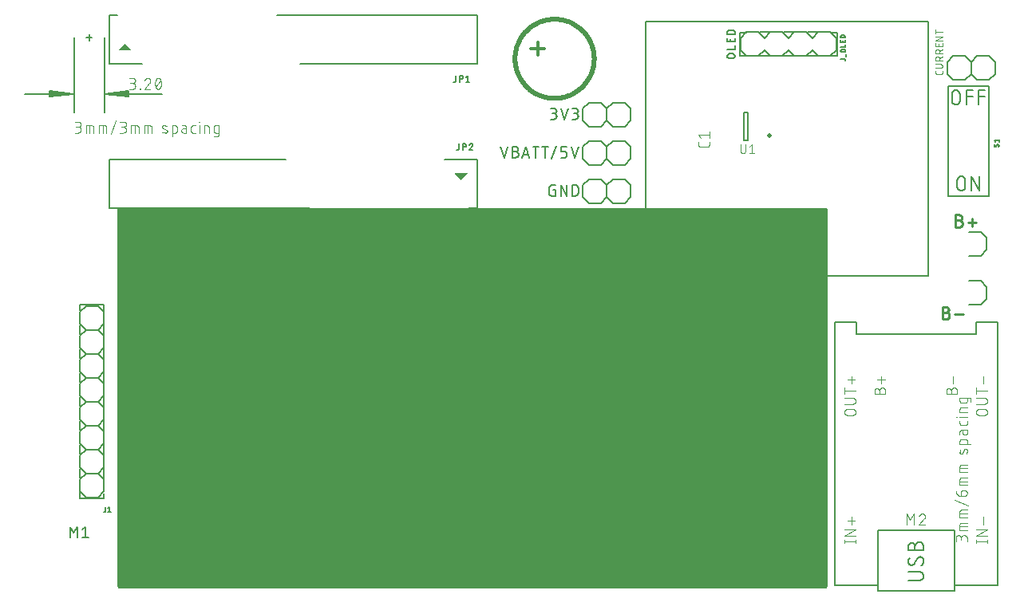
<source format=gbr>
G04 EAGLE Gerber RS-274X export*
G75*
%MOMM*%
%FSLAX34Y34*%
%LPD*%
%INSilkscreen Top*%
%IPPOS*%
%AMOC8*
5,1,8,0,0,1.08239X$1,22.5*%
G01*
%ADD10C,0.152400*%
%ADD11C,0.101600*%
%ADD12C,0.130000*%
%ADD13C,0.127000*%
%ADD14C,0.304800*%
%ADD15C,0.500000*%
%ADD16C,0.300000*%
%ADD17R,75.184000X40.132000*%
%ADD18C,0.076200*%
%ADD19C,0.203200*%
%ADD20C,0.150000*%
%ADD21C,0.500000*%
%ADD22C,0.177800*%
%ADD23C,0.228600*%

G36*
X74168Y576072D02*
X74168Y576072D01*
X74256Y576081D01*
X74277Y576091D01*
X74301Y576095D01*
X74378Y576141D01*
X74457Y576180D01*
X74474Y576197D01*
X74494Y576210D01*
X74550Y576279D01*
X74611Y576343D01*
X74620Y576365D01*
X74635Y576384D01*
X74664Y576468D01*
X74699Y576550D01*
X74700Y576574D01*
X74707Y576596D01*
X74705Y576685D01*
X74709Y576774D01*
X74701Y576797D01*
X74701Y576821D01*
X74667Y576903D01*
X74640Y576988D01*
X74624Y577009D01*
X74616Y577028D01*
X74582Y577066D01*
X74528Y577138D01*
X68528Y583138D01*
X68475Y583176D01*
X68427Y583221D01*
X68383Y583240D01*
X68344Y583267D01*
X68281Y583283D01*
X68220Y583309D01*
X68173Y583311D01*
X68127Y583323D01*
X68062Y583316D01*
X67996Y583319D01*
X67951Y583304D01*
X67904Y583299D01*
X67845Y583270D01*
X67782Y583250D01*
X67738Y583217D01*
X67703Y583200D01*
X67676Y583171D01*
X67632Y583138D01*
X61632Y577138D01*
X61581Y577065D01*
X61525Y576996D01*
X61517Y576974D01*
X61503Y576954D01*
X61481Y576868D01*
X61453Y576784D01*
X61453Y576760D01*
X61448Y576737D01*
X61457Y576648D01*
X61459Y576559D01*
X61468Y576537D01*
X61471Y576514D01*
X61510Y576434D01*
X61544Y576352D01*
X61560Y576334D01*
X61570Y576313D01*
X61635Y576252D01*
X61695Y576186D01*
X61716Y576175D01*
X61733Y576159D01*
X61815Y576124D01*
X61895Y576083D01*
X61921Y576080D01*
X61940Y576071D01*
X61990Y576069D01*
X62080Y576056D01*
X74080Y576056D01*
X74168Y576072D01*
G37*
G36*
X424698Y438648D02*
X424698Y438648D01*
X424764Y438645D01*
X424809Y438660D01*
X424856Y438665D01*
X424915Y438694D01*
X424978Y438714D01*
X425022Y438747D01*
X425057Y438764D01*
X425084Y438793D01*
X425128Y438826D01*
X431128Y444826D01*
X431179Y444899D01*
X431235Y444968D01*
X431243Y444990D01*
X431257Y445010D01*
X431279Y445096D01*
X431307Y445180D01*
X431307Y445204D01*
X431313Y445227D01*
X431303Y445316D01*
X431301Y445405D01*
X431292Y445427D01*
X431289Y445450D01*
X431250Y445530D01*
X431216Y445612D01*
X431200Y445630D01*
X431190Y445651D01*
X431125Y445712D01*
X431065Y445778D01*
X431044Y445789D01*
X431027Y445805D01*
X430945Y445840D01*
X430865Y445881D01*
X430839Y445884D01*
X430820Y445893D01*
X430770Y445895D01*
X430680Y445908D01*
X418680Y445908D01*
X418592Y445892D01*
X418504Y445883D01*
X418483Y445873D01*
X418459Y445869D01*
X418382Y445823D01*
X418303Y445784D01*
X418286Y445767D01*
X418266Y445754D01*
X418210Y445685D01*
X418149Y445621D01*
X418140Y445599D01*
X418125Y445580D01*
X418096Y445496D01*
X418061Y445414D01*
X418060Y445390D01*
X418053Y445368D01*
X418055Y445279D01*
X418051Y445190D01*
X418059Y445167D01*
X418059Y445143D01*
X418093Y445061D01*
X418120Y444976D01*
X418136Y444955D01*
X418144Y444936D01*
X418178Y444898D01*
X418232Y444826D01*
X424232Y438826D01*
X424286Y438788D01*
X424333Y438743D01*
X424377Y438724D01*
X424416Y438697D01*
X424479Y438681D01*
X424540Y438655D01*
X424587Y438653D01*
X424633Y438642D01*
X424698Y438648D01*
G37*
D10*
X620320Y336780D02*
X920320Y336780D01*
X920320Y606780D01*
X620320Y606780D01*
X620320Y336780D01*
D11*
X18054Y488648D02*
X14808Y488648D01*
X18054Y488648D02*
X18167Y488650D01*
X18280Y488656D01*
X18393Y488666D01*
X18506Y488680D01*
X18618Y488697D01*
X18729Y488719D01*
X18839Y488744D01*
X18949Y488774D01*
X19057Y488807D01*
X19164Y488844D01*
X19270Y488884D01*
X19374Y488929D01*
X19477Y488977D01*
X19578Y489028D01*
X19677Y489083D01*
X19774Y489141D01*
X19869Y489203D01*
X19962Y489268D01*
X20052Y489336D01*
X20140Y489407D01*
X20226Y489482D01*
X20309Y489559D01*
X20389Y489639D01*
X20466Y489722D01*
X20541Y489808D01*
X20612Y489896D01*
X20680Y489986D01*
X20745Y490079D01*
X20807Y490174D01*
X20865Y490271D01*
X20920Y490370D01*
X20971Y490471D01*
X21019Y490574D01*
X21064Y490678D01*
X21104Y490784D01*
X21141Y490891D01*
X21174Y490999D01*
X21204Y491109D01*
X21229Y491219D01*
X21251Y491330D01*
X21268Y491442D01*
X21282Y491555D01*
X21292Y491668D01*
X21298Y491781D01*
X21300Y491894D01*
X21298Y492007D01*
X21292Y492120D01*
X21282Y492233D01*
X21268Y492346D01*
X21251Y492458D01*
X21229Y492569D01*
X21204Y492679D01*
X21174Y492789D01*
X21141Y492897D01*
X21104Y493004D01*
X21064Y493110D01*
X21019Y493214D01*
X20971Y493317D01*
X20920Y493418D01*
X20865Y493517D01*
X20807Y493614D01*
X20745Y493709D01*
X20680Y493802D01*
X20612Y493892D01*
X20541Y493980D01*
X20466Y494066D01*
X20389Y494149D01*
X20309Y494229D01*
X20226Y494306D01*
X20140Y494381D01*
X20052Y494452D01*
X19962Y494520D01*
X19869Y494585D01*
X19774Y494647D01*
X19677Y494705D01*
X19578Y494760D01*
X19477Y494811D01*
X19374Y494859D01*
X19270Y494904D01*
X19164Y494944D01*
X19057Y494981D01*
X18949Y495014D01*
X18839Y495044D01*
X18729Y495069D01*
X18618Y495091D01*
X18506Y495108D01*
X18393Y495122D01*
X18280Y495132D01*
X18167Y495138D01*
X18054Y495140D01*
X18703Y500332D02*
X14808Y500332D01*
X18703Y500332D02*
X18804Y500330D01*
X18904Y500324D01*
X19004Y500314D01*
X19104Y500301D01*
X19203Y500283D01*
X19302Y500262D01*
X19399Y500237D01*
X19496Y500208D01*
X19591Y500175D01*
X19685Y500139D01*
X19777Y500099D01*
X19868Y500056D01*
X19957Y500009D01*
X20044Y499959D01*
X20130Y499905D01*
X20213Y499848D01*
X20293Y499788D01*
X20372Y499725D01*
X20448Y499658D01*
X20521Y499589D01*
X20591Y499517D01*
X20659Y499443D01*
X20724Y499366D01*
X20785Y499286D01*
X20844Y499204D01*
X20899Y499120D01*
X20951Y499034D01*
X21000Y498946D01*
X21045Y498856D01*
X21087Y498764D01*
X21125Y498671D01*
X21159Y498576D01*
X21190Y498481D01*
X21217Y498384D01*
X21240Y498286D01*
X21260Y498187D01*
X21275Y498087D01*
X21287Y497987D01*
X21295Y497887D01*
X21299Y497786D01*
X21299Y497686D01*
X21295Y497585D01*
X21287Y497485D01*
X21275Y497385D01*
X21260Y497285D01*
X21240Y497186D01*
X21217Y497088D01*
X21190Y496991D01*
X21159Y496896D01*
X21125Y496801D01*
X21087Y496708D01*
X21045Y496616D01*
X21000Y496526D01*
X20951Y496438D01*
X20899Y496352D01*
X20844Y496268D01*
X20785Y496186D01*
X20724Y496106D01*
X20659Y496029D01*
X20591Y495955D01*
X20521Y495883D01*
X20448Y495814D01*
X20372Y495747D01*
X20293Y495684D01*
X20213Y495624D01*
X20130Y495567D01*
X20044Y495513D01*
X19957Y495463D01*
X19868Y495416D01*
X19777Y495373D01*
X19685Y495333D01*
X19591Y495297D01*
X19496Y495264D01*
X19399Y495235D01*
X19302Y495210D01*
X19203Y495189D01*
X19104Y495171D01*
X19004Y495158D01*
X18904Y495148D01*
X18804Y495142D01*
X18703Y495140D01*
X18703Y495139D02*
X16106Y495139D01*
X26732Y496437D02*
X26732Y488648D01*
X26732Y496437D02*
X32574Y496437D01*
X32661Y496435D01*
X32749Y496429D01*
X32835Y496419D01*
X32922Y496406D01*
X33007Y496388D01*
X33092Y496367D01*
X33176Y496342D01*
X33258Y496313D01*
X33339Y496280D01*
X33419Y496244D01*
X33497Y496205D01*
X33573Y496161D01*
X33647Y496115D01*
X33718Y496065D01*
X33788Y496012D01*
X33855Y495956D01*
X33919Y495897D01*
X33981Y495835D01*
X34040Y495771D01*
X34096Y495704D01*
X34149Y495634D01*
X34199Y495563D01*
X34245Y495489D01*
X34289Y495413D01*
X34328Y495335D01*
X34364Y495255D01*
X34397Y495174D01*
X34426Y495092D01*
X34451Y495008D01*
X34472Y494923D01*
X34490Y494838D01*
X34503Y494751D01*
X34513Y494665D01*
X34519Y494577D01*
X34521Y494490D01*
X34521Y488648D01*
X30627Y488648D02*
X30627Y496437D01*
X40448Y496437D02*
X40448Y488648D01*
X40448Y496437D02*
X46290Y496437D01*
X46377Y496435D01*
X46465Y496429D01*
X46551Y496419D01*
X46638Y496406D01*
X46723Y496388D01*
X46808Y496367D01*
X46892Y496342D01*
X46974Y496313D01*
X47055Y496280D01*
X47135Y496244D01*
X47213Y496205D01*
X47289Y496161D01*
X47363Y496115D01*
X47434Y496065D01*
X47504Y496012D01*
X47571Y495956D01*
X47635Y495897D01*
X47697Y495835D01*
X47756Y495771D01*
X47812Y495704D01*
X47865Y495634D01*
X47915Y495563D01*
X47961Y495489D01*
X48005Y495413D01*
X48044Y495335D01*
X48080Y495255D01*
X48113Y495174D01*
X48142Y495092D01*
X48167Y495008D01*
X48188Y494923D01*
X48206Y494838D01*
X48219Y494751D01*
X48229Y494665D01*
X48235Y494577D01*
X48237Y494490D01*
X48237Y488648D01*
X44343Y488648D02*
X44343Y496437D01*
X53176Y487350D02*
X58369Y501630D01*
X62814Y488648D02*
X66060Y488648D01*
X66173Y488650D01*
X66286Y488656D01*
X66399Y488666D01*
X66512Y488680D01*
X66624Y488697D01*
X66735Y488719D01*
X66845Y488744D01*
X66955Y488774D01*
X67063Y488807D01*
X67170Y488844D01*
X67276Y488884D01*
X67380Y488929D01*
X67483Y488977D01*
X67584Y489028D01*
X67683Y489083D01*
X67780Y489141D01*
X67875Y489203D01*
X67968Y489268D01*
X68058Y489336D01*
X68146Y489407D01*
X68232Y489482D01*
X68315Y489559D01*
X68395Y489639D01*
X68472Y489722D01*
X68547Y489808D01*
X68618Y489896D01*
X68686Y489986D01*
X68751Y490079D01*
X68813Y490174D01*
X68871Y490271D01*
X68926Y490370D01*
X68977Y490471D01*
X69025Y490574D01*
X69070Y490678D01*
X69110Y490784D01*
X69147Y490891D01*
X69180Y490999D01*
X69210Y491109D01*
X69235Y491219D01*
X69257Y491330D01*
X69274Y491442D01*
X69288Y491555D01*
X69298Y491668D01*
X69304Y491781D01*
X69306Y491894D01*
X69304Y492007D01*
X69298Y492120D01*
X69288Y492233D01*
X69274Y492346D01*
X69257Y492458D01*
X69235Y492569D01*
X69210Y492679D01*
X69180Y492789D01*
X69147Y492897D01*
X69110Y493004D01*
X69070Y493110D01*
X69025Y493214D01*
X68977Y493317D01*
X68926Y493418D01*
X68871Y493517D01*
X68813Y493614D01*
X68751Y493709D01*
X68686Y493802D01*
X68618Y493892D01*
X68547Y493980D01*
X68472Y494066D01*
X68395Y494149D01*
X68315Y494229D01*
X68232Y494306D01*
X68146Y494381D01*
X68058Y494452D01*
X67968Y494520D01*
X67875Y494585D01*
X67780Y494647D01*
X67683Y494705D01*
X67584Y494760D01*
X67483Y494811D01*
X67380Y494859D01*
X67276Y494904D01*
X67170Y494944D01*
X67063Y494981D01*
X66955Y495014D01*
X66845Y495044D01*
X66735Y495069D01*
X66624Y495091D01*
X66512Y495108D01*
X66399Y495122D01*
X66286Y495132D01*
X66173Y495138D01*
X66060Y495140D01*
X66709Y500332D02*
X62814Y500332D01*
X66709Y500332D02*
X66810Y500330D01*
X66910Y500324D01*
X67010Y500314D01*
X67110Y500301D01*
X67209Y500283D01*
X67308Y500262D01*
X67405Y500237D01*
X67502Y500208D01*
X67597Y500175D01*
X67691Y500139D01*
X67783Y500099D01*
X67874Y500056D01*
X67963Y500009D01*
X68050Y499959D01*
X68136Y499905D01*
X68219Y499848D01*
X68299Y499788D01*
X68378Y499725D01*
X68454Y499658D01*
X68527Y499589D01*
X68597Y499517D01*
X68665Y499443D01*
X68730Y499366D01*
X68791Y499286D01*
X68850Y499204D01*
X68905Y499120D01*
X68957Y499034D01*
X69006Y498946D01*
X69051Y498856D01*
X69093Y498764D01*
X69131Y498671D01*
X69165Y498576D01*
X69196Y498481D01*
X69223Y498384D01*
X69246Y498286D01*
X69266Y498187D01*
X69281Y498087D01*
X69293Y497987D01*
X69301Y497887D01*
X69305Y497786D01*
X69305Y497686D01*
X69301Y497585D01*
X69293Y497485D01*
X69281Y497385D01*
X69266Y497285D01*
X69246Y497186D01*
X69223Y497088D01*
X69196Y496991D01*
X69165Y496896D01*
X69131Y496801D01*
X69093Y496708D01*
X69051Y496616D01*
X69006Y496526D01*
X68957Y496438D01*
X68905Y496352D01*
X68850Y496268D01*
X68791Y496186D01*
X68730Y496106D01*
X68665Y496029D01*
X68597Y495955D01*
X68527Y495883D01*
X68454Y495814D01*
X68378Y495747D01*
X68299Y495684D01*
X68219Y495624D01*
X68136Y495567D01*
X68050Y495513D01*
X67963Y495463D01*
X67874Y495416D01*
X67783Y495373D01*
X67691Y495333D01*
X67597Y495297D01*
X67502Y495264D01*
X67405Y495235D01*
X67308Y495210D01*
X67209Y495189D01*
X67110Y495171D01*
X67010Y495158D01*
X66910Y495148D01*
X66810Y495142D01*
X66709Y495140D01*
X66709Y495139D02*
X64112Y495139D01*
X74738Y496437D02*
X74738Y488648D01*
X74738Y496437D02*
X80580Y496437D01*
X80667Y496435D01*
X80755Y496429D01*
X80841Y496419D01*
X80928Y496406D01*
X81013Y496388D01*
X81098Y496367D01*
X81182Y496342D01*
X81264Y496313D01*
X81345Y496280D01*
X81425Y496244D01*
X81503Y496205D01*
X81579Y496161D01*
X81653Y496115D01*
X81724Y496065D01*
X81794Y496012D01*
X81861Y495956D01*
X81925Y495897D01*
X81987Y495835D01*
X82046Y495771D01*
X82102Y495704D01*
X82155Y495634D01*
X82205Y495563D01*
X82251Y495489D01*
X82295Y495413D01*
X82334Y495335D01*
X82370Y495255D01*
X82403Y495174D01*
X82432Y495092D01*
X82457Y495008D01*
X82478Y494923D01*
X82496Y494838D01*
X82509Y494751D01*
X82519Y494665D01*
X82525Y494577D01*
X82527Y494490D01*
X82527Y488648D01*
X78633Y488648D02*
X78633Y496437D01*
X88454Y496437D02*
X88454Y488648D01*
X88454Y496437D02*
X94296Y496437D01*
X94383Y496435D01*
X94471Y496429D01*
X94557Y496419D01*
X94644Y496406D01*
X94729Y496388D01*
X94814Y496367D01*
X94898Y496342D01*
X94980Y496313D01*
X95061Y496280D01*
X95141Y496244D01*
X95219Y496205D01*
X95295Y496161D01*
X95369Y496115D01*
X95440Y496065D01*
X95510Y496012D01*
X95577Y495956D01*
X95641Y495897D01*
X95703Y495835D01*
X95762Y495771D01*
X95818Y495704D01*
X95871Y495634D01*
X95921Y495563D01*
X95967Y495489D01*
X96011Y495413D01*
X96050Y495335D01*
X96086Y495255D01*
X96119Y495174D01*
X96148Y495092D01*
X96173Y495008D01*
X96194Y494923D01*
X96212Y494838D01*
X96225Y494751D01*
X96235Y494665D01*
X96241Y494577D01*
X96243Y494490D01*
X96243Y488648D01*
X92349Y488648D02*
X92349Y496437D01*
X108633Y493192D02*
X111878Y491894D01*
X108633Y493191D02*
X108558Y493224D01*
X108484Y493260D01*
X108412Y493299D01*
X108342Y493342D01*
X108275Y493388D01*
X108209Y493438D01*
X108147Y493490D01*
X108086Y493546D01*
X108029Y493604D01*
X107974Y493665D01*
X107923Y493729D01*
X107875Y493795D01*
X107830Y493864D01*
X107788Y493934D01*
X107750Y494007D01*
X107715Y494081D01*
X107684Y494157D01*
X107657Y494234D01*
X107634Y494313D01*
X107614Y494392D01*
X107599Y494473D01*
X107587Y494554D01*
X107579Y494636D01*
X107575Y494717D01*
X107576Y494799D01*
X107580Y494881D01*
X107588Y494963D01*
X107600Y495044D01*
X107616Y495124D01*
X107636Y495204D01*
X107660Y495282D01*
X107688Y495359D01*
X107719Y495435D01*
X107754Y495509D01*
X107792Y495581D01*
X107834Y495652D01*
X107880Y495720D01*
X107928Y495786D01*
X107980Y495849D01*
X108035Y495910D01*
X108093Y495968D01*
X108153Y496024D01*
X108216Y496076D01*
X108282Y496125D01*
X108350Y496171D01*
X108420Y496213D01*
X108492Y496253D01*
X108566Y496288D01*
X108641Y496320D01*
X108718Y496348D01*
X108796Y496372D01*
X108876Y496393D01*
X108956Y496410D01*
X109037Y496422D01*
X109118Y496431D01*
X109200Y496436D01*
X109282Y496437D01*
X109459Y496433D01*
X109636Y496424D01*
X109813Y496410D01*
X109990Y496393D01*
X110165Y496371D01*
X110341Y496346D01*
X110515Y496315D01*
X110689Y496281D01*
X110862Y496243D01*
X111034Y496200D01*
X111205Y496153D01*
X111375Y496103D01*
X111544Y496048D01*
X111711Y495989D01*
X111876Y495926D01*
X112041Y495859D01*
X112203Y495788D01*
X111878Y491894D02*
X111953Y491861D01*
X112027Y491825D01*
X112099Y491786D01*
X112169Y491743D01*
X112236Y491697D01*
X112302Y491647D01*
X112364Y491595D01*
X112425Y491539D01*
X112482Y491481D01*
X112537Y491420D01*
X112588Y491356D01*
X112636Y491290D01*
X112681Y491221D01*
X112723Y491151D01*
X112761Y491078D01*
X112796Y491004D01*
X112827Y490928D01*
X112854Y490851D01*
X112877Y490772D01*
X112897Y490693D01*
X112912Y490612D01*
X112924Y490531D01*
X112932Y490449D01*
X112936Y490368D01*
X112935Y490286D01*
X112931Y490204D01*
X112923Y490122D01*
X112911Y490041D01*
X112895Y489961D01*
X112875Y489881D01*
X112851Y489803D01*
X112823Y489726D01*
X112792Y489650D01*
X112757Y489576D01*
X112719Y489504D01*
X112677Y489433D01*
X112631Y489365D01*
X112583Y489299D01*
X112531Y489236D01*
X112476Y489175D01*
X112418Y489117D01*
X112358Y489061D01*
X112295Y489009D01*
X112229Y488960D01*
X112161Y488914D01*
X112091Y488872D01*
X112019Y488832D01*
X111945Y488797D01*
X111870Y488765D01*
X111793Y488737D01*
X111715Y488713D01*
X111635Y488692D01*
X111555Y488675D01*
X111474Y488663D01*
X111393Y488654D01*
X111311Y488649D01*
X111229Y488648D01*
X110969Y488655D01*
X110709Y488668D01*
X110449Y488687D01*
X110190Y488712D01*
X109931Y488744D01*
X109674Y488781D01*
X109417Y488825D01*
X109161Y488874D01*
X108907Y488930D01*
X108654Y488991D01*
X108403Y489059D01*
X108153Y489133D01*
X107905Y489212D01*
X107659Y489297D01*
X118005Y484753D02*
X118005Y496437D01*
X121250Y496437D01*
X121337Y496435D01*
X121425Y496429D01*
X121511Y496419D01*
X121598Y496406D01*
X121683Y496388D01*
X121768Y496367D01*
X121852Y496342D01*
X121934Y496313D01*
X122015Y496280D01*
X122095Y496244D01*
X122173Y496205D01*
X122249Y496161D01*
X122323Y496115D01*
X122394Y496065D01*
X122464Y496012D01*
X122531Y495956D01*
X122595Y495897D01*
X122657Y495836D01*
X122716Y495771D01*
X122772Y495704D01*
X122825Y495634D01*
X122875Y495563D01*
X122921Y495489D01*
X122965Y495413D01*
X123004Y495335D01*
X123040Y495255D01*
X123073Y495174D01*
X123102Y495092D01*
X123127Y495008D01*
X123148Y494923D01*
X123166Y494838D01*
X123179Y494751D01*
X123189Y494665D01*
X123195Y494577D01*
X123197Y494490D01*
X123198Y494490D02*
X123198Y490595D01*
X123197Y490595D02*
X123195Y490508D01*
X123189Y490420D01*
X123179Y490334D01*
X123166Y490247D01*
X123148Y490162D01*
X123127Y490077D01*
X123102Y489993D01*
X123073Y489911D01*
X123040Y489830D01*
X123004Y489750D01*
X122965Y489672D01*
X122921Y489596D01*
X122875Y489522D01*
X122825Y489451D01*
X122772Y489381D01*
X122716Y489314D01*
X122657Y489250D01*
X122595Y489188D01*
X122531Y489129D01*
X122464Y489073D01*
X122394Y489020D01*
X122323Y488970D01*
X122249Y488924D01*
X122173Y488880D01*
X122095Y488841D01*
X122015Y488805D01*
X121934Y488772D01*
X121852Y488743D01*
X121768Y488718D01*
X121683Y488697D01*
X121598Y488679D01*
X121511Y488666D01*
X121425Y488656D01*
X121337Y488650D01*
X121250Y488648D01*
X118005Y488648D01*
X130065Y493192D02*
X132986Y493192D01*
X130065Y493192D02*
X129971Y493190D01*
X129877Y493184D01*
X129784Y493175D01*
X129691Y493161D01*
X129599Y493144D01*
X129507Y493122D01*
X129417Y493098D01*
X129327Y493069D01*
X129239Y493037D01*
X129152Y493001D01*
X129067Y492961D01*
X128984Y492918D01*
X128902Y492872D01*
X128822Y492822D01*
X128745Y492769D01*
X128670Y492713D01*
X128597Y492654D01*
X128526Y492592D01*
X128458Y492527D01*
X128393Y492459D01*
X128331Y492388D01*
X128272Y492315D01*
X128216Y492240D01*
X128163Y492163D01*
X128113Y492083D01*
X128067Y492001D01*
X128024Y491918D01*
X127984Y491833D01*
X127948Y491746D01*
X127916Y491658D01*
X127887Y491568D01*
X127863Y491478D01*
X127841Y491386D01*
X127824Y491294D01*
X127810Y491201D01*
X127801Y491108D01*
X127795Y491014D01*
X127793Y490920D01*
X127795Y490826D01*
X127801Y490732D01*
X127810Y490639D01*
X127824Y490546D01*
X127841Y490454D01*
X127863Y490362D01*
X127887Y490272D01*
X127916Y490182D01*
X127948Y490094D01*
X127984Y490007D01*
X128024Y489922D01*
X128067Y489839D01*
X128113Y489757D01*
X128163Y489677D01*
X128216Y489600D01*
X128272Y489525D01*
X128331Y489452D01*
X128393Y489381D01*
X128458Y489313D01*
X128526Y489248D01*
X128597Y489186D01*
X128670Y489127D01*
X128745Y489071D01*
X128822Y489018D01*
X128902Y488968D01*
X128984Y488922D01*
X129067Y488879D01*
X129152Y488839D01*
X129239Y488803D01*
X129327Y488771D01*
X129417Y488742D01*
X129507Y488718D01*
X129599Y488696D01*
X129691Y488679D01*
X129784Y488665D01*
X129877Y488656D01*
X129971Y488650D01*
X130065Y488648D01*
X132986Y488648D01*
X132986Y494490D01*
X132984Y494577D01*
X132978Y494665D01*
X132968Y494751D01*
X132955Y494838D01*
X132937Y494923D01*
X132916Y495008D01*
X132891Y495092D01*
X132862Y495174D01*
X132829Y495255D01*
X132793Y495335D01*
X132754Y495413D01*
X132710Y495489D01*
X132664Y495563D01*
X132614Y495634D01*
X132561Y495704D01*
X132505Y495771D01*
X132446Y495835D01*
X132384Y495897D01*
X132320Y495956D01*
X132253Y496012D01*
X132183Y496065D01*
X132112Y496115D01*
X132038Y496161D01*
X131962Y496205D01*
X131884Y496244D01*
X131804Y496280D01*
X131723Y496313D01*
X131641Y496342D01*
X131557Y496367D01*
X131472Y496388D01*
X131387Y496406D01*
X131300Y496419D01*
X131214Y496429D01*
X131126Y496435D01*
X131039Y496437D01*
X128442Y496437D01*
X140100Y488648D02*
X142696Y488648D01*
X140100Y488648D02*
X140013Y488650D01*
X139925Y488656D01*
X139839Y488666D01*
X139752Y488679D01*
X139667Y488697D01*
X139582Y488718D01*
X139498Y488743D01*
X139416Y488772D01*
X139335Y488805D01*
X139255Y488841D01*
X139177Y488880D01*
X139101Y488924D01*
X139027Y488970D01*
X138956Y489020D01*
X138886Y489073D01*
X138819Y489129D01*
X138755Y489188D01*
X138693Y489250D01*
X138634Y489314D01*
X138578Y489381D01*
X138525Y489451D01*
X138475Y489522D01*
X138429Y489596D01*
X138385Y489672D01*
X138346Y489750D01*
X138310Y489830D01*
X138277Y489911D01*
X138248Y489993D01*
X138223Y490077D01*
X138202Y490162D01*
X138184Y490247D01*
X138171Y490334D01*
X138161Y490420D01*
X138155Y490508D01*
X138153Y490595D01*
X138152Y490595D02*
X138152Y494490D01*
X138153Y494490D02*
X138155Y494577D01*
X138161Y494665D01*
X138171Y494751D01*
X138184Y494838D01*
X138202Y494923D01*
X138223Y495008D01*
X138248Y495092D01*
X138277Y495174D01*
X138310Y495255D01*
X138346Y495335D01*
X138385Y495413D01*
X138429Y495489D01*
X138475Y495563D01*
X138525Y495634D01*
X138578Y495704D01*
X138634Y495771D01*
X138693Y495835D01*
X138755Y495897D01*
X138819Y495956D01*
X138886Y496012D01*
X138956Y496065D01*
X139027Y496115D01*
X139101Y496161D01*
X139177Y496205D01*
X139255Y496244D01*
X139335Y496280D01*
X139416Y496313D01*
X139498Y496342D01*
X139582Y496367D01*
X139667Y496388D01*
X139752Y496406D01*
X139839Y496419D01*
X139925Y496429D01*
X140013Y496435D01*
X140100Y496437D01*
X142696Y496437D01*
X146831Y496437D02*
X146831Y488648D01*
X146507Y499683D02*
X146507Y500332D01*
X147156Y500332D01*
X147156Y499683D01*
X146507Y499683D01*
X151855Y496437D02*
X151855Y488648D01*
X151855Y496437D02*
X155100Y496437D01*
X155187Y496435D01*
X155275Y496429D01*
X155361Y496419D01*
X155448Y496406D01*
X155533Y496388D01*
X155618Y496367D01*
X155702Y496342D01*
X155784Y496313D01*
X155865Y496280D01*
X155945Y496244D01*
X156023Y496205D01*
X156099Y496161D01*
X156173Y496115D01*
X156244Y496065D01*
X156314Y496012D01*
X156381Y495956D01*
X156445Y495897D01*
X156507Y495836D01*
X156566Y495771D01*
X156622Y495704D01*
X156675Y495634D01*
X156725Y495563D01*
X156771Y495489D01*
X156815Y495413D01*
X156854Y495335D01*
X156890Y495255D01*
X156923Y495174D01*
X156952Y495092D01*
X156977Y495008D01*
X156998Y494923D01*
X157016Y494838D01*
X157029Y494751D01*
X157039Y494665D01*
X157045Y494577D01*
X157047Y494490D01*
X157048Y494490D02*
X157048Y488648D01*
X164030Y488648D02*
X167276Y488648D01*
X164030Y488648D02*
X163943Y488650D01*
X163855Y488656D01*
X163769Y488666D01*
X163682Y488679D01*
X163597Y488697D01*
X163512Y488718D01*
X163428Y488743D01*
X163346Y488772D01*
X163265Y488805D01*
X163185Y488841D01*
X163107Y488880D01*
X163031Y488924D01*
X162957Y488970D01*
X162886Y489020D01*
X162816Y489073D01*
X162749Y489129D01*
X162685Y489188D01*
X162623Y489250D01*
X162564Y489314D01*
X162508Y489381D01*
X162455Y489451D01*
X162405Y489522D01*
X162359Y489596D01*
X162315Y489672D01*
X162276Y489750D01*
X162240Y489830D01*
X162207Y489911D01*
X162178Y489993D01*
X162153Y490077D01*
X162132Y490162D01*
X162114Y490247D01*
X162101Y490334D01*
X162091Y490420D01*
X162085Y490508D01*
X162083Y490595D01*
X162083Y494490D01*
X162085Y494577D01*
X162091Y494665D01*
X162101Y494751D01*
X162114Y494838D01*
X162132Y494923D01*
X162153Y495008D01*
X162178Y495092D01*
X162207Y495174D01*
X162240Y495255D01*
X162276Y495335D01*
X162315Y495413D01*
X162359Y495489D01*
X162405Y495563D01*
X162455Y495634D01*
X162508Y495704D01*
X162564Y495771D01*
X162623Y495835D01*
X162685Y495897D01*
X162749Y495956D01*
X162816Y496012D01*
X162886Y496065D01*
X162957Y496115D01*
X163031Y496161D01*
X163107Y496205D01*
X163185Y496244D01*
X163265Y496280D01*
X163346Y496313D01*
X163428Y496342D01*
X163512Y496367D01*
X163597Y496388D01*
X163682Y496406D01*
X163769Y496419D01*
X163855Y496429D01*
X163943Y496435D01*
X164030Y496437D01*
X167276Y496437D01*
X167276Y486701D01*
X167274Y486614D01*
X167268Y486526D01*
X167258Y486440D01*
X167245Y486353D01*
X167227Y486268D01*
X167206Y486183D01*
X167181Y486099D01*
X167152Y486017D01*
X167119Y485936D01*
X167083Y485856D01*
X167044Y485778D01*
X167000Y485702D01*
X166954Y485628D01*
X166904Y485557D01*
X166851Y485487D01*
X166795Y485420D01*
X166736Y485356D01*
X166675Y485294D01*
X166610Y485235D01*
X166543Y485179D01*
X166473Y485126D01*
X166402Y485076D01*
X166328Y485030D01*
X166252Y484986D01*
X166174Y484947D01*
X166094Y484911D01*
X166013Y484878D01*
X165931Y484849D01*
X165847Y484824D01*
X165762Y484803D01*
X165677Y484785D01*
X165590Y484772D01*
X165504Y484762D01*
X165416Y484756D01*
X165329Y484754D01*
X165329Y484753D02*
X162732Y484753D01*
D12*
X46000Y510500D02*
X46000Y590000D01*
X14000Y590000D02*
X14000Y510500D01*
X13350Y530000D02*
X-38000Y530000D01*
X46650Y530000D02*
X107346Y530000D01*
X72000Y533192D02*
X46650Y530000D01*
X72000Y533192D02*
X72000Y526808D01*
X46650Y530000D01*
X72000Y531300D01*
X72000Y528700D02*
X46650Y530000D01*
X72000Y532600D01*
X72000Y527400D02*
X46650Y530000D01*
X13350Y530000D02*
X-12000Y533192D01*
X-12000Y526808D01*
X13350Y530000D01*
X-12000Y531300D01*
X-12000Y528700D02*
X13350Y530000D01*
X-12000Y532600D01*
X-12000Y527400D02*
X13350Y530000D01*
X30000Y586808D02*
X30000Y593192D01*
X26808Y590000D02*
X33192Y590000D01*
D11*
X72508Y534983D02*
X75754Y534983D01*
X75867Y534985D01*
X75980Y534991D01*
X76093Y535001D01*
X76206Y535015D01*
X76318Y535032D01*
X76429Y535054D01*
X76539Y535079D01*
X76649Y535109D01*
X76757Y535142D01*
X76864Y535179D01*
X76970Y535219D01*
X77074Y535264D01*
X77177Y535312D01*
X77278Y535363D01*
X77377Y535418D01*
X77474Y535476D01*
X77569Y535538D01*
X77662Y535603D01*
X77752Y535671D01*
X77840Y535742D01*
X77926Y535817D01*
X78009Y535894D01*
X78089Y535974D01*
X78166Y536057D01*
X78241Y536143D01*
X78312Y536231D01*
X78380Y536321D01*
X78445Y536414D01*
X78507Y536509D01*
X78565Y536606D01*
X78620Y536705D01*
X78671Y536806D01*
X78719Y536909D01*
X78764Y537013D01*
X78804Y537119D01*
X78841Y537226D01*
X78874Y537334D01*
X78904Y537444D01*
X78929Y537554D01*
X78951Y537665D01*
X78968Y537777D01*
X78982Y537890D01*
X78992Y538003D01*
X78998Y538116D01*
X79000Y538229D01*
X78998Y538342D01*
X78992Y538455D01*
X78982Y538568D01*
X78968Y538681D01*
X78951Y538793D01*
X78929Y538904D01*
X78904Y539014D01*
X78874Y539124D01*
X78841Y539232D01*
X78804Y539339D01*
X78764Y539445D01*
X78719Y539549D01*
X78671Y539652D01*
X78620Y539753D01*
X78565Y539852D01*
X78507Y539949D01*
X78445Y540044D01*
X78380Y540137D01*
X78312Y540227D01*
X78241Y540315D01*
X78166Y540401D01*
X78089Y540484D01*
X78009Y540564D01*
X77926Y540641D01*
X77840Y540716D01*
X77752Y540787D01*
X77662Y540855D01*
X77569Y540920D01*
X77474Y540982D01*
X77377Y541040D01*
X77278Y541095D01*
X77177Y541146D01*
X77074Y541194D01*
X76970Y541239D01*
X76864Y541279D01*
X76757Y541316D01*
X76649Y541349D01*
X76539Y541379D01*
X76429Y541404D01*
X76318Y541426D01*
X76206Y541443D01*
X76093Y541457D01*
X75980Y541467D01*
X75867Y541473D01*
X75754Y541475D01*
X76403Y546667D02*
X72508Y546667D01*
X76403Y546667D02*
X76504Y546665D01*
X76604Y546659D01*
X76704Y546649D01*
X76804Y546636D01*
X76903Y546618D01*
X77002Y546597D01*
X77099Y546572D01*
X77196Y546543D01*
X77291Y546510D01*
X77385Y546474D01*
X77477Y546434D01*
X77568Y546391D01*
X77657Y546344D01*
X77744Y546294D01*
X77830Y546240D01*
X77913Y546183D01*
X77993Y546123D01*
X78072Y546060D01*
X78148Y545993D01*
X78221Y545924D01*
X78291Y545852D01*
X78359Y545778D01*
X78424Y545701D01*
X78485Y545621D01*
X78544Y545539D01*
X78599Y545455D01*
X78651Y545369D01*
X78700Y545281D01*
X78745Y545191D01*
X78787Y545099D01*
X78825Y545006D01*
X78859Y544911D01*
X78890Y544816D01*
X78917Y544719D01*
X78940Y544621D01*
X78960Y544522D01*
X78975Y544422D01*
X78987Y544322D01*
X78995Y544222D01*
X78999Y544121D01*
X78999Y544021D01*
X78995Y543920D01*
X78987Y543820D01*
X78975Y543720D01*
X78960Y543620D01*
X78940Y543521D01*
X78917Y543423D01*
X78890Y543326D01*
X78859Y543231D01*
X78825Y543136D01*
X78787Y543043D01*
X78745Y542951D01*
X78700Y542861D01*
X78651Y542773D01*
X78599Y542687D01*
X78544Y542603D01*
X78485Y542521D01*
X78424Y542441D01*
X78359Y542364D01*
X78291Y542290D01*
X78221Y542218D01*
X78148Y542149D01*
X78072Y542082D01*
X77993Y542019D01*
X77913Y541959D01*
X77830Y541902D01*
X77744Y541848D01*
X77657Y541798D01*
X77568Y541751D01*
X77477Y541708D01*
X77385Y541668D01*
X77291Y541632D01*
X77196Y541599D01*
X77099Y541570D01*
X77002Y541545D01*
X76903Y541524D01*
X76804Y541506D01*
X76704Y541493D01*
X76604Y541483D01*
X76504Y541477D01*
X76403Y541475D01*
X76403Y541474D02*
X73806Y541474D01*
X83430Y535632D02*
X83430Y534983D01*
X83430Y535632D02*
X84079Y535632D01*
X84079Y534983D01*
X83430Y534983D01*
X95001Y543746D02*
X94999Y543853D01*
X94993Y543959D01*
X94983Y544065D01*
X94970Y544171D01*
X94952Y544277D01*
X94931Y544381D01*
X94906Y544485D01*
X94877Y544588D01*
X94845Y544689D01*
X94808Y544789D01*
X94768Y544888D01*
X94725Y544986D01*
X94678Y545082D01*
X94627Y545176D01*
X94573Y545268D01*
X94516Y545358D01*
X94456Y545446D01*
X94392Y545531D01*
X94325Y545614D01*
X94255Y545695D01*
X94183Y545773D01*
X94107Y545849D01*
X94029Y545921D01*
X93948Y545991D01*
X93865Y546058D01*
X93780Y546122D01*
X93692Y546182D01*
X93602Y546239D01*
X93510Y546293D01*
X93416Y546344D01*
X93320Y546391D01*
X93222Y546434D01*
X93123Y546474D01*
X93023Y546511D01*
X92922Y546543D01*
X92819Y546572D01*
X92715Y546597D01*
X92611Y546618D01*
X92505Y546636D01*
X92399Y546649D01*
X92293Y546659D01*
X92187Y546665D01*
X92080Y546667D01*
X91959Y546665D01*
X91838Y546659D01*
X91718Y546649D01*
X91597Y546636D01*
X91478Y546618D01*
X91358Y546597D01*
X91240Y546572D01*
X91123Y546543D01*
X91006Y546510D01*
X90891Y546474D01*
X90777Y546433D01*
X90664Y546390D01*
X90552Y546342D01*
X90443Y546291D01*
X90335Y546236D01*
X90228Y546178D01*
X90124Y546117D01*
X90022Y546052D01*
X89922Y545984D01*
X89824Y545913D01*
X89728Y545839D01*
X89635Y545762D01*
X89545Y545681D01*
X89457Y545598D01*
X89372Y545512D01*
X89289Y545423D01*
X89210Y545332D01*
X89133Y545238D01*
X89060Y545142D01*
X88990Y545044D01*
X88923Y544943D01*
X88859Y544840D01*
X88799Y544735D01*
X88742Y544628D01*
X88688Y544520D01*
X88638Y544410D01*
X88592Y544298D01*
X88549Y544185D01*
X88510Y544070D01*
X94028Y541474D02*
X94107Y541551D01*
X94183Y541632D01*
X94256Y541715D01*
X94326Y541800D01*
X94393Y541888D01*
X94457Y541978D01*
X94517Y542070D01*
X94574Y542165D01*
X94628Y542261D01*
X94679Y542359D01*
X94726Y542459D01*
X94770Y542561D01*
X94810Y542664D01*
X94846Y542768D01*
X94878Y542874D01*
X94907Y542980D01*
X94932Y543088D01*
X94954Y543196D01*
X94971Y543306D01*
X94985Y543415D01*
X94994Y543525D01*
X95000Y543636D01*
X95002Y543746D01*
X94027Y541474D02*
X88510Y534983D01*
X95001Y534983D01*
X99940Y540825D02*
X99943Y541055D01*
X99951Y541285D01*
X99965Y541514D01*
X99984Y541743D01*
X100009Y541972D01*
X100039Y542199D01*
X100074Y542427D01*
X100115Y542653D01*
X100161Y542878D01*
X100213Y543102D01*
X100270Y543324D01*
X100332Y543546D01*
X100400Y543765D01*
X100473Y543983D01*
X100551Y544200D01*
X100634Y544414D01*
X100722Y544626D01*
X100815Y544836D01*
X100914Y545044D01*
X100913Y545044D02*
X100946Y545134D01*
X100982Y545223D01*
X101022Y545311D01*
X101066Y545396D01*
X101113Y545480D01*
X101163Y545562D01*
X101217Y545642D01*
X101273Y545719D01*
X101333Y545795D01*
X101396Y545868D01*
X101461Y545938D01*
X101530Y546006D01*
X101601Y546070D01*
X101674Y546132D01*
X101750Y546191D01*
X101828Y546247D01*
X101909Y546300D01*
X101991Y546349D01*
X102075Y546395D01*
X102162Y546438D01*
X102249Y546477D01*
X102339Y546513D01*
X102429Y546545D01*
X102521Y546573D01*
X102614Y546598D01*
X102708Y546619D01*
X102802Y546636D01*
X102897Y546650D01*
X102993Y546659D01*
X103089Y546665D01*
X103185Y546667D01*
X103281Y546665D01*
X103377Y546659D01*
X103473Y546650D01*
X103568Y546636D01*
X103662Y546619D01*
X103756Y546598D01*
X103849Y546573D01*
X103941Y546545D01*
X104031Y546513D01*
X104121Y546477D01*
X104208Y546438D01*
X104295Y546395D01*
X104379Y546349D01*
X104461Y546300D01*
X104542Y546247D01*
X104620Y546191D01*
X104696Y546132D01*
X104769Y546070D01*
X104840Y546006D01*
X104909Y545938D01*
X104974Y545868D01*
X105037Y545795D01*
X105097Y545719D01*
X105153Y545642D01*
X105207Y545562D01*
X105257Y545480D01*
X105304Y545396D01*
X105348Y545311D01*
X105388Y545223D01*
X105424Y545134D01*
X105457Y545044D01*
X105458Y545044D02*
X105557Y544837D01*
X105650Y544627D01*
X105738Y544414D01*
X105821Y544200D01*
X105899Y543984D01*
X105972Y543766D01*
X106040Y543546D01*
X106102Y543325D01*
X106159Y543102D01*
X106211Y542878D01*
X106257Y542653D01*
X106298Y542427D01*
X106333Y542200D01*
X106363Y541972D01*
X106388Y541743D01*
X106407Y541514D01*
X106421Y541285D01*
X106429Y541055D01*
X106432Y540825D01*
X99940Y540825D02*
X99943Y540595D01*
X99951Y540365D01*
X99965Y540136D01*
X99984Y539907D01*
X100009Y539678D01*
X100039Y539450D01*
X100074Y539223D01*
X100115Y538997D01*
X100161Y538772D01*
X100213Y538548D01*
X100270Y538325D01*
X100332Y538104D01*
X100400Y537884D01*
X100473Y537666D01*
X100551Y537450D01*
X100634Y537236D01*
X100722Y537024D01*
X100815Y536813D01*
X100914Y536606D01*
X100913Y536606D02*
X100946Y536516D01*
X100982Y536427D01*
X101023Y536339D01*
X101066Y536254D01*
X101113Y536170D01*
X101163Y536088D01*
X101217Y536008D01*
X101273Y535931D01*
X101333Y535855D01*
X101396Y535782D01*
X101461Y535712D01*
X101530Y535644D01*
X101601Y535580D01*
X101674Y535518D01*
X101750Y535459D01*
X101828Y535403D01*
X101909Y535350D01*
X101991Y535301D01*
X102075Y535255D01*
X102162Y535212D01*
X102249Y535173D01*
X102339Y535137D01*
X102429Y535105D01*
X102521Y535077D01*
X102614Y535052D01*
X102708Y535031D01*
X102802Y535014D01*
X102897Y535000D01*
X102993Y534991D01*
X103089Y534985D01*
X103185Y534983D01*
X105457Y536606D02*
X105556Y536813D01*
X105649Y537024D01*
X105737Y537236D01*
X105820Y537450D01*
X105898Y537666D01*
X105971Y537884D01*
X106039Y538104D01*
X106101Y538325D01*
X106158Y538548D01*
X106210Y538772D01*
X106256Y538997D01*
X106297Y539223D01*
X106332Y539450D01*
X106362Y539678D01*
X106387Y539907D01*
X106406Y540136D01*
X106420Y540365D01*
X106428Y540595D01*
X106431Y540825D01*
X105457Y536606D02*
X105424Y536516D01*
X105388Y536427D01*
X105348Y536339D01*
X105304Y536254D01*
X105257Y536170D01*
X105207Y536088D01*
X105153Y536008D01*
X105097Y535931D01*
X105037Y535855D01*
X104974Y535782D01*
X104909Y535712D01*
X104840Y535644D01*
X104769Y535580D01*
X104696Y535518D01*
X104620Y535459D01*
X104542Y535403D01*
X104461Y535350D01*
X104379Y535301D01*
X104295Y535255D01*
X104208Y535212D01*
X104121Y535173D01*
X104031Y535137D01*
X103941Y535105D01*
X103849Y535077D01*
X103756Y535052D01*
X103662Y535031D01*
X103568Y535014D01*
X103473Y535000D01*
X103377Y534991D01*
X103281Y534985D01*
X103185Y534983D01*
X100589Y537579D02*
X105782Y544071D01*
D13*
X945268Y529802D02*
X945268Y523028D01*
X945268Y529802D02*
X945270Y529931D01*
X945276Y530060D01*
X945286Y530189D01*
X945299Y530317D01*
X945317Y530445D01*
X945339Y530572D01*
X945364Y530699D01*
X945393Y530825D01*
X945426Y530949D01*
X945463Y531073D01*
X945504Y531196D01*
X945548Y531317D01*
X945596Y531437D01*
X945648Y531555D01*
X945703Y531672D01*
X945762Y531787D01*
X945824Y531900D01*
X945890Y532011D01*
X945959Y532120D01*
X946031Y532227D01*
X946107Y532332D01*
X946186Y532434D01*
X946268Y532534D01*
X946352Y532631D01*
X946440Y532726D01*
X946531Y532818D01*
X946624Y532907D01*
X946720Y532993D01*
X946819Y533077D01*
X946920Y533157D01*
X947023Y533234D01*
X947129Y533308D01*
X947237Y533379D01*
X947347Y533446D01*
X947459Y533510D01*
X947574Y533571D01*
X947689Y533628D01*
X947807Y533681D01*
X947926Y533731D01*
X948046Y533777D01*
X948168Y533820D01*
X948292Y533859D01*
X948416Y533894D01*
X948541Y533925D01*
X948667Y533952D01*
X948794Y533976D01*
X948922Y533995D01*
X949050Y534011D01*
X949179Y534023D01*
X949307Y534031D01*
X949436Y534035D01*
X949566Y534035D01*
X949695Y534031D01*
X949823Y534023D01*
X949952Y534011D01*
X950080Y533995D01*
X950208Y533976D01*
X950335Y533952D01*
X950461Y533925D01*
X950586Y533894D01*
X950710Y533859D01*
X950834Y533820D01*
X950956Y533777D01*
X951076Y533731D01*
X951195Y533681D01*
X951313Y533628D01*
X951428Y533571D01*
X951543Y533510D01*
X951655Y533446D01*
X951765Y533379D01*
X951873Y533308D01*
X951979Y533234D01*
X952082Y533157D01*
X952183Y533077D01*
X952282Y532993D01*
X952378Y532907D01*
X952471Y532818D01*
X952562Y532726D01*
X952650Y532631D01*
X952734Y532534D01*
X952816Y532434D01*
X952895Y532332D01*
X952971Y532227D01*
X953043Y532120D01*
X953112Y532011D01*
X953178Y531900D01*
X953240Y531787D01*
X953299Y531672D01*
X953354Y531555D01*
X953406Y531437D01*
X953454Y531317D01*
X953498Y531196D01*
X953539Y531073D01*
X953576Y530949D01*
X953609Y530825D01*
X953638Y530699D01*
X953663Y530572D01*
X953685Y530445D01*
X953703Y530317D01*
X953716Y530189D01*
X953726Y530060D01*
X953732Y529931D01*
X953734Y529802D01*
X953734Y523028D01*
X953732Y522899D01*
X953726Y522770D01*
X953716Y522641D01*
X953703Y522513D01*
X953685Y522385D01*
X953663Y522258D01*
X953638Y522131D01*
X953609Y522005D01*
X953576Y521881D01*
X953539Y521757D01*
X953498Y521634D01*
X953454Y521513D01*
X953406Y521393D01*
X953354Y521275D01*
X953299Y521158D01*
X953240Y521043D01*
X953178Y520930D01*
X953112Y520819D01*
X953043Y520710D01*
X952971Y520603D01*
X952895Y520498D01*
X952816Y520396D01*
X952734Y520296D01*
X952650Y520199D01*
X952562Y520104D01*
X952471Y520012D01*
X952378Y519923D01*
X952282Y519837D01*
X952183Y519753D01*
X952082Y519673D01*
X951979Y519596D01*
X951873Y519522D01*
X951765Y519451D01*
X951655Y519384D01*
X951543Y519320D01*
X951428Y519259D01*
X951313Y519202D01*
X951195Y519149D01*
X951076Y519099D01*
X950956Y519053D01*
X950834Y519010D01*
X950710Y518971D01*
X950586Y518936D01*
X950461Y518905D01*
X950335Y518878D01*
X950208Y518854D01*
X950080Y518835D01*
X949952Y518819D01*
X949823Y518807D01*
X949695Y518799D01*
X949566Y518795D01*
X949436Y518795D01*
X949307Y518799D01*
X949179Y518807D01*
X949050Y518819D01*
X948922Y518835D01*
X948794Y518854D01*
X948667Y518878D01*
X948541Y518905D01*
X948416Y518936D01*
X948292Y518971D01*
X948168Y519010D01*
X948046Y519053D01*
X947926Y519099D01*
X947807Y519149D01*
X947689Y519202D01*
X947574Y519259D01*
X947459Y519320D01*
X947347Y519384D01*
X947237Y519451D01*
X947129Y519522D01*
X947023Y519596D01*
X946920Y519673D01*
X946819Y519753D01*
X946720Y519837D01*
X946624Y519923D01*
X946531Y520012D01*
X946440Y520104D01*
X946352Y520199D01*
X946268Y520296D01*
X946186Y520396D01*
X946107Y520498D01*
X946031Y520603D01*
X945959Y520710D01*
X945890Y520819D01*
X945824Y520930D01*
X945762Y521043D01*
X945703Y521158D01*
X945648Y521275D01*
X945596Y521393D01*
X945548Y521513D01*
X945504Y521634D01*
X945463Y521757D01*
X945426Y521881D01*
X945393Y522005D01*
X945364Y522131D01*
X945339Y522258D01*
X945317Y522385D01*
X945299Y522513D01*
X945286Y522641D01*
X945276Y522770D01*
X945270Y522899D01*
X945268Y523028D01*
X960456Y518795D02*
X960456Y534035D01*
X967229Y534035D01*
X967229Y527262D02*
X960456Y527262D01*
X973172Y534035D02*
X973172Y518795D01*
X973172Y534035D02*
X979945Y534035D01*
X979945Y527262D02*
X973172Y527262D01*
X950957Y438362D02*
X950957Y431588D01*
X950958Y438362D02*
X950960Y438491D01*
X950966Y438620D01*
X950976Y438749D01*
X950989Y438877D01*
X951007Y439005D01*
X951029Y439132D01*
X951054Y439259D01*
X951083Y439385D01*
X951116Y439509D01*
X951153Y439633D01*
X951194Y439756D01*
X951238Y439877D01*
X951286Y439997D01*
X951338Y440115D01*
X951393Y440232D01*
X951452Y440347D01*
X951514Y440460D01*
X951580Y440571D01*
X951649Y440680D01*
X951721Y440787D01*
X951797Y440892D01*
X951876Y440994D01*
X951958Y441094D01*
X952042Y441191D01*
X952130Y441286D01*
X952221Y441378D01*
X952314Y441467D01*
X952410Y441553D01*
X952509Y441637D01*
X952610Y441717D01*
X952713Y441794D01*
X952819Y441868D01*
X952927Y441939D01*
X953037Y442006D01*
X953149Y442070D01*
X953264Y442131D01*
X953379Y442188D01*
X953497Y442241D01*
X953616Y442291D01*
X953736Y442337D01*
X953858Y442380D01*
X953982Y442419D01*
X954106Y442454D01*
X954231Y442485D01*
X954357Y442512D01*
X954484Y442536D01*
X954612Y442555D01*
X954740Y442571D01*
X954869Y442583D01*
X954997Y442591D01*
X955126Y442595D01*
X955256Y442595D01*
X955385Y442591D01*
X955513Y442583D01*
X955642Y442571D01*
X955770Y442555D01*
X955898Y442536D01*
X956025Y442512D01*
X956151Y442485D01*
X956276Y442454D01*
X956400Y442419D01*
X956524Y442380D01*
X956646Y442337D01*
X956766Y442291D01*
X956885Y442241D01*
X957003Y442188D01*
X957118Y442131D01*
X957233Y442070D01*
X957345Y442006D01*
X957455Y441939D01*
X957563Y441868D01*
X957669Y441794D01*
X957772Y441717D01*
X957873Y441637D01*
X957972Y441553D01*
X958068Y441467D01*
X958161Y441378D01*
X958252Y441286D01*
X958340Y441191D01*
X958424Y441094D01*
X958506Y440994D01*
X958585Y440892D01*
X958661Y440787D01*
X958733Y440680D01*
X958802Y440571D01*
X958868Y440460D01*
X958930Y440347D01*
X958989Y440232D01*
X959044Y440115D01*
X959096Y439997D01*
X959144Y439877D01*
X959188Y439756D01*
X959229Y439633D01*
X959266Y439509D01*
X959299Y439385D01*
X959328Y439259D01*
X959353Y439132D01*
X959375Y439005D01*
X959393Y438877D01*
X959406Y438749D01*
X959416Y438620D01*
X959422Y438491D01*
X959424Y438362D01*
X959424Y431588D01*
X959422Y431459D01*
X959416Y431330D01*
X959406Y431201D01*
X959393Y431073D01*
X959375Y430945D01*
X959353Y430818D01*
X959328Y430691D01*
X959299Y430565D01*
X959266Y430441D01*
X959229Y430317D01*
X959188Y430194D01*
X959144Y430073D01*
X959096Y429953D01*
X959044Y429835D01*
X958989Y429718D01*
X958930Y429603D01*
X958868Y429490D01*
X958802Y429379D01*
X958733Y429270D01*
X958661Y429163D01*
X958585Y429058D01*
X958506Y428956D01*
X958424Y428856D01*
X958340Y428759D01*
X958252Y428664D01*
X958161Y428572D01*
X958068Y428483D01*
X957972Y428397D01*
X957873Y428313D01*
X957772Y428233D01*
X957669Y428156D01*
X957563Y428082D01*
X957455Y428011D01*
X957345Y427944D01*
X957233Y427880D01*
X957118Y427819D01*
X957003Y427762D01*
X956885Y427709D01*
X956766Y427659D01*
X956646Y427613D01*
X956524Y427570D01*
X956400Y427531D01*
X956276Y427496D01*
X956151Y427465D01*
X956025Y427438D01*
X955898Y427414D01*
X955770Y427395D01*
X955642Y427379D01*
X955513Y427367D01*
X955385Y427359D01*
X955256Y427355D01*
X955126Y427355D01*
X954997Y427359D01*
X954869Y427367D01*
X954740Y427379D01*
X954612Y427395D01*
X954484Y427414D01*
X954357Y427438D01*
X954231Y427465D01*
X954106Y427496D01*
X953982Y427531D01*
X953858Y427570D01*
X953736Y427613D01*
X953616Y427659D01*
X953497Y427709D01*
X953379Y427762D01*
X953264Y427819D01*
X953149Y427880D01*
X953037Y427944D01*
X952927Y428011D01*
X952819Y428082D01*
X952713Y428156D01*
X952610Y428233D01*
X952509Y428313D01*
X952410Y428397D01*
X952314Y428483D01*
X952221Y428572D01*
X952130Y428664D01*
X952042Y428759D01*
X951958Y428856D01*
X951876Y428956D01*
X951797Y429058D01*
X951721Y429163D01*
X951649Y429270D01*
X951580Y429379D01*
X951514Y429490D01*
X951452Y429603D01*
X951393Y429718D01*
X951338Y429835D01*
X951286Y429953D01*
X951238Y430073D01*
X951194Y430194D01*
X951153Y430317D01*
X951116Y430441D01*
X951083Y430565D01*
X951054Y430691D01*
X951029Y430818D01*
X951007Y430945D01*
X950989Y431073D01*
X950976Y431201D01*
X950966Y431330D01*
X950960Y431459D01*
X950958Y431588D01*
X966118Y427355D02*
X966118Y442595D01*
X974585Y427355D01*
X974585Y442595D01*
D14*
X811900Y7200D02*
X61900Y7200D01*
X811900Y7200D02*
X811900Y407200D01*
X61900Y407200D01*
X61900Y7200D01*
D11*
X961352Y54808D02*
X961352Y58054D01*
X961350Y58167D01*
X961344Y58280D01*
X961334Y58393D01*
X961320Y58506D01*
X961303Y58618D01*
X961281Y58729D01*
X961256Y58839D01*
X961226Y58949D01*
X961193Y59057D01*
X961156Y59164D01*
X961116Y59270D01*
X961071Y59374D01*
X961023Y59477D01*
X960972Y59578D01*
X960917Y59677D01*
X960859Y59774D01*
X960797Y59869D01*
X960732Y59962D01*
X960664Y60052D01*
X960593Y60140D01*
X960518Y60226D01*
X960441Y60309D01*
X960361Y60389D01*
X960278Y60466D01*
X960192Y60541D01*
X960104Y60612D01*
X960014Y60680D01*
X959921Y60745D01*
X959826Y60807D01*
X959729Y60865D01*
X959630Y60920D01*
X959529Y60971D01*
X959426Y61019D01*
X959322Y61064D01*
X959216Y61104D01*
X959109Y61141D01*
X959001Y61174D01*
X958891Y61204D01*
X958781Y61229D01*
X958670Y61251D01*
X958558Y61268D01*
X958445Y61282D01*
X958332Y61292D01*
X958219Y61298D01*
X958106Y61300D01*
X957993Y61298D01*
X957880Y61292D01*
X957767Y61282D01*
X957654Y61268D01*
X957542Y61251D01*
X957431Y61229D01*
X957321Y61204D01*
X957211Y61174D01*
X957103Y61141D01*
X956996Y61104D01*
X956890Y61064D01*
X956786Y61019D01*
X956683Y60971D01*
X956582Y60920D01*
X956483Y60865D01*
X956386Y60807D01*
X956291Y60745D01*
X956198Y60680D01*
X956108Y60612D01*
X956020Y60541D01*
X955934Y60466D01*
X955851Y60389D01*
X955771Y60309D01*
X955694Y60226D01*
X955619Y60140D01*
X955548Y60052D01*
X955480Y59962D01*
X955415Y59869D01*
X955353Y59774D01*
X955295Y59677D01*
X955240Y59578D01*
X955189Y59477D01*
X955141Y59374D01*
X955096Y59270D01*
X955056Y59164D01*
X955019Y59057D01*
X954986Y58949D01*
X954956Y58839D01*
X954931Y58729D01*
X954909Y58618D01*
X954892Y58506D01*
X954878Y58393D01*
X954868Y58280D01*
X954862Y58167D01*
X954860Y58054D01*
X949668Y58703D02*
X949668Y54808D01*
X949668Y58703D02*
X949670Y58804D01*
X949676Y58904D01*
X949686Y59004D01*
X949699Y59104D01*
X949717Y59203D01*
X949738Y59302D01*
X949763Y59399D01*
X949792Y59496D01*
X949825Y59591D01*
X949861Y59685D01*
X949901Y59777D01*
X949944Y59868D01*
X949991Y59957D01*
X950041Y60044D01*
X950095Y60130D01*
X950152Y60213D01*
X950212Y60293D01*
X950275Y60372D01*
X950342Y60448D01*
X950411Y60521D01*
X950483Y60591D01*
X950557Y60659D01*
X950634Y60724D01*
X950714Y60785D01*
X950796Y60844D01*
X950880Y60899D01*
X950966Y60951D01*
X951054Y61000D01*
X951144Y61045D01*
X951236Y61087D01*
X951329Y61125D01*
X951424Y61159D01*
X951519Y61190D01*
X951616Y61217D01*
X951714Y61240D01*
X951813Y61260D01*
X951913Y61275D01*
X952013Y61287D01*
X952113Y61295D01*
X952214Y61299D01*
X952314Y61299D01*
X952415Y61295D01*
X952515Y61287D01*
X952615Y61275D01*
X952715Y61260D01*
X952814Y61240D01*
X952912Y61217D01*
X953009Y61190D01*
X953104Y61159D01*
X953199Y61125D01*
X953292Y61087D01*
X953384Y61045D01*
X953474Y61000D01*
X953562Y60951D01*
X953648Y60899D01*
X953732Y60844D01*
X953814Y60785D01*
X953894Y60724D01*
X953971Y60659D01*
X954045Y60591D01*
X954117Y60521D01*
X954186Y60448D01*
X954253Y60372D01*
X954316Y60293D01*
X954376Y60213D01*
X954433Y60130D01*
X954487Y60044D01*
X954537Y59957D01*
X954584Y59868D01*
X954627Y59777D01*
X954667Y59685D01*
X954703Y59591D01*
X954736Y59496D01*
X954765Y59399D01*
X954790Y59302D01*
X954811Y59203D01*
X954829Y59104D01*
X954842Y59004D01*
X954852Y58904D01*
X954858Y58804D01*
X954860Y58703D01*
X954861Y58703D02*
X954861Y56106D01*
X953563Y66732D02*
X961352Y66732D01*
X953563Y66732D02*
X953563Y72574D01*
X953565Y72661D01*
X953571Y72749D01*
X953581Y72835D01*
X953594Y72922D01*
X953612Y73007D01*
X953633Y73092D01*
X953658Y73176D01*
X953687Y73258D01*
X953720Y73339D01*
X953756Y73419D01*
X953795Y73497D01*
X953839Y73573D01*
X953885Y73647D01*
X953935Y73718D01*
X953988Y73788D01*
X954044Y73855D01*
X954103Y73919D01*
X954165Y73981D01*
X954229Y74040D01*
X954296Y74096D01*
X954366Y74149D01*
X954437Y74199D01*
X954511Y74245D01*
X954587Y74289D01*
X954665Y74328D01*
X954745Y74364D01*
X954826Y74397D01*
X954908Y74426D01*
X954992Y74451D01*
X955077Y74472D01*
X955162Y74490D01*
X955249Y74503D01*
X955335Y74513D01*
X955423Y74519D01*
X955510Y74521D01*
X961352Y74521D01*
X961352Y70627D02*
X953563Y70627D01*
X953563Y80448D02*
X961352Y80448D01*
X953563Y80448D02*
X953563Y86290D01*
X953565Y86377D01*
X953571Y86465D01*
X953581Y86551D01*
X953594Y86638D01*
X953612Y86723D01*
X953633Y86808D01*
X953658Y86892D01*
X953687Y86974D01*
X953720Y87055D01*
X953756Y87135D01*
X953795Y87213D01*
X953839Y87289D01*
X953885Y87363D01*
X953935Y87434D01*
X953988Y87504D01*
X954044Y87571D01*
X954103Y87635D01*
X954165Y87697D01*
X954229Y87756D01*
X954296Y87812D01*
X954366Y87865D01*
X954437Y87915D01*
X954511Y87961D01*
X954587Y88005D01*
X954665Y88044D01*
X954745Y88080D01*
X954826Y88113D01*
X954908Y88142D01*
X954992Y88167D01*
X955077Y88188D01*
X955162Y88206D01*
X955249Y88219D01*
X955335Y88229D01*
X955423Y88235D01*
X955510Y88237D01*
X961352Y88237D01*
X961352Y84343D02*
X953563Y84343D01*
X962650Y93176D02*
X948370Y98369D01*
X954861Y102814D02*
X954861Y106709D01*
X954863Y106808D01*
X954869Y106908D01*
X954878Y107007D01*
X954891Y107105D01*
X954908Y107203D01*
X954929Y107301D01*
X954954Y107397D01*
X954982Y107492D01*
X955014Y107586D01*
X955049Y107679D01*
X955088Y107771D01*
X955131Y107861D01*
X955176Y107949D01*
X955226Y108036D01*
X955278Y108120D01*
X955334Y108203D01*
X955392Y108283D01*
X955454Y108361D01*
X955519Y108436D01*
X955587Y108509D01*
X955657Y108579D01*
X955730Y108647D01*
X955805Y108712D01*
X955883Y108774D01*
X955963Y108832D01*
X956046Y108888D01*
X956130Y108940D01*
X956217Y108990D01*
X956305Y109035D01*
X956395Y109078D01*
X956487Y109117D01*
X956580Y109152D01*
X956674Y109184D01*
X956769Y109212D01*
X956865Y109237D01*
X956963Y109258D01*
X957061Y109275D01*
X957159Y109288D01*
X957258Y109297D01*
X957358Y109303D01*
X957457Y109305D01*
X958106Y109305D01*
X958106Y109306D02*
X958219Y109304D01*
X958332Y109298D01*
X958445Y109288D01*
X958558Y109274D01*
X958670Y109257D01*
X958781Y109235D01*
X958891Y109210D01*
X959001Y109180D01*
X959109Y109147D01*
X959216Y109110D01*
X959322Y109070D01*
X959426Y109025D01*
X959529Y108977D01*
X959630Y108926D01*
X959729Y108871D01*
X959826Y108813D01*
X959921Y108751D01*
X960014Y108686D01*
X960104Y108618D01*
X960192Y108547D01*
X960278Y108472D01*
X960361Y108395D01*
X960441Y108315D01*
X960518Y108232D01*
X960593Y108146D01*
X960664Y108058D01*
X960732Y107968D01*
X960797Y107875D01*
X960859Y107780D01*
X960917Y107683D01*
X960972Y107584D01*
X961023Y107483D01*
X961071Y107380D01*
X961116Y107276D01*
X961156Y107170D01*
X961193Y107063D01*
X961226Y106955D01*
X961256Y106845D01*
X961281Y106735D01*
X961303Y106624D01*
X961320Y106512D01*
X961334Y106399D01*
X961344Y106286D01*
X961350Y106173D01*
X961352Y106060D01*
X961350Y105947D01*
X961344Y105834D01*
X961334Y105721D01*
X961320Y105608D01*
X961303Y105496D01*
X961281Y105385D01*
X961256Y105275D01*
X961226Y105165D01*
X961193Y105057D01*
X961156Y104950D01*
X961116Y104844D01*
X961071Y104740D01*
X961023Y104637D01*
X960972Y104536D01*
X960917Y104437D01*
X960859Y104340D01*
X960797Y104245D01*
X960732Y104152D01*
X960664Y104062D01*
X960593Y103974D01*
X960518Y103888D01*
X960441Y103805D01*
X960361Y103725D01*
X960278Y103648D01*
X960192Y103573D01*
X960104Y103502D01*
X960014Y103434D01*
X959921Y103369D01*
X959826Y103307D01*
X959729Y103249D01*
X959630Y103194D01*
X959529Y103143D01*
X959426Y103095D01*
X959322Y103050D01*
X959216Y103010D01*
X959109Y102973D01*
X959001Y102940D01*
X958891Y102910D01*
X958781Y102885D01*
X958670Y102863D01*
X958558Y102846D01*
X958445Y102832D01*
X958332Y102822D01*
X958219Y102816D01*
X958106Y102814D01*
X954861Y102814D01*
X954718Y102816D01*
X954575Y102822D01*
X954432Y102832D01*
X954290Y102846D01*
X954148Y102863D01*
X954006Y102885D01*
X953865Y102910D01*
X953725Y102940D01*
X953586Y102973D01*
X953448Y103010D01*
X953311Y103051D01*
X953175Y103095D01*
X953040Y103144D01*
X952907Y103196D01*
X952775Y103251D01*
X952645Y103311D01*
X952516Y103374D01*
X952389Y103440D01*
X952265Y103510D01*
X952142Y103583D01*
X952021Y103660D01*
X951902Y103739D01*
X951786Y103823D01*
X951671Y103909D01*
X951560Y103998D01*
X951451Y104091D01*
X951344Y104186D01*
X951240Y104285D01*
X951139Y104386D01*
X951040Y104490D01*
X950945Y104596D01*
X950852Y104706D01*
X950763Y104817D01*
X950677Y104931D01*
X950594Y105048D01*
X950514Y105167D01*
X950437Y105288D01*
X950364Y105410D01*
X950294Y105535D01*
X950228Y105662D01*
X950165Y105791D01*
X950105Y105921D01*
X950050Y106053D01*
X949998Y106186D01*
X949949Y106321D01*
X949905Y106457D01*
X949864Y106594D01*
X949827Y106732D01*
X949794Y106871D01*
X949764Y107011D01*
X949739Y107152D01*
X949717Y107294D01*
X949700Y107436D01*
X949686Y107578D01*
X949676Y107721D01*
X949670Y107864D01*
X949668Y108007D01*
X953563Y114738D02*
X961352Y114738D01*
X953563Y114738D02*
X953563Y120580D01*
X953565Y120667D01*
X953571Y120755D01*
X953581Y120841D01*
X953594Y120928D01*
X953612Y121013D01*
X953633Y121098D01*
X953658Y121182D01*
X953687Y121264D01*
X953720Y121345D01*
X953756Y121425D01*
X953795Y121503D01*
X953839Y121579D01*
X953885Y121653D01*
X953935Y121724D01*
X953988Y121794D01*
X954044Y121861D01*
X954103Y121925D01*
X954165Y121987D01*
X954229Y122046D01*
X954296Y122102D01*
X954366Y122155D01*
X954437Y122205D01*
X954511Y122251D01*
X954587Y122295D01*
X954665Y122334D01*
X954745Y122370D01*
X954826Y122403D01*
X954908Y122432D01*
X954992Y122457D01*
X955077Y122478D01*
X955162Y122496D01*
X955249Y122509D01*
X955335Y122519D01*
X955423Y122525D01*
X955510Y122527D01*
X961352Y122527D01*
X961352Y118633D02*
X953563Y118633D01*
X953563Y128454D02*
X961352Y128454D01*
X953563Y128454D02*
X953563Y134296D01*
X953565Y134383D01*
X953571Y134471D01*
X953581Y134557D01*
X953594Y134644D01*
X953612Y134729D01*
X953633Y134814D01*
X953658Y134898D01*
X953687Y134980D01*
X953720Y135061D01*
X953756Y135141D01*
X953795Y135219D01*
X953839Y135295D01*
X953885Y135369D01*
X953935Y135440D01*
X953988Y135510D01*
X954044Y135577D01*
X954103Y135641D01*
X954165Y135703D01*
X954229Y135762D01*
X954296Y135818D01*
X954366Y135871D01*
X954437Y135921D01*
X954511Y135967D01*
X954587Y136011D01*
X954665Y136050D01*
X954745Y136086D01*
X954826Y136119D01*
X954908Y136148D01*
X954992Y136173D01*
X955077Y136194D01*
X955162Y136212D01*
X955249Y136225D01*
X955335Y136235D01*
X955423Y136241D01*
X955510Y136243D01*
X961352Y136243D01*
X961352Y132349D02*
X953563Y132349D01*
X956808Y148633D02*
X958106Y151878D01*
X956809Y148633D02*
X956776Y148558D01*
X956740Y148484D01*
X956701Y148412D01*
X956658Y148342D01*
X956612Y148275D01*
X956562Y148209D01*
X956510Y148147D01*
X956454Y148086D01*
X956396Y148029D01*
X956335Y147974D01*
X956271Y147923D01*
X956205Y147875D01*
X956136Y147830D01*
X956066Y147788D01*
X955993Y147750D01*
X955919Y147715D01*
X955843Y147684D01*
X955766Y147657D01*
X955687Y147634D01*
X955608Y147614D01*
X955527Y147599D01*
X955446Y147587D01*
X955364Y147579D01*
X955283Y147575D01*
X955201Y147576D01*
X955119Y147580D01*
X955037Y147588D01*
X954956Y147600D01*
X954876Y147616D01*
X954796Y147636D01*
X954718Y147660D01*
X954641Y147688D01*
X954565Y147719D01*
X954491Y147754D01*
X954419Y147792D01*
X954348Y147834D01*
X954280Y147880D01*
X954214Y147928D01*
X954151Y147980D01*
X954090Y148035D01*
X954032Y148093D01*
X953976Y148153D01*
X953924Y148216D01*
X953875Y148282D01*
X953829Y148350D01*
X953787Y148420D01*
X953747Y148492D01*
X953712Y148566D01*
X953680Y148641D01*
X953652Y148718D01*
X953628Y148796D01*
X953607Y148876D01*
X953590Y148956D01*
X953578Y149037D01*
X953569Y149118D01*
X953564Y149200D01*
X953563Y149282D01*
X953567Y149459D01*
X953576Y149636D01*
X953590Y149813D01*
X953607Y149990D01*
X953629Y150165D01*
X953654Y150341D01*
X953685Y150515D01*
X953719Y150689D01*
X953757Y150862D01*
X953800Y151034D01*
X953847Y151205D01*
X953897Y151375D01*
X953952Y151544D01*
X954011Y151711D01*
X954074Y151877D01*
X954141Y152041D01*
X954212Y152203D01*
X958106Y151878D02*
X958139Y151953D01*
X958175Y152027D01*
X958214Y152099D01*
X958257Y152169D01*
X958303Y152236D01*
X958353Y152302D01*
X958405Y152364D01*
X958461Y152425D01*
X958519Y152482D01*
X958580Y152537D01*
X958644Y152588D01*
X958710Y152636D01*
X958779Y152681D01*
X958849Y152723D01*
X958922Y152761D01*
X958996Y152796D01*
X959072Y152827D01*
X959149Y152854D01*
X959228Y152877D01*
X959308Y152897D01*
X959388Y152912D01*
X959469Y152924D01*
X959551Y152932D01*
X959632Y152936D01*
X959714Y152935D01*
X959796Y152931D01*
X959878Y152923D01*
X959959Y152911D01*
X960039Y152895D01*
X960119Y152875D01*
X960197Y152851D01*
X960274Y152823D01*
X960350Y152792D01*
X960424Y152757D01*
X960496Y152719D01*
X960567Y152677D01*
X960635Y152631D01*
X960701Y152583D01*
X960764Y152531D01*
X960825Y152476D01*
X960883Y152418D01*
X960939Y152358D01*
X960991Y152295D01*
X961040Y152229D01*
X961086Y152161D01*
X961128Y152091D01*
X961168Y152019D01*
X961203Y151945D01*
X961235Y151870D01*
X961263Y151793D01*
X961287Y151715D01*
X961308Y151635D01*
X961325Y151555D01*
X961337Y151474D01*
X961346Y151393D01*
X961351Y151311D01*
X961352Y151229D01*
X961345Y150969D01*
X961332Y150709D01*
X961313Y150449D01*
X961288Y150190D01*
X961256Y149931D01*
X961219Y149674D01*
X961175Y149417D01*
X961126Y149161D01*
X961070Y148907D01*
X961009Y148654D01*
X960941Y148403D01*
X960867Y148153D01*
X960788Y147905D01*
X960703Y147659D01*
X965247Y158005D02*
X953563Y158005D01*
X953563Y161250D01*
X953565Y161337D01*
X953571Y161425D01*
X953581Y161511D01*
X953594Y161598D01*
X953612Y161683D01*
X953633Y161768D01*
X953658Y161852D01*
X953687Y161934D01*
X953720Y162015D01*
X953756Y162095D01*
X953795Y162173D01*
X953839Y162249D01*
X953885Y162323D01*
X953935Y162394D01*
X953988Y162464D01*
X954044Y162531D01*
X954103Y162595D01*
X954164Y162657D01*
X954229Y162716D01*
X954296Y162772D01*
X954366Y162825D01*
X954437Y162875D01*
X954511Y162921D01*
X954587Y162965D01*
X954665Y163004D01*
X954745Y163040D01*
X954826Y163073D01*
X954908Y163102D01*
X954992Y163127D01*
X955077Y163148D01*
X955162Y163166D01*
X955249Y163179D01*
X955335Y163189D01*
X955423Y163195D01*
X955510Y163197D01*
X955510Y163198D02*
X959405Y163198D01*
X959405Y163197D02*
X959492Y163195D01*
X959580Y163189D01*
X959666Y163179D01*
X959753Y163166D01*
X959838Y163148D01*
X959923Y163127D01*
X960007Y163102D01*
X960089Y163073D01*
X960170Y163040D01*
X960250Y163004D01*
X960328Y162965D01*
X960404Y162921D01*
X960478Y162875D01*
X960549Y162825D01*
X960619Y162772D01*
X960686Y162716D01*
X960750Y162657D01*
X960812Y162595D01*
X960871Y162531D01*
X960927Y162464D01*
X960980Y162394D01*
X961030Y162323D01*
X961076Y162249D01*
X961120Y162173D01*
X961159Y162095D01*
X961195Y162015D01*
X961228Y161934D01*
X961257Y161852D01*
X961282Y161768D01*
X961303Y161683D01*
X961321Y161598D01*
X961334Y161511D01*
X961344Y161425D01*
X961350Y161337D01*
X961352Y161250D01*
X961352Y158005D01*
X956808Y170065D02*
X956808Y172986D01*
X956808Y170065D02*
X956810Y169971D01*
X956816Y169877D01*
X956825Y169784D01*
X956839Y169691D01*
X956856Y169599D01*
X956878Y169507D01*
X956902Y169417D01*
X956931Y169327D01*
X956963Y169239D01*
X956999Y169152D01*
X957039Y169067D01*
X957082Y168984D01*
X957128Y168902D01*
X957178Y168822D01*
X957231Y168745D01*
X957287Y168670D01*
X957346Y168597D01*
X957408Y168526D01*
X957473Y168458D01*
X957541Y168393D01*
X957612Y168331D01*
X957685Y168272D01*
X957760Y168216D01*
X957837Y168163D01*
X957917Y168113D01*
X957999Y168067D01*
X958082Y168024D01*
X958167Y167984D01*
X958254Y167948D01*
X958342Y167916D01*
X958432Y167887D01*
X958522Y167863D01*
X958614Y167841D01*
X958706Y167824D01*
X958799Y167810D01*
X958892Y167801D01*
X958986Y167795D01*
X959080Y167793D01*
X959174Y167795D01*
X959268Y167801D01*
X959361Y167810D01*
X959454Y167824D01*
X959546Y167841D01*
X959638Y167863D01*
X959728Y167887D01*
X959818Y167916D01*
X959906Y167948D01*
X959993Y167984D01*
X960078Y168024D01*
X960161Y168067D01*
X960243Y168113D01*
X960323Y168163D01*
X960400Y168216D01*
X960475Y168272D01*
X960548Y168331D01*
X960619Y168393D01*
X960687Y168458D01*
X960752Y168526D01*
X960814Y168597D01*
X960873Y168670D01*
X960929Y168745D01*
X960982Y168822D01*
X961032Y168902D01*
X961078Y168984D01*
X961121Y169067D01*
X961161Y169152D01*
X961197Y169239D01*
X961229Y169327D01*
X961258Y169417D01*
X961282Y169507D01*
X961304Y169599D01*
X961321Y169691D01*
X961335Y169784D01*
X961344Y169877D01*
X961350Y169971D01*
X961352Y170065D01*
X961352Y172986D01*
X955510Y172986D01*
X955423Y172984D01*
X955335Y172978D01*
X955249Y172968D01*
X955162Y172955D01*
X955077Y172937D01*
X954992Y172916D01*
X954908Y172891D01*
X954826Y172862D01*
X954745Y172829D01*
X954665Y172793D01*
X954587Y172754D01*
X954511Y172710D01*
X954437Y172664D01*
X954366Y172614D01*
X954296Y172561D01*
X954229Y172505D01*
X954165Y172446D01*
X954103Y172384D01*
X954044Y172320D01*
X953988Y172253D01*
X953935Y172183D01*
X953885Y172112D01*
X953839Y172038D01*
X953795Y171962D01*
X953756Y171884D01*
X953720Y171804D01*
X953687Y171723D01*
X953658Y171641D01*
X953633Y171557D01*
X953612Y171472D01*
X953594Y171387D01*
X953581Y171300D01*
X953571Y171214D01*
X953565Y171126D01*
X953563Y171039D01*
X953563Y168442D01*
X961352Y180100D02*
X961352Y182696D01*
X961352Y180100D02*
X961350Y180013D01*
X961344Y179925D01*
X961334Y179839D01*
X961321Y179752D01*
X961303Y179667D01*
X961282Y179582D01*
X961257Y179498D01*
X961228Y179416D01*
X961195Y179335D01*
X961159Y179255D01*
X961120Y179177D01*
X961076Y179101D01*
X961030Y179027D01*
X960980Y178956D01*
X960927Y178886D01*
X960871Y178819D01*
X960812Y178755D01*
X960750Y178693D01*
X960686Y178634D01*
X960619Y178578D01*
X960549Y178525D01*
X960478Y178475D01*
X960404Y178429D01*
X960328Y178385D01*
X960250Y178346D01*
X960170Y178310D01*
X960089Y178277D01*
X960007Y178248D01*
X959923Y178223D01*
X959838Y178202D01*
X959753Y178184D01*
X959666Y178171D01*
X959580Y178161D01*
X959492Y178155D01*
X959405Y178153D01*
X959405Y178152D02*
X955510Y178152D01*
X955510Y178153D02*
X955423Y178155D01*
X955335Y178161D01*
X955249Y178171D01*
X955162Y178184D01*
X955077Y178202D01*
X954992Y178223D01*
X954908Y178248D01*
X954826Y178277D01*
X954745Y178310D01*
X954665Y178346D01*
X954587Y178385D01*
X954511Y178429D01*
X954437Y178475D01*
X954366Y178525D01*
X954296Y178578D01*
X954229Y178634D01*
X954165Y178693D01*
X954103Y178755D01*
X954044Y178819D01*
X953988Y178886D01*
X953935Y178956D01*
X953885Y179027D01*
X953839Y179101D01*
X953795Y179177D01*
X953756Y179255D01*
X953720Y179335D01*
X953687Y179416D01*
X953658Y179498D01*
X953633Y179582D01*
X953612Y179667D01*
X953594Y179752D01*
X953581Y179839D01*
X953571Y179925D01*
X953565Y180013D01*
X953563Y180100D01*
X953563Y182696D01*
X953563Y186831D02*
X961352Y186831D01*
X950317Y186507D02*
X949668Y186507D01*
X949668Y187156D01*
X950317Y187156D01*
X950317Y186507D01*
X953563Y191855D02*
X961352Y191855D01*
X953563Y191855D02*
X953563Y195100D01*
X953565Y195187D01*
X953571Y195275D01*
X953581Y195361D01*
X953594Y195448D01*
X953612Y195533D01*
X953633Y195618D01*
X953658Y195702D01*
X953687Y195784D01*
X953720Y195865D01*
X953756Y195945D01*
X953795Y196023D01*
X953839Y196099D01*
X953885Y196173D01*
X953935Y196244D01*
X953988Y196314D01*
X954044Y196381D01*
X954103Y196445D01*
X954164Y196507D01*
X954229Y196566D01*
X954296Y196622D01*
X954366Y196675D01*
X954437Y196725D01*
X954511Y196771D01*
X954587Y196815D01*
X954665Y196854D01*
X954745Y196890D01*
X954826Y196923D01*
X954908Y196952D01*
X954992Y196977D01*
X955077Y196998D01*
X955162Y197016D01*
X955249Y197029D01*
X955335Y197039D01*
X955423Y197045D01*
X955510Y197047D01*
X955510Y197048D02*
X961352Y197048D01*
X961352Y204030D02*
X961352Y207276D01*
X961352Y204030D02*
X961350Y203943D01*
X961344Y203855D01*
X961334Y203769D01*
X961321Y203682D01*
X961303Y203597D01*
X961282Y203512D01*
X961257Y203428D01*
X961228Y203346D01*
X961195Y203265D01*
X961159Y203185D01*
X961120Y203107D01*
X961076Y203031D01*
X961030Y202957D01*
X960980Y202886D01*
X960927Y202816D01*
X960871Y202749D01*
X960812Y202685D01*
X960750Y202623D01*
X960686Y202564D01*
X960619Y202508D01*
X960549Y202455D01*
X960478Y202405D01*
X960404Y202359D01*
X960328Y202315D01*
X960250Y202276D01*
X960170Y202240D01*
X960089Y202207D01*
X960007Y202178D01*
X959923Y202153D01*
X959838Y202132D01*
X959753Y202114D01*
X959666Y202101D01*
X959580Y202091D01*
X959492Y202085D01*
X959405Y202083D01*
X955510Y202083D01*
X955423Y202085D01*
X955335Y202091D01*
X955249Y202101D01*
X955162Y202114D01*
X955077Y202132D01*
X954992Y202153D01*
X954908Y202178D01*
X954826Y202207D01*
X954745Y202240D01*
X954665Y202276D01*
X954587Y202315D01*
X954511Y202359D01*
X954437Y202405D01*
X954366Y202455D01*
X954296Y202508D01*
X954229Y202564D01*
X954165Y202623D01*
X954103Y202685D01*
X954044Y202749D01*
X953988Y202816D01*
X953935Y202886D01*
X953885Y202957D01*
X953839Y203031D01*
X953795Y203107D01*
X953756Y203185D01*
X953720Y203265D01*
X953687Y203346D01*
X953658Y203428D01*
X953633Y203512D01*
X953612Y203597D01*
X953594Y203682D01*
X953581Y203769D01*
X953571Y203855D01*
X953565Y203943D01*
X953563Y204030D01*
X953563Y207276D01*
X963299Y207276D01*
X963386Y207274D01*
X963474Y207268D01*
X963560Y207258D01*
X963647Y207245D01*
X963732Y207227D01*
X963817Y207206D01*
X963901Y207181D01*
X963983Y207152D01*
X964064Y207119D01*
X964144Y207083D01*
X964222Y207044D01*
X964298Y207000D01*
X964372Y206954D01*
X964443Y206904D01*
X964513Y206851D01*
X964580Y206795D01*
X964644Y206736D01*
X964706Y206674D01*
X964765Y206610D01*
X964821Y206543D01*
X964874Y206473D01*
X964924Y206402D01*
X964970Y206328D01*
X965014Y206252D01*
X965053Y206174D01*
X965089Y206094D01*
X965122Y206013D01*
X965151Y205931D01*
X965176Y205847D01*
X965197Y205762D01*
X965215Y205677D01*
X965228Y205590D01*
X965238Y205504D01*
X965244Y205416D01*
X965246Y205329D01*
X965247Y205329D02*
X965247Y202732D01*
D15*
X481860Y567180D02*
X481873Y568211D01*
X481911Y569241D01*
X481974Y570270D01*
X482062Y571297D01*
X482176Y572321D01*
X482315Y573343D01*
X482478Y574360D01*
X482667Y575374D01*
X482881Y576382D01*
X483119Y577385D01*
X483381Y578382D01*
X483669Y579372D01*
X483980Y580355D01*
X484315Y581329D01*
X484674Y582296D01*
X485057Y583253D01*
X485463Y584200D01*
X485892Y585137D01*
X486345Y586064D01*
X486819Y586979D01*
X487316Y587882D01*
X487835Y588772D01*
X488376Y589650D01*
X488938Y590514D01*
X489521Y591364D01*
X490125Y592199D01*
X490749Y593020D01*
X491394Y593825D01*
X492057Y594613D01*
X492740Y595385D01*
X493442Y596141D01*
X494162Y596878D01*
X494899Y597598D01*
X495655Y598300D01*
X496427Y598983D01*
X497215Y599646D01*
X498020Y600291D01*
X498841Y600915D01*
X499676Y601519D01*
X500526Y602102D01*
X501390Y602664D01*
X502268Y603205D01*
X503158Y603724D01*
X504061Y604221D01*
X504976Y604695D01*
X505903Y605148D01*
X506840Y605577D01*
X507787Y605983D01*
X508744Y606366D01*
X509711Y606725D01*
X510685Y607060D01*
X511668Y607371D01*
X512658Y607659D01*
X513655Y607921D01*
X514658Y608159D01*
X515666Y608373D01*
X516680Y608562D01*
X517697Y608725D01*
X518719Y608864D01*
X519743Y608978D01*
X520770Y609066D01*
X521799Y609129D01*
X522829Y609167D01*
X523860Y609180D01*
X524891Y609167D01*
X525921Y609129D01*
X526950Y609066D01*
X527977Y608978D01*
X529001Y608864D01*
X530023Y608725D01*
X531040Y608562D01*
X532054Y608373D01*
X533062Y608159D01*
X534065Y607921D01*
X535062Y607659D01*
X536052Y607371D01*
X537035Y607060D01*
X538009Y606725D01*
X538976Y606366D01*
X539933Y605983D01*
X540880Y605577D01*
X541817Y605148D01*
X542744Y604695D01*
X543659Y604221D01*
X544562Y603724D01*
X545452Y603205D01*
X546330Y602664D01*
X547194Y602102D01*
X548044Y601519D01*
X548879Y600915D01*
X549700Y600291D01*
X550505Y599646D01*
X551293Y598983D01*
X552065Y598300D01*
X552821Y597598D01*
X553558Y596878D01*
X554278Y596141D01*
X554980Y595385D01*
X555663Y594613D01*
X556326Y593825D01*
X556971Y593020D01*
X557595Y592199D01*
X558199Y591364D01*
X558782Y590514D01*
X559344Y589650D01*
X559885Y588772D01*
X560404Y587882D01*
X560901Y586979D01*
X561375Y586064D01*
X561828Y585137D01*
X562257Y584200D01*
X562663Y583253D01*
X563046Y582296D01*
X563405Y581329D01*
X563740Y580355D01*
X564051Y579372D01*
X564339Y578382D01*
X564601Y577385D01*
X564839Y576382D01*
X565053Y575374D01*
X565242Y574360D01*
X565405Y573343D01*
X565544Y572321D01*
X565658Y571297D01*
X565746Y570270D01*
X565809Y569241D01*
X565847Y568211D01*
X565860Y567180D01*
X565847Y566149D01*
X565809Y565119D01*
X565746Y564090D01*
X565658Y563063D01*
X565544Y562039D01*
X565405Y561017D01*
X565242Y560000D01*
X565053Y558986D01*
X564839Y557978D01*
X564601Y556975D01*
X564339Y555978D01*
X564051Y554988D01*
X563740Y554005D01*
X563405Y553031D01*
X563046Y552064D01*
X562663Y551107D01*
X562257Y550160D01*
X561828Y549223D01*
X561375Y548296D01*
X560901Y547381D01*
X560404Y546478D01*
X559885Y545588D01*
X559344Y544710D01*
X558782Y543846D01*
X558199Y542996D01*
X557595Y542161D01*
X556971Y541340D01*
X556326Y540535D01*
X555663Y539747D01*
X554980Y538975D01*
X554278Y538219D01*
X553558Y537482D01*
X552821Y536762D01*
X552065Y536060D01*
X551293Y535377D01*
X550505Y534714D01*
X549700Y534069D01*
X548879Y533445D01*
X548044Y532841D01*
X547194Y532258D01*
X546330Y531696D01*
X545452Y531155D01*
X544562Y530636D01*
X543659Y530139D01*
X542744Y529665D01*
X541817Y529212D01*
X540880Y528783D01*
X539933Y528377D01*
X538976Y527994D01*
X538009Y527635D01*
X537035Y527300D01*
X536052Y526989D01*
X535062Y526701D01*
X534065Y526439D01*
X533062Y526201D01*
X532054Y525987D01*
X531040Y525798D01*
X530023Y525635D01*
X529001Y525496D01*
X527977Y525382D01*
X526950Y525294D01*
X525921Y525231D01*
X524891Y525193D01*
X523860Y525180D01*
X522829Y525193D01*
X521799Y525231D01*
X520770Y525294D01*
X519743Y525382D01*
X518719Y525496D01*
X517697Y525635D01*
X516680Y525798D01*
X515666Y525987D01*
X514658Y526201D01*
X513655Y526439D01*
X512658Y526701D01*
X511668Y526989D01*
X510685Y527300D01*
X509711Y527635D01*
X508744Y527994D01*
X507787Y528377D01*
X506840Y528783D01*
X505903Y529212D01*
X504976Y529665D01*
X504061Y530139D01*
X503158Y530636D01*
X502268Y531155D01*
X501390Y531696D01*
X500526Y532258D01*
X499676Y532841D01*
X498841Y533445D01*
X498020Y534069D01*
X497215Y534714D01*
X496427Y535377D01*
X495655Y536060D01*
X494899Y536762D01*
X494162Y537482D01*
X493442Y538219D01*
X492740Y538975D01*
X492057Y539747D01*
X491394Y540535D01*
X490749Y541340D01*
X490125Y542161D01*
X489521Y542996D01*
X488938Y543846D01*
X488376Y544710D01*
X487835Y545588D01*
X487316Y546478D01*
X486819Y547381D01*
X486345Y548296D01*
X485892Y549223D01*
X485463Y550160D01*
X485057Y551107D01*
X484674Y552064D01*
X484315Y553031D01*
X483980Y554005D01*
X483669Y554988D01*
X483381Y555978D01*
X483119Y556975D01*
X482881Y557978D01*
X482667Y558986D01*
X482478Y560000D01*
X482315Y561017D01*
X482176Y562039D01*
X482062Y563063D01*
X481974Y564090D01*
X481911Y565119D01*
X481873Y566149D01*
X481860Y567180D01*
D16*
X505860Y571180D02*
X505860Y585180D01*
X498860Y578180D02*
X512860Y578180D01*
D17*
X436880Y205740D03*
D10*
X585610Y495300D02*
X598310Y495300D01*
X585610Y495300D02*
X579260Y501650D01*
X579260Y514350D01*
X585610Y520700D01*
X604660Y514350D02*
X604660Y501650D01*
X598310Y495300D01*
X604660Y514350D02*
X598310Y520700D01*
X585610Y520700D01*
X579260Y501650D02*
X572910Y495300D01*
X560210Y495300D01*
X553860Y501650D01*
X553860Y514350D01*
X560210Y520700D01*
X572910Y520700D01*
X579260Y514350D01*
D13*
X522872Y503047D02*
X519697Y503047D01*
X522872Y503047D02*
X522983Y503049D01*
X523093Y503055D01*
X523204Y503064D01*
X523314Y503078D01*
X523423Y503095D01*
X523532Y503116D01*
X523640Y503141D01*
X523747Y503170D01*
X523853Y503202D01*
X523958Y503238D01*
X524061Y503278D01*
X524163Y503321D01*
X524264Y503368D01*
X524363Y503419D01*
X524460Y503472D01*
X524554Y503529D01*
X524647Y503590D01*
X524738Y503653D01*
X524827Y503720D01*
X524913Y503790D01*
X524996Y503863D01*
X525078Y503938D01*
X525156Y504016D01*
X525231Y504098D01*
X525304Y504181D01*
X525374Y504267D01*
X525441Y504356D01*
X525504Y504447D01*
X525565Y504540D01*
X525622Y504634D01*
X525675Y504731D01*
X525726Y504830D01*
X525773Y504931D01*
X525816Y505033D01*
X525856Y505136D01*
X525892Y505241D01*
X525924Y505347D01*
X525953Y505454D01*
X525978Y505562D01*
X525999Y505671D01*
X526016Y505780D01*
X526030Y505890D01*
X526039Y506001D01*
X526045Y506111D01*
X526047Y506222D01*
X526045Y506333D01*
X526039Y506443D01*
X526030Y506554D01*
X526016Y506664D01*
X525999Y506773D01*
X525978Y506882D01*
X525953Y506990D01*
X525924Y507097D01*
X525892Y507203D01*
X525856Y507308D01*
X525816Y507411D01*
X525773Y507513D01*
X525726Y507614D01*
X525675Y507713D01*
X525622Y507809D01*
X525565Y507904D01*
X525504Y507997D01*
X525441Y508088D01*
X525374Y508177D01*
X525304Y508263D01*
X525231Y508346D01*
X525156Y508428D01*
X525078Y508506D01*
X524996Y508581D01*
X524913Y508654D01*
X524827Y508724D01*
X524738Y508791D01*
X524647Y508854D01*
X524554Y508915D01*
X524460Y508972D01*
X524363Y509025D01*
X524264Y509076D01*
X524163Y509123D01*
X524061Y509166D01*
X523958Y509206D01*
X523853Y509242D01*
X523747Y509274D01*
X523640Y509303D01*
X523532Y509328D01*
X523423Y509349D01*
X523314Y509366D01*
X523204Y509380D01*
X523093Y509389D01*
X522983Y509395D01*
X522872Y509397D01*
X523507Y514477D02*
X519697Y514477D01*
X523507Y514477D02*
X523607Y514475D01*
X523706Y514469D01*
X523806Y514459D01*
X523904Y514446D01*
X524003Y514428D01*
X524100Y514407D01*
X524196Y514382D01*
X524292Y514353D01*
X524386Y514320D01*
X524479Y514284D01*
X524570Y514244D01*
X524660Y514200D01*
X524748Y514153D01*
X524834Y514103D01*
X524918Y514049D01*
X525000Y513992D01*
X525079Y513932D01*
X525157Y513868D01*
X525231Y513802D01*
X525303Y513733D01*
X525372Y513661D01*
X525438Y513587D01*
X525502Y513509D01*
X525562Y513430D01*
X525619Y513348D01*
X525673Y513264D01*
X525723Y513178D01*
X525770Y513090D01*
X525814Y513000D01*
X525854Y512909D01*
X525890Y512816D01*
X525923Y512722D01*
X525952Y512626D01*
X525977Y512530D01*
X525998Y512433D01*
X526016Y512334D01*
X526029Y512236D01*
X526039Y512136D01*
X526045Y512037D01*
X526047Y511937D01*
X526045Y511837D01*
X526039Y511738D01*
X526029Y511638D01*
X526016Y511540D01*
X525998Y511441D01*
X525977Y511344D01*
X525952Y511248D01*
X525923Y511152D01*
X525890Y511058D01*
X525854Y510965D01*
X525814Y510874D01*
X525770Y510784D01*
X525723Y510696D01*
X525673Y510610D01*
X525619Y510526D01*
X525562Y510444D01*
X525502Y510365D01*
X525438Y510287D01*
X525372Y510213D01*
X525303Y510141D01*
X525231Y510072D01*
X525157Y510006D01*
X525079Y509942D01*
X525000Y509882D01*
X524918Y509825D01*
X524834Y509771D01*
X524748Y509721D01*
X524660Y509674D01*
X524570Y509630D01*
X524479Y509590D01*
X524386Y509554D01*
X524292Y509521D01*
X524196Y509492D01*
X524100Y509467D01*
X524003Y509446D01*
X523904Y509428D01*
X523806Y509415D01*
X523706Y509405D01*
X523607Y509399D01*
X523507Y509397D01*
X520967Y509397D01*
X530492Y514477D02*
X534302Y503047D01*
X538112Y514477D01*
X542557Y503047D02*
X545732Y503047D01*
X545843Y503049D01*
X545953Y503055D01*
X546064Y503064D01*
X546174Y503078D01*
X546283Y503095D01*
X546392Y503116D01*
X546500Y503141D01*
X546607Y503170D01*
X546713Y503202D01*
X546818Y503238D01*
X546921Y503278D01*
X547023Y503321D01*
X547124Y503368D01*
X547223Y503419D01*
X547320Y503472D01*
X547414Y503529D01*
X547507Y503590D01*
X547598Y503653D01*
X547687Y503720D01*
X547773Y503790D01*
X547856Y503863D01*
X547938Y503938D01*
X548016Y504016D01*
X548091Y504098D01*
X548164Y504181D01*
X548234Y504267D01*
X548301Y504356D01*
X548364Y504447D01*
X548425Y504540D01*
X548482Y504634D01*
X548535Y504731D01*
X548586Y504830D01*
X548633Y504931D01*
X548676Y505033D01*
X548716Y505136D01*
X548752Y505241D01*
X548784Y505347D01*
X548813Y505454D01*
X548838Y505562D01*
X548859Y505671D01*
X548876Y505780D01*
X548890Y505890D01*
X548899Y506001D01*
X548905Y506111D01*
X548907Y506222D01*
X548905Y506333D01*
X548899Y506443D01*
X548890Y506554D01*
X548876Y506664D01*
X548859Y506773D01*
X548838Y506882D01*
X548813Y506990D01*
X548784Y507097D01*
X548752Y507203D01*
X548716Y507308D01*
X548676Y507411D01*
X548633Y507513D01*
X548586Y507614D01*
X548535Y507713D01*
X548482Y507809D01*
X548425Y507904D01*
X548364Y507997D01*
X548301Y508088D01*
X548234Y508177D01*
X548164Y508263D01*
X548091Y508346D01*
X548016Y508428D01*
X547938Y508506D01*
X547856Y508581D01*
X547773Y508654D01*
X547687Y508724D01*
X547598Y508791D01*
X547507Y508854D01*
X547414Y508915D01*
X547320Y508972D01*
X547223Y509025D01*
X547124Y509076D01*
X547023Y509123D01*
X546921Y509166D01*
X546818Y509206D01*
X546713Y509242D01*
X546607Y509274D01*
X546500Y509303D01*
X546392Y509328D01*
X546283Y509349D01*
X546174Y509366D01*
X546064Y509380D01*
X545953Y509389D01*
X545843Y509395D01*
X545732Y509397D01*
X546367Y514477D02*
X542557Y514477D01*
X546367Y514477D02*
X546467Y514475D01*
X546566Y514469D01*
X546666Y514459D01*
X546764Y514446D01*
X546863Y514428D01*
X546960Y514407D01*
X547056Y514382D01*
X547152Y514353D01*
X547246Y514320D01*
X547339Y514284D01*
X547430Y514244D01*
X547520Y514200D01*
X547608Y514153D01*
X547694Y514103D01*
X547778Y514049D01*
X547860Y513992D01*
X547939Y513932D01*
X548017Y513868D01*
X548091Y513802D01*
X548163Y513733D01*
X548232Y513661D01*
X548298Y513587D01*
X548362Y513509D01*
X548422Y513430D01*
X548479Y513348D01*
X548533Y513264D01*
X548583Y513178D01*
X548630Y513090D01*
X548674Y513000D01*
X548714Y512909D01*
X548750Y512816D01*
X548783Y512722D01*
X548812Y512626D01*
X548837Y512530D01*
X548858Y512433D01*
X548876Y512334D01*
X548889Y512236D01*
X548899Y512136D01*
X548905Y512037D01*
X548907Y511937D01*
X548905Y511837D01*
X548899Y511738D01*
X548889Y511638D01*
X548876Y511540D01*
X548858Y511441D01*
X548837Y511344D01*
X548812Y511248D01*
X548783Y511152D01*
X548750Y511058D01*
X548714Y510965D01*
X548674Y510874D01*
X548630Y510784D01*
X548583Y510696D01*
X548533Y510610D01*
X548479Y510526D01*
X548422Y510444D01*
X548362Y510365D01*
X548298Y510287D01*
X548232Y510213D01*
X548163Y510141D01*
X548091Y510072D01*
X548017Y510006D01*
X547939Y509942D01*
X547860Y509882D01*
X547778Y509825D01*
X547694Y509771D01*
X547608Y509721D01*
X547520Y509674D01*
X547430Y509630D01*
X547339Y509590D01*
X547246Y509554D01*
X547152Y509521D01*
X547056Y509492D01*
X546960Y509467D01*
X546863Y509446D01*
X546764Y509428D01*
X546666Y509415D01*
X546566Y509405D01*
X546467Y509399D01*
X546367Y509397D01*
X543827Y509397D01*
D10*
X972160Y544830D02*
X984860Y544830D01*
X972160Y544830D02*
X965810Y551180D01*
X965810Y563880D01*
X972160Y570230D01*
X991210Y563880D02*
X991210Y551180D01*
X984860Y544830D01*
X991210Y563880D02*
X984860Y570230D01*
X972160Y570230D01*
X965810Y551180D02*
X959460Y544830D01*
X946760Y544830D01*
X940410Y551180D01*
X940410Y563880D01*
X946760Y570230D01*
X959460Y570230D01*
X965810Y563880D01*
D18*
X935101Y554403D02*
X935101Y552766D01*
X935099Y552688D01*
X935094Y552610D01*
X935084Y552533D01*
X935071Y552456D01*
X935055Y552380D01*
X935035Y552305D01*
X935011Y552231D01*
X934984Y552158D01*
X934953Y552086D01*
X934919Y552016D01*
X934882Y551948D01*
X934841Y551881D01*
X934797Y551816D01*
X934751Y551754D01*
X934701Y551694D01*
X934649Y551636D01*
X934594Y551581D01*
X934536Y551529D01*
X934476Y551479D01*
X934414Y551433D01*
X934349Y551389D01*
X934283Y551348D01*
X934214Y551311D01*
X934144Y551277D01*
X934072Y551246D01*
X933999Y551219D01*
X933925Y551195D01*
X933850Y551175D01*
X933774Y551159D01*
X933697Y551146D01*
X933620Y551136D01*
X933542Y551131D01*
X933464Y551129D01*
X929372Y551129D01*
X929292Y551131D01*
X929212Y551137D01*
X929132Y551147D01*
X929053Y551160D01*
X928974Y551178D01*
X928897Y551199D01*
X928821Y551225D01*
X928746Y551254D01*
X928672Y551286D01*
X928600Y551322D01*
X928530Y551362D01*
X928463Y551405D01*
X928397Y551451D01*
X928334Y551501D01*
X928273Y551553D01*
X928214Y551608D01*
X928159Y551667D01*
X928107Y551727D01*
X928057Y551791D01*
X928011Y551856D01*
X927968Y551924D01*
X927928Y551994D01*
X927892Y552066D01*
X927860Y552140D01*
X927831Y552214D01*
X927806Y552291D01*
X927784Y552368D01*
X927766Y552447D01*
X927753Y552526D01*
X927743Y552605D01*
X927737Y552686D01*
X927735Y552766D01*
X927735Y554403D01*
X927735Y557492D02*
X933055Y557492D01*
X933144Y557494D01*
X933233Y557500D01*
X933322Y557510D01*
X933410Y557523D01*
X933498Y557540D01*
X933585Y557562D01*
X933670Y557587D01*
X933755Y557615D01*
X933838Y557648D01*
X933920Y557684D01*
X934000Y557723D01*
X934078Y557766D01*
X934154Y557812D01*
X934229Y557862D01*
X934301Y557915D01*
X934370Y557971D01*
X934437Y558030D01*
X934502Y558091D01*
X934563Y558156D01*
X934622Y558223D01*
X934678Y558292D01*
X934731Y558364D01*
X934781Y558439D01*
X934827Y558515D01*
X934870Y558593D01*
X934909Y558673D01*
X934945Y558755D01*
X934978Y558838D01*
X935006Y558923D01*
X935031Y559008D01*
X935053Y559095D01*
X935070Y559183D01*
X935083Y559271D01*
X935093Y559360D01*
X935099Y559449D01*
X935101Y559538D01*
X935099Y559627D01*
X935093Y559716D01*
X935083Y559805D01*
X935070Y559893D01*
X935053Y559981D01*
X935031Y560068D01*
X935006Y560153D01*
X934978Y560238D01*
X934945Y560321D01*
X934909Y560403D01*
X934870Y560483D01*
X934827Y560561D01*
X934781Y560637D01*
X934731Y560712D01*
X934678Y560784D01*
X934622Y560853D01*
X934563Y560920D01*
X934502Y560985D01*
X934437Y561046D01*
X934370Y561105D01*
X934301Y561161D01*
X934229Y561214D01*
X934154Y561264D01*
X934078Y561310D01*
X934000Y561353D01*
X933920Y561392D01*
X933838Y561428D01*
X933755Y561461D01*
X933670Y561489D01*
X933585Y561514D01*
X933498Y561536D01*
X933410Y561553D01*
X933322Y561566D01*
X933233Y561576D01*
X933144Y561582D01*
X933055Y561584D01*
X927735Y561584D01*
X927735Y565346D02*
X935101Y565346D01*
X927735Y565346D02*
X927735Y567392D01*
X927737Y567481D01*
X927743Y567570D01*
X927753Y567659D01*
X927766Y567747D01*
X927783Y567835D01*
X927805Y567922D01*
X927830Y568007D01*
X927858Y568092D01*
X927891Y568175D01*
X927927Y568257D01*
X927966Y568337D01*
X928009Y568415D01*
X928055Y568491D01*
X928105Y568566D01*
X928158Y568638D01*
X928214Y568707D01*
X928273Y568774D01*
X928334Y568839D01*
X928399Y568900D01*
X928466Y568959D01*
X928535Y569015D01*
X928607Y569068D01*
X928682Y569118D01*
X928758Y569164D01*
X928836Y569207D01*
X928916Y569246D01*
X928998Y569282D01*
X929081Y569315D01*
X929166Y569343D01*
X929251Y569368D01*
X929338Y569390D01*
X929426Y569407D01*
X929514Y569420D01*
X929603Y569430D01*
X929692Y569436D01*
X929781Y569438D01*
X929870Y569436D01*
X929959Y569430D01*
X930048Y569420D01*
X930136Y569407D01*
X930224Y569390D01*
X930311Y569368D01*
X930396Y569343D01*
X930481Y569315D01*
X930564Y569282D01*
X930646Y569246D01*
X930726Y569207D01*
X930804Y569164D01*
X930880Y569118D01*
X930955Y569068D01*
X931027Y569015D01*
X931096Y568959D01*
X931163Y568900D01*
X931228Y568839D01*
X931289Y568774D01*
X931348Y568707D01*
X931404Y568638D01*
X931457Y568566D01*
X931507Y568491D01*
X931553Y568415D01*
X931596Y568337D01*
X931635Y568257D01*
X931671Y568175D01*
X931704Y568092D01*
X931732Y568007D01*
X931757Y567922D01*
X931779Y567835D01*
X931796Y567747D01*
X931809Y567659D01*
X931819Y567570D01*
X931825Y567481D01*
X931827Y567392D01*
X931827Y565346D01*
X931827Y567801D02*
X935101Y569438D01*
X935101Y572905D02*
X927735Y572905D01*
X927735Y574951D01*
X927737Y575040D01*
X927743Y575129D01*
X927753Y575218D01*
X927766Y575306D01*
X927783Y575394D01*
X927805Y575481D01*
X927830Y575566D01*
X927858Y575651D01*
X927891Y575734D01*
X927927Y575816D01*
X927966Y575896D01*
X928009Y575974D01*
X928055Y576050D01*
X928105Y576125D01*
X928158Y576197D01*
X928214Y576266D01*
X928273Y576333D01*
X928334Y576398D01*
X928399Y576459D01*
X928466Y576518D01*
X928535Y576574D01*
X928607Y576627D01*
X928682Y576677D01*
X928758Y576723D01*
X928836Y576766D01*
X928916Y576805D01*
X928998Y576841D01*
X929081Y576874D01*
X929166Y576902D01*
X929251Y576927D01*
X929338Y576949D01*
X929426Y576966D01*
X929514Y576979D01*
X929603Y576989D01*
X929692Y576995D01*
X929781Y576997D01*
X929870Y576995D01*
X929959Y576989D01*
X930048Y576979D01*
X930136Y576966D01*
X930224Y576949D01*
X930311Y576927D01*
X930396Y576902D01*
X930481Y576874D01*
X930564Y576841D01*
X930646Y576805D01*
X930726Y576766D01*
X930804Y576723D01*
X930880Y576677D01*
X930955Y576627D01*
X931027Y576574D01*
X931096Y576518D01*
X931163Y576459D01*
X931228Y576398D01*
X931289Y576333D01*
X931348Y576266D01*
X931404Y576197D01*
X931457Y576125D01*
X931507Y576050D01*
X931553Y575974D01*
X931596Y575896D01*
X931635Y575816D01*
X931671Y575734D01*
X931704Y575651D01*
X931732Y575566D01*
X931757Y575481D01*
X931779Y575394D01*
X931796Y575306D01*
X931809Y575218D01*
X931819Y575129D01*
X931825Y575040D01*
X931827Y574951D01*
X931827Y572905D01*
X931827Y575360D02*
X935101Y576997D01*
X935101Y580429D02*
X935101Y583702D01*
X935101Y580429D02*
X927735Y580429D01*
X927735Y583702D01*
X931009Y582884D02*
X931009Y580429D01*
X927735Y586753D02*
X935101Y586753D01*
X935101Y590845D02*
X927735Y586753D01*
X927735Y590845D02*
X935101Y590845D01*
X935101Y595870D02*
X927735Y595870D01*
X927735Y593824D02*
X927735Y597916D01*
D10*
X598310Y414020D02*
X585610Y414020D01*
X579260Y420370D01*
X579260Y433070D01*
X585610Y439420D01*
X604660Y433070D02*
X604660Y420370D01*
X598310Y414020D01*
X604660Y433070D02*
X598310Y439420D01*
X585610Y439420D01*
X579260Y420370D02*
X572910Y414020D01*
X560210Y414020D01*
X553860Y420370D01*
X553860Y433070D01*
X560210Y439420D01*
X572910Y439420D01*
X579260Y433070D01*
D13*
X524523Y428117D02*
X522618Y428117D01*
X524523Y428117D02*
X524523Y421767D01*
X520713Y421767D01*
X520613Y421769D01*
X520514Y421775D01*
X520414Y421785D01*
X520316Y421798D01*
X520217Y421816D01*
X520120Y421837D01*
X520024Y421862D01*
X519928Y421891D01*
X519834Y421924D01*
X519741Y421960D01*
X519650Y422000D01*
X519560Y422044D01*
X519472Y422091D01*
X519386Y422141D01*
X519302Y422195D01*
X519220Y422252D01*
X519141Y422312D01*
X519063Y422376D01*
X518989Y422442D01*
X518917Y422511D01*
X518848Y422583D01*
X518782Y422657D01*
X518718Y422735D01*
X518658Y422814D01*
X518601Y422896D01*
X518547Y422980D01*
X518497Y423066D01*
X518450Y423154D01*
X518406Y423244D01*
X518366Y423335D01*
X518330Y423428D01*
X518297Y423522D01*
X518268Y423618D01*
X518243Y423714D01*
X518222Y423811D01*
X518204Y423910D01*
X518191Y424008D01*
X518181Y424108D01*
X518175Y424207D01*
X518173Y424307D01*
X518173Y430657D01*
X518175Y430757D01*
X518181Y430856D01*
X518191Y430956D01*
X518204Y431054D01*
X518222Y431153D01*
X518243Y431250D01*
X518268Y431346D01*
X518297Y431442D01*
X518330Y431536D01*
X518366Y431629D01*
X518406Y431720D01*
X518450Y431810D01*
X518497Y431898D01*
X518547Y431984D01*
X518601Y432068D01*
X518658Y432150D01*
X518718Y432229D01*
X518782Y432307D01*
X518848Y432381D01*
X518917Y432453D01*
X518989Y432522D01*
X519063Y432588D01*
X519141Y432652D01*
X519220Y432712D01*
X519302Y432769D01*
X519386Y432823D01*
X519472Y432873D01*
X519560Y432920D01*
X519650Y432964D01*
X519741Y433004D01*
X519834Y433040D01*
X519928Y433073D01*
X520024Y433102D01*
X520120Y433127D01*
X520217Y433148D01*
X520316Y433166D01*
X520414Y433179D01*
X520514Y433189D01*
X520613Y433195D01*
X520713Y433197D01*
X524523Y433197D01*
X530365Y433197D02*
X530365Y421767D01*
X536715Y421767D02*
X530365Y433197D01*
X536715Y433197D02*
X536715Y421767D01*
X542557Y421767D02*
X542557Y433197D01*
X545732Y433197D01*
X545843Y433195D01*
X545953Y433189D01*
X546064Y433180D01*
X546174Y433166D01*
X546283Y433149D01*
X546392Y433128D01*
X546500Y433103D01*
X546607Y433074D01*
X546713Y433042D01*
X546818Y433006D01*
X546921Y432966D01*
X547023Y432923D01*
X547124Y432876D01*
X547223Y432825D01*
X547320Y432772D01*
X547414Y432715D01*
X547507Y432654D01*
X547598Y432591D01*
X547687Y432524D01*
X547773Y432454D01*
X547856Y432381D01*
X547938Y432306D01*
X548016Y432228D01*
X548091Y432146D01*
X548164Y432063D01*
X548234Y431977D01*
X548301Y431888D01*
X548364Y431797D01*
X548425Y431704D01*
X548482Y431610D01*
X548535Y431513D01*
X548586Y431414D01*
X548633Y431313D01*
X548676Y431211D01*
X548716Y431108D01*
X548752Y431003D01*
X548784Y430897D01*
X548813Y430790D01*
X548838Y430682D01*
X548859Y430573D01*
X548876Y430464D01*
X548890Y430354D01*
X548899Y430243D01*
X548905Y430133D01*
X548907Y430022D01*
X548907Y424942D01*
X548905Y424831D01*
X548899Y424721D01*
X548890Y424610D01*
X548876Y424500D01*
X548859Y424391D01*
X548838Y424282D01*
X548813Y424174D01*
X548784Y424067D01*
X548752Y423961D01*
X548716Y423856D01*
X548676Y423753D01*
X548633Y423651D01*
X548586Y423550D01*
X548535Y423451D01*
X548482Y423354D01*
X548425Y423260D01*
X548364Y423167D01*
X548301Y423076D01*
X548234Y422987D01*
X548164Y422901D01*
X548091Y422818D01*
X548016Y422736D01*
X547938Y422658D01*
X547856Y422583D01*
X547773Y422510D01*
X547687Y422440D01*
X547598Y422373D01*
X547507Y422310D01*
X547414Y422249D01*
X547320Y422192D01*
X547223Y422139D01*
X547124Y422088D01*
X547023Y422041D01*
X546921Y421998D01*
X546818Y421958D01*
X546713Y421922D01*
X546607Y421890D01*
X546500Y421861D01*
X546392Y421836D01*
X546283Y421815D01*
X546174Y421798D01*
X546064Y421784D01*
X545953Y421775D01*
X545843Y421769D01*
X545732Y421767D01*
X542557Y421767D01*
D10*
X585610Y454660D02*
X598310Y454660D01*
X585610Y454660D02*
X579260Y461010D01*
X579260Y473710D01*
X585610Y480060D01*
X604660Y473710D02*
X604660Y461010D01*
X598310Y454660D01*
X604660Y473710D02*
X598310Y480060D01*
X585610Y480060D01*
X579260Y461010D02*
X572910Y454660D01*
X560210Y454660D01*
X553860Y461010D01*
X553860Y473710D01*
X560210Y480060D01*
X572910Y480060D01*
X579260Y473710D01*
D13*
X470421Y462407D02*
X466611Y473837D01*
X474231Y473837D02*
X470421Y462407D01*
X479248Y468757D02*
X482423Y468757D01*
X482534Y468755D01*
X482644Y468749D01*
X482755Y468740D01*
X482865Y468726D01*
X482974Y468709D01*
X483083Y468688D01*
X483191Y468663D01*
X483298Y468634D01*
X483404Y468602D01*
X483509Y468566D01*
X483612Y468526D01*
X483714Y468483D01*
X483815Y468436D01*
X483914Y468385D01*
X484011Y468332D01*
X484105Y468275D01*
X484198Y468214D01*
X484289Y468151D01*
X484378Y468084D01*
X484464Y468014D01*
X484547Y467941D01*
X484629Y467866D01*
X484707Y467788D01*
X484782Y467706D01*
X484855Y467623D01*
X484925Y467537D01*
X484992Y467448D01*
X485055Y467357D01*
X485116Y467264D01*
X485173Y467169D01*
X485226Y467073D01*
X485277Y466974D01*
X485324Y466873D01*
X485367Y466771D01*
X485407Y466668D01*
X485443Y466563D01*
X485475Y466457D01*
X485504Y466350D01*
X485529Y466242D01*
X485550Y466133D01*
X485567Y466024D01*
X485581Y465914D01*
X485590Y465803D01*
X485596Y465693D01*
X485598Y465582D01*
X485596Y465471D01*
X485590Y465361D01*
X485581Y465250D01*
X485567Y465140D01*
X485550Y465031D01*
X485529Y464922D01*
X485504Y464814D01*
X485475Y464707D01*
X485443Y464601D01*
X485407Y464496D01*
X485367Y464393D01*
X485324Y464291D01*
X485277Y464190D01*
X485226Y464091D01*
X485173Y463994D01*
X485116Y463900D01*
X485055Y463807D01*
X484992Y463716D01*
X484925Y463627D01*
X484855Y463541D01*
X484782Y463458D01*
X484707Y463376D01*
X484629Y463298D01*
X484547Y463223D01*
X484464Y463150D01*
X484378Y463080D01*
X484289Y463013D01*
X484198Y462950D01*
X484105Y462889D01*
X484011Y462832D01*
X483914Y462779D01*
X483815Y462728D01*
X483714Y462681D01*
X483612Y462638D01*
X483509Y462598D01*
X483404Y462562D01*
X483298Y462530D01*
X483191Y462501D01*
X483083Y462476D01*
X482974Y462455D01*
X482865Y462438D01*
X482755Y462424D01*
X482644Y462415D01*
X482534Y462409D01*
X482423Y462407D01*
X479248Y462407D01*
X479248Y473837D01*
X482423Y473837D01*
X482523Y473835D01*
X482622Y473829D01*
X482722Y473819D01*
X482820Y473806D01*
X482919Y473788D01*
X483016Y473767D01*
X483112Y473742D01*
X483208Y473713D01*
X483302Y473680D01*
X483395Y473644D01*
X483486Y473604D01*
X483576Y473560D01*
X483664Y473513D01*
X483750Y473463D01*
X483834Y473409D01*
X483916Y473352D01*
X483995Y473292D01*
X484073Y473228D01*
X484147Y473162D01*
X484219Y473093D01*
X484288Y473021D01*
X484354Y472947D01*
X484418Y472869D01*
X484478Y472790D01*
X484535Y472708D01*
X484589Y472624D01*
X484639Y472538D01*
X484686Y472450D01*
X484730Y472360D01*
X484770Y472269D01*
X484806Y472176D01*
X484839Y472082D01*
X484868Y471986D01*
X484893Y471890D01*
X484914Y471793D01*
X484932Y471694D01*
X484945Y471596D01*
X484955Y471496D01*
X484961Y471397D01*
X484963Y471297D01*
X484961Y471197D01*
X484955Y471098D01*
X484945Y470998D01*
X484932Y470900D01*
X484914Y470801D01*
X484893Y470704D01*
X484868Y470608D01*
X484839Y470512D01*
X484806Y470418D01*
X484770Y470325D01*
X484730Y470234D01*
X484686Y470144D01*
X484639Y470056D01*
X484589Y469970D01*
X484535Y469886D01*
X484478Y469804D01*
X484418Y469725D01*
X484354Y469647D01*
X484288Y469573D01*
X484219Y469501D01*
X484147Y469432D01*
X484073Y469366D01*
X483995Y469302D01*
X483916Y469242D01*
X483834Y469185D01*
X483750Y469131D01*
X483664Y469081D01*
X483576Y469034D01*
X483486Y468990D01*
X483395Y468950D01*
X483302Y468914D01*
X483208Y468881D01*
X483112Y468852D01*
X483016Y468827D01*
X482919Y468806D01*
X482820Y468788D01*
X482722Y468775D01*
X482622Y468765D01*
X482523Y468759D01*
X482423Y468757D01*
X489471Y462407D02*
X493281Y473837D01*
X497091Y462407D01*
X496139Y465265D02*
X490424Y465265D01*
X503949Y462407D02*
X503949Y473837D01*
X500774Y473837D02*
X507124Y473837D01*
X513855Y473837D02*
X513855Y462407D01*
X510680Y473837D02*
X517030Y473837D01*
X525920Y475107D02*
X520840Y461137D01*
X530492Y462407D02*
X534302Y462407D01*
X534402Y462409D01*
X534501Y462415D01*
X534601Y462425D01*
X534699Y462438D01*
X534798Y462456D01*
X534895Y462477D01*
X534991Y462502D01*
X535087Y462531D01*
X535181Y462564D01*
X535274Y462600D01*
X535365Y462640D01*
X535455Y462684D01*
X535543Y462731D01*
X535629Y462781D01*
X535713Y462835D01*
X535795Y462892D01*
X535874Y462952D01*
X535952Y463016D01*
X536026Y463082D01*
X536098Y463151D01*
X536167Y463223D01*
X536233Y463297D01*
X536297Y463375D01*
X536357Y463454D01*
X536414Y463536D01*
X536468Y463620D01*
X536518Y463706D01*
X536565Y463794D01*
X536609Y463884D01*
X536649Y463975D01*
X536685Y464068D01*
X536718Y464162D01*
X536747Y464258D01*
X536772Y464354D01*
X536793Y464451D01*
X536811Y464550D01*
X536824Y464648D01*
X536834Y464748D01*
X536840Y464847D01*
X536842Y464947D01*
X536842Y466217D01*
X536840Y466317D01*
X536834Y466416D01*
X536824Y466516D01*
X536811Y466614D01*
X536793Y466713D01*
X536772Y466810D01*
X536747Y466906D01*
X536718Y467002D01*
X536685Y467096D01*
X536649Y467189D01*
X536609Y467280D01*
X536565Y467370D01*
X536518Y467458D01*
X536468Y467544D01*
X536414Y467628D01*
X536357Y467710D01*
X536297Y467789D01*
X536233Y467867D01*
X536167Y467941D01*
X536098Y468013D01*
X536026Y468082D01*
X535952Y468148D01*
X535874Y468212D01*
X535795Y468272D01*
X535713Y468329D01*
X535629Y468383D01*
X535543Y468433D01*
X535455Y468480D01*
X535365Y468524D01*
X535274Y468564D01*
X535181Y468600D01*
X535087Y468633D01*
X534991Y468662D01*
X534895Y468687D01*
X534798Y468708D01*
X534699Y468726D01*
X534601Y468739D01*
X534501Y468749D01*
X534402Y468755D01*
X534302Y468757D01*
X530492Y468757D01*
X530492Y473837D01*
X536842Y473837D01*
X541287Y473837D02*
X545097Y462407D01*
X548907Y473837D01*
D10*
X20320Y247650D02*
X20320Y234950D01*
X20320Y247650D02*
X26670Y254000D01*
X39370Y254000D01*
X45720Y247650D01*
X26670Y254000D02*
X20320Y260350D01*
X20320Y273050D01*
X26670Y279400D01*
X39370Y279400D01*
X45720Y273050D01*
X45720Y260350D01*
X39370Y254000D01*
X20320Y209550D02*
X26670Y203200D01*
X20320Y209550D02*
X20320Y222250D01*
X26670Y228600D01*
X39370Y228600D01*
X45720Y222250D01*
X45720Y209550D01*
X39370Y203200D01*
X26670Y228600D02*
X20320Y234950D01*
X39370Y228600D02*
X45720Y234950D01*
X45720Y247650D01*
X20320Y196850D02*
X20320Y184150D01*
X20320Y196850D02*
X26670Y203200D01*
X39370Y203200D02*
X45720Y196850D01*
X39370Y203200D02*
X26670Y203200D01*
X20320Y158750D02*
X26670Y152400D01*
X20320Y158750D02*
X20320Y171450D01*
X26670Y177800D01*
X39370Y177800D01*
X45720Y171450D01*
X45720Y158750D01*
X39370Y152400D01*
X26670Y177800D02*
X20320Y184150D01*
X39370Y177800D02*
X45720Y184150D01*
X45720Y196850D01*
X20320Y120650D02*
X20320Y107950D01*
X20320Y120650D02*
X26670Y127000D01*
X39370Y127000D01*
X45720Y120650D01*
X26670Y127000D02*
X20320Y133350D01*
X20320Y146050D01*
X26670Y152400D01*
X39370Y152400D01*
X45720Y146050D01*
X45720Y133350D01*
X39370Y127000D01*
X39370Y101600D02*
X26670Y101600D01*
X20320Y107950D01*
X39370Y101600D02*
X45720Y107950D01*
X45720Y120650D01*
X20320Y285750D02*
X20320Y298450D01*
X26670Y304800D01*
X39370Y304800D01*
X45720Y298450D01*
X26670Y279400D02*
X20320Y285750D01*
X39370Y279400D02*
X45720Y285750D01*
X45720Y298450D01*
D13*
X9849Y70337D02*
X9849Y58907D01*
X13659Y63987D02*
X9849Y70337D01*
X13659Y63987D02*
X17469Y70337D01*
X17469Y58907D01*
X23057Y67797D02*
X26232Y70337D01*
X26232Y58907D01*
X23057Y58907D02*
X29407Y58907D01*
X820680Y8480D02*
X820680Y287880D01*
X993400Y287880D02*
X993400Y8480D01*
D11*
X843032Y54736D02*
X831348Y54736D01*
X843032Y53438D02*
X843032Y56034D01*
X831348Y56034D02*
X831348Y53438D01*
X831348Y61016D02*
X843032Y61016D01*
X843032Y67507D02*
X831348Y61016D01*
X831348Y67507D02*
X843032Y67507D01*
X838488Y72940D02*
X838488Y80729D01*
X834594Y76834D02*
X842383Y76834D01*
X971048Y54736D02*
X982732Y54736D01*
X982732Y53438D02*
X982732Y56034D01*
X971048Y56034D02*
X971048Y53438D01*
X971048Y61016D02*
X982732Y61016D01*
X982732Y67507D02*
X971048Y61016D01*
X971048Y67507D02*
X982732Y67507D01*
X978188Y72940D02*
X978188Y80729D01*
X868291Y211440D02*
X868291Y214686D01*
X868290Y214686D02*
X868292Y214799D01*
X868298Y214912D01*
X868308Y215025D01*
X868322Y215138D01*
X868339Y215250D01*
X868361Y215361D01*
X868386Y215471D01*
X868416Y215581D01*
X868449Y215689D01*
X868486Y215796D01*
X868526Y215902D01*
X868571Y216006D01*
X868619Y216109D01*
X868670Y216210D01*
X868725Y216309D01*
X868783Y216406D01*
X868845Y216501D01*
X868910Y216594D01*
X868978Y216684D01*
X869049Y216772D01*
X869124Y216858D01*
X869201Y216941D01*
X869281Y217021D01*
X869364Y217098D01*
X869450Y217173D01*
X869538Y217244D01*
X869628Y217312D01*
X869721Y217377D01*
X869816Y217439D01*
X869913Y217497D01*
X870012Y217552D01*
X870113Y217603D01*
X870216Y217651D01*
X870320Y217696D01*
X870426Y217736D01*
X870533Y217773D01*
X870641Y217806D01*
X870751Y217836D01*
X870861Y217861D01*
X870972Y217883D01*
X871084Y217900D01*
X871197Y217914D01*
X871310Y217924D01*
X871423Y217930D01*
X871536Y217932D01*
X871649Y217930D01*
X871762Y217924D01*
X871875Y217914D01*
X871988Y217900D01*
X872100Y217883D01*
X872211Y217861D01*
X872321Y217836D01*
X872431Y217806D01*
X872539Y217773D01*
X872646Y217736D01*
X872752Y217696D01*
X872856Y217651D01*
X872959Y217603D01*
X873060Y217552D01*
X873159Y217497D01*
X873256Y217439D01*
X873351Y217377D01*
X873444Y217312D01*
X873534Y217244D01*
X873622Y217173D01*
X873708Y217098D01*
X873791Y217021D01*
X873871Y216941D01*
X873948Y216858D01*
X874023Y216772D01*
X874094Y216684D01*
X874162Y216594D01*
X874227Y216501D01*
X874289Y216406D01*
X874347Y216309D01*
X874402Y216210D01*
X874453Y216109D01*
X874501Y216006D01*
X874546Y215902D01*
X874586Y215796D01*
X874623Y215689D01*
X874656Y215581D01*
X874686Y215471D01*
X874711Y215361D01*
X874733Y215250D01*
X874750Y215138D01*
X874764Y215025D01*
X874774Y214912D01*
X874780Y214799D01*
X874782Y214686D01*
X874782Y211440D01*
X863098Y211440D01*
X863098Y214686D01*
X863100Y214787D01*
X863106Y214887D01*
X863116Y214987D01*
X863129Y215087D01*
X863147Y215186D01*
X863168Y215285D01*
X863193Y215382D01*
X863222Y215479D01*
X863255Y215574D01*
X863291Y215668D01*
X863331Y215760D01*
X863374Y215851D01*
X863421Y215940D01*
X863471Y216027D01*
X863525Y216113D01*
X863582Y216196D01*
X863642Y216276D01*
X863705Y216355D01*
X863772Y216431D01*
X863841Y216504D01*
X863913Y216574D01*
X863987Y216642D01*
X864064Y216707D01*
X864144Y216768D01*
X864226Y216827D01*
X864310Y216882D01*
X864396Y216934D01*
X864484Y216983D01*
X864574Y217028D01*
X864666Y217070D01*
X864759Y217108D01*
X864854Y217142D01*
X864949Y217173D01*
X865046Y217200D01*
X865144Y217223D01*
X865243Y217243D01*
X865343Y217258D01*
X865443Y217270D01*
X865543Y217278D01*
X865644Y217282D01*
X865744Y217282D01*
X865845Y217278D01*
X865945Y217270D01*
X866045Y217258D01*
X866145Y217243D01*
X866244Y217223D01*
X866342Y217200D01*
X866439Y217173D01*
X866534Y217142D01*
X866629Y217108D01*
X866722Y217070D01*
X866814Y217028D01*
X866904Y216983D01*
X866992Y216934D01*
X867078Y216882D01*
X867162Y216827D01*
X867244Y216768D01*
X867324Y216707D01*
X867401Y216642D01*
X867475Y216574D01*
X867547Y216504D01*
X867616Y216431D01*
X867683Y216355D01*
X867746Y216276D01*
X867806Y216196D01*
X867863Y216113D01*
X867917Y216027D01*
X867967Y215940D01*
X868014Y215851D01*
X868057Y215760D01*
X868097Y215668D01*
X868133Y215574D01*
X868166Y215479D01*
X868195Y215382D01*
X868220Y215285D01*
X868241Y215186D01*
X868259Y215087D01*
X868272Y214987D01*
X868282Y214887D01*
X868288Y214787D01*
X868290Y214686D01*
X870238Y222433D02*
X870238Y230222D01*
X866344Y226327D02*
X874133Y226327D01*
X944491Y214686D02*
X944491Y211440D01*
X944490Y214686D02*
X944492Y214799D01*
X944498Y214912D01*
X944508Y215025D01*
X944522Y215138D01*
X944539Y215250D01*
X944561Y215361D01*
X944586Y215471D01*
X944616Y215581D01*
X944649Y215689D01*
X944686Y215796D01*
X944726Y215902D01*
X944771Y216006D01*
X944819Y216109D01*
X944870Y216210D01*
X944925Y216309D01*
X944983Y216406D01*
X945045Y216501D01*
X945110Y216594D01*
X945178Y216684D01*
X945249Y216772D01*
X945324Y216858D01*
X945401Y216941D01*
X945481Y217021D01*
X945564Y217098D01*
X945650Y217173D01*
X945738Y217244D01*
X945828Y217312D01*
X945921Y217377D01*
X946016Y217439D01*
X946113Y217497D01*
X946212Y217552D01*
X946313Y217603D01*
X946416Y217651D01*
X946520Y217696D01*
X946626Y217736D01*
X946733Y217773D01*
X946841Y217806D01*
X946951Y217836D01*
X947061Y217861D01*
X947172Y217883D01*
X947284Y217900D01*
X947397Y217914D01*
X947510Y217924D01*
X947623Y217930D01*
X947736Y217932D01*
X947849Y217930D01*
X947962Y217924D01*
X948075Y217914D01*
X948188Y217900D01*
X948300Y217883D01*
X948411Y217861D01*
X948521Y217836D01*
X948631Y217806D01*
X948739Y217773D01*
X948846Y217736D01*
X948952Y217696D01*
X949056Y217651D01*
X949159Y217603D01*
X949260Y217552D01*
X949359Y217497D01*
X949456Y217439D01*
X949551Y217377D01*
X949644Y217312D01*
X949734Y217244D01*
X949822Y217173D01*
X949908Y217098D01*
X949991Y217021D01*
X950071Y216941D01*
X950148Y216858D01*
X950223Y216772D01*
X950294Y216684D01*
X950362Y216594D01*
X950427Y216501D01*
X950489Y216406D01*
X950547Y216309D01*
X950602Y216210D01*
X950653Y216109D01*
X950701Y216006D01*
X950746Y215902D01*
X950786Y215796D01*
X950823Y215689D01*
X950856Y215581D01*
X950886Y215471D01*
X950911Y215361D01*
X950933Y215250D01*
X950950Y215138D01*
X950964Y215025D01*
X950974Y214912D01*
X950980Y214799D01*
X950982Y214686D01*
X950982Y211440D01*
X939298Y211440D01*
X939298Y214686D01*
X939300Y214787D01*
X939306Y214887D01*
X939316Y214987D01*
X939329Y215087D01*
X939347Y215186D01*
X939368Y215285D01*
X939393Y215382D01*
X939422Y215479D01*
X939455Y215574D01*
X939491Y215668D01*
X939531Y215760D01*
X939574Y215851D01*
X939621Y215940D01*
X939671Y216027D01*
X939725Y216113D01*
X939782Y216196D01*
X939842Y216276D01*
X939905Y216355D01*
X939972Y216431D01*
X940041Y216504D01*
X940113Y216574D01*
X940187Y216642D01*
X940264Y216707D01*
X940344Y216768D01*
X940426Y216827D01*
X940510Y216882D01*
X940596Y216934D01*
X940684Y216983D01*
X940774Y217028D01*
X940866Y217070D01*
X940959Y217108D01*
X941054Y217142D01*
X941149Y217173D01*
X941246Y217200D01*
X941344Y217223D01*
X941443Y217243D01*
X941543Y217258D01*
X941643Y217270D01*
X941743Y217278D01*
X941844Y217282D01*
X941944Y217282D01*
X942045Y217278D01*
X942145Y217270D01*
X942245Y217258D01*
X942345Y217243D01*
X942444Y217223D01*
X942542Y217200D01*
X942639Y217173D01*
X942734Y217142D01*
X942829Y217108D01*
X942922Y217070D01*
X943014Y217028D01*
X943104Y216983D01*
X943192Y216934D01*
X943278Y216882D01*
X943362Y216827D01*
X943444Y216768D01*
X943524Y216707D01*
X943601Y216642D01*
X943675Y216574D01*
X943747Y216504D01*
X943816Y216431D01*
X943883Y216355D01*
X943946Y216276D01*
X944006Y216196D01*
X944063Y216113D01*
X944117Y216027D01*
X944167Y215940D01*
X944214Y215851D01*
X944257Y215760D01*
X944297Y215668D01*
X944333Y215574D01*
X944366Y215479D01*
X944395Y215382D01*
X944420Y215285D01*
X944441Y215186D01*
X944459Y215087D01*
X944472Y214987D01*
X944482Y214887D01*
X944488Y214787D01*
X944490Y214686D01*
X946438Y222433D02*
X946438Y230222D01*
D13*
X866400Y8480D02*
X820680Y8480D01*
X947680Y8480D02*
X993400Y8480D01*
X866400Y8480D02*
X866400Y2130D01*
X947680Y2130D02*
X947680Y8480D01*
X947680Y66900D01*
X947680Y2130D02*
X866400Y2130D01*
X866400Y66900D02*
X947680Y66900D01*
D10*
X910652Y13628D02*
X898912Y13628D01*
X910652Y13627D02*
X910785Y13629D01*
X910917Y13635D01*
X911049Y13645D01*
X911181Y13658D01*
X911313Y13676D01*
X911443Y13697D01*
X911574Y13722D01*
X911703Y13751D01*
X911831Y13784D01*
X911959Y13820D01*
X912085Y13860D01*
X912210Y13904D01*
X912334Y13952D01*
X912456Y14003D01*
X912577Y14058D01*
X912696Y14116D01*
X912814Y14178D01*
X912929Y14243D01*
X913043Y14312D01*
X913154Y14383D01*
X913263Y14459D01*
X913370Y14537D01*
X913475Y14618D01*
X913577Y14703D01*
X913677Y14790D01*
X913774Y14880D01*
X913869Y14973D01*
X913960Y15069D01*
X914049Y15167D01*
X914135Y15268D01*
X914218Y15372D01*
X914298Y15478D01*
X914374Y15586D01*
X914448Y15696D01*
X914518Y15809D01*
X914585Y15923D01*
X914648Y16040D01*
X914708Y16158D01*
X914765Y16278D01*
X914818Y16400D01*
X914867Y16523D01*
X914913Y16647D01*
X914955Y16773D01*
X914993Y16900D01*
X915028Y17028D01*
X915059Y17157D01*
X915086Y17286D01*
X915109Y17417D01*
X915129Y17548D01*
X915144Y17680D01*
X915156Y17812D01*
X915164Y17944D01*
X915168Y18077D01*
X915168Y18209D01*
X915164Y18342D01*
X915156Y18474D01*
X915144Y18606D01*
X915129Y18738D01*
X915109Y18869D01*
X915086Y19000D01*
X915059Y19129D01*
X915028Y19258D01*
X914993Y19386D01*
X914955Y19513D01*
X914913Y19639D01*
X914867Y19763D01*
X914818Y19886D01*
X914765Y20008D01*
X914708Y20128D01*
X914648Y20246D01*
X914585Y20363D01*
X914518Y20477D01*
X914448Y20590D01*
X914374Y20700D01*
X914298Y20808D01*
X914218Y20914D01*
X914135Y21018D01*
X914049Y21119D01*
X913960Y21217D01*
X913869Y21313D01*
X913774Y21406D01*
X913677Y21496D01*
X913577Y21583D01*
X913475Y21668D01*
X913370Y21749D01*
X913263Y21827D01*
X913154Y21903D01*
X913043Y21974D01*
X912929Y22043D01*
X912814Y22108D01*
X912696Y22170D01*
X912577Y22228D01*
X912456Y22283D01*
X912334Y22334D01*
X912210Y22382D01*
X912085Y22426D01*
X911959Y22466D01*
X911831Y22502D01*
X911703Y22535D01*
X911574Y22564D01*
X911443Y22589D01*
X911313Y22610D01*
X911181Y22628D01*
X911049Y22641D01*
X910917Y22651D01*
X910785Y22657D01*
X910652Y22659D01*
X898912Y22659D01*
X911556Y38290D02*
X911674Y38288D01*
X911792Y38282D01*
X911910Y38273D01*
X912027Y38259D01*
X912144Y38242D01*
X912261Y38221D01*
X912376Y38196D01*
X912491Y38167D01*
X912605Y38134D01*
X912717Y38098D01*
X912828Y38058D01*
X912938Y38015D01*
X913047Y37968D01*
X913154Y37918D01*
X913259Y37863D01*
X913362Y37806D01*
X913463Y37745D01*
X913563Y37681D01*
X913660Y37614D01*
X913755Y37544D01*
X913847Y37470D01*
X913938Y37394D01*
X914025Y37314D01*
X914110Y37232D01*
X914192Y37147D01*
X914272Y37060D01*
X914348Y36969D01*
X914422Y36877D01*
X914492Y36782D01*
X914559Y36685D01*
X914623Y36585D01*
X914684Y36484D01*
X914741Y36381D01*
X914796Y36276D01*
X914846Y36169D01*
X914893Y36060D01*
X914936Y35950D01*
X914976Y35839D01*
X915012Y35727D01*
X915045Y35613D01*
X915074Y35498D01*
X915099Y35383D01*
X915120Y35266D01*
X915137Y35149D01*
X915151Y35032D01*
X915160Y34914D01*
X915166Y34796D01*
X915168Y34678D01*
X915166Y34495D01*
X915159Y34313D01*
X915148Y34131D01*
X915133Y33949D01*
X915113Y33767D01*
X915090Y33586D01*
X915061Y33406D01*
X915029Y33226D01*
X914992Y33047D01*
X914951Y32870D01*
X914905Y32693D01*
X914856Y32517D01*
X914802Y32343D01*
X914744Y32169D01*
X914682Y31998D01*
X914616Y31828D01*
X914545Y31659D01*
X914471Y31492D01*
X914393Y31327D01*
X914311Y31164D01*
X914225Y31003D01*
X914135Y30844D01*
X914041Y30687D01*
X913944Y30533D01*
X913843Y30381D01*
X913738Y30231D01*
X913630Y30084D01*
X913519Y29940D01*
X913404Y29798D01*
X913285Y29659D01*
X913163Y29523D01*
X913038Y29390D01*
X912910Y29260D01*
X902524Y29711D02*
X902406Y29713D01*
X902288Y29719D01*
X902170Y29728D01*
X902053Y29742D01*
X901936Y29759D01*
X901819Y29780D01*
X901704Y29805D01*
X901589Y29834D01*
X901475Y29867D01*
X901363Y29903D01*
X901252Y29943D01*
X901142Y29986D01*
X901033Y30033D01*
X900926Y30083D01*
X900821Y30138D01*
X900718Y30195D01*
X900617Y30256D01*
X900517Y30320D01*
X900420Y30387D01*
X900325Y30457D01*
X900233Y30531D01*
X900142Y30607D01*
X900055Y30687D01*
X899970Y30769D01*
X899888Y30854D01*
X899808Y30941D01*
X899732Y31032D01*
X899658Y31124D01*
X899588Y31219D01*
X899521Y31316D01*
X899457Y31416D01*
X899396Y31517D01*
X899339Y31620D01*
X899284Y31725D01*
X899234Y31832D01*
X899187Y31941D01*
X899144Y32051D01*
X899104Y32162D01*
X899068Y32274D01*
X899035Y32388D01*
X899006Y32503D01*
X898981Y32618D01*
X898960Y32735D01*
X898943Y32852D01*
X898929Y32969D01*
X898920Y33087D01*
X898914Y33205D01*
X898912Y33323D01*
X898914Y33484D01*
X898920Y33646D01*
X898929Y33807D01*
X898943Y33968D01*
X898960Y34128D01*
X898981Y34288D01*
X899006Y34448D01*
X899035Y34607D01*
X899067Y34765D01*
X899103Y34922D01*
X899143Y35078D01*
X899187Y35234D01*
X899235Y35388D01*
X899286Y35541D01*
X899340Y35693D01*
X899399Y35844D01*
X899460Y35993D01*
X899526Y36140D01*
X899595Y36286D01*
X899667Y36431D01*
X899743Y36573D01*
X899822Y36714D01*
X899904Y36853D01*
X899990Y36989D01*
X900079Y37124D01*
X900171Y37257D01*
X900267Y37387D01*
X905685Y31516D02*
X905623Y31415D01*
X905558Y31315D01*
X905489Y31218D01*
X905417Y31123D01*
X905343Y31030D01*
X905265Y30940D01*
X905184Y30852D01*
X905101Y30767D01*
X905015Y30685D01*
X904926Y30606D01*
X904835Y30529D01*
X904741Y30456D01*
X904645Y30385D01*
X904547Y30318D01*
X904447Y30254D01*
X904344Y30193D01*
X904240Y30136D01*
X904134Y30082D01*
X904026Y30032D01*
X903917Y29985D01*
X903806Y29941D01*
X903694Y29901D01*
X903580Y29865D01*
X903466Y29833D01*
X903350Y29804D01*
X903234Y29779D01*
X903117Y29758D01*
X902999Y29741D01*
X902881Y29727D01*
X902762Y29718D01*
X902643Y29712D01*
X902524Y29710D01*
X908395Y36484D02*
X908457Y36585D01*
X908522Y36685D01*
X908591Y36782D01*
X908663Y36877D01*
X908737Y36970D01*
X908815Y37060D01*
X908896Y37148D01*
X908979Y37233D01*
X909065Y37315D01*
X909154Y37394D01*
X909245Y37471D01*
X909339Y37544D01*
X909435Y37615D01*
X909533Y37682D01*
X909633Y37746D01*
X909736Y37807D01*
X909840Y37864D01*
X909946Y37918D01*
X910054Y37968D01*
X910163Y38015D01*
X910274Y38059D01*
X910386Y38099D01*
X910500Y38135D01*
X910614Y38167D01*
X910730Y38196D01*
X910846Y38221D01*
X910963Y38242D01*
X911081Y38259D01*
X911199Y38273D01*
X911318Y38282D01*
X911437Y38288D01*
X911556Y38290D01*
X908395Y36484D02*
X905685Y31517D01*
X906137Y45101D02*
X906137Y49617D01*
X906136Y49617D02*
X906138Y49750D01*
X906144Y49882D01*
X906154Y50014D01*
X906167Y50146D01*
X906185Y50278D01*
X906206Y50408D01*
X906231Y50539D01*
X906260Y50668D01*
X906293Y50796D01*
X906329Y50924D01*
X906369Y51050D01*
X906413Y51175D01*
X906461Y51299D01*
X906512Y51421D01*
X906567Y51542D01*
X906625Y51661D01*
X906687Y51779D01*
X906752Y51894D01*
X906821Y52008D01*
X906892Y52119D01*
X906968Y52228D01*
X907046Y52335D01*
X907127Y52440D01*
X907212Y52542D01*
X907299Y52642D01*
X907389Y52739D01*
X907482Y52834D01*
X907578Y52925D01*
X907676Y53014D01*
X907777Y53100D01*
X907881Y53183D01*
X907987Y53263D01*
X908095Y53339D01*
X908205Y53413D01*
X908318Y53483D01*
X908432Y53550D01*
X908549Y53613D01*
X908667Y53673D01*
X908787Y53730D01*
X908909Y53783D01*
X909032Y53832D01*
X909156Y53878D01*
X909282Y53920D01*
X909409Y53958D01*
X909537Y53993D01*
X909666Y54024D01*
X909795Y54051D01*
X909926Y54074D01*
X910057Y54094D01*
X910189Y54109D01*
X910321Y54121D01*
X910453Y54129D01*
X910586Y54133D01*
X910718Y54133D01*
X910851Y54129D01*
X910983Y54121D01*
X911115Y54109D01*
X911247Y54094D01*
X911378Y54074D01*
X911509Y54051D01*
X911638Y54024D01*
X911767Y53993D01*
X911895Y53958D01*
X912022Y53920D01*
X912148Y53878D01*
X912272Y53832D01*
X912395Y53783D01*
X912517Y53730D01*
X912637Y53673D01*
X912755Y53613D01*
X912872Y53550D01*
X912986Y53483D01*
X913099Y53413D01*
X913209Y53339D01*
X913317Y53263D01*
X913423Y53183D01*
X913527Y53100D01*
X913628Y53014D01*
X913726Y52925D01*
X913822Y52834D01*
X913915Y52739D01*
X914005Y52642D01*
X914092Y52542D01*
X914177Y52440D01*
X914258Y52335D01*
X914336Y52228D01*
X914412Y52119D01*
X914483Y52008D01*
X914552Y51894D01*
X914617Y51779D01*
X914679Y51661D01*
X914737Y51542D01*
X914792Y51421D01*
X914843Y51299D01*
X914891Y51175D01*
X914935Y51050D01*
X914975Y50924D01*
X915011Y50796D01*
X915044Y50668D01*
X915073Y50539D01*
X915098Y50408D01*
X915119Y50278D01*
X915137Y50146D01*
X915150Y50014D01*
X915160Y49882D01*
X915166Y49750D01*
X915168Y49617D01*
X915168Y45101D01*
X898912Y45101D01*
X898912Y49617D01*
X898914Y49736D01*
X898920Y49856D01*
X898930Y49975D01*
X898944Y50093D01*
X898961Y50212D01*
X898983Y50329D01*
X899008Y50446D01*
X899038Y50561D01*
X899071Y50676D01*
X899108Y50790D01*
X899148Y50902D01*
X899193Y51013D01*
X899241Y51122D01*
X899292Y51230D01*
X899347Y51336D01*
X899406Y51440D01*
X899468Y51542D01*
X899533Y51642D01*
X899602Y51740D01*
X899674Y51836D01*
X899749Y51929D01*
X899826Y52019D01*
X899907Y52107D01*
X899991Y52192D01*
X900078Y52274D01*
X900167Y52354D01*
X900259Y52430D01*
X900353Y52504D01*
X900450Y52574D01*
X900548Y52641D01*
X900649Y52705D01*
X900753Y52765D01*
X900858Y52822D01*
X900965Y52875D01*
X901073Y52925D01*
X901183Y52971D01*
X901295Y53013D01*
X901408Y53052D01*
X901522Y53087D01*
X901637Y53118D01*
X901754Y53146D01*
X901871Y53169D01*
X901988Y53189D01*
X902107Y53205D01*
X902226Y53217D01*
X902345Y53225D01*
X902464Y53229D01*
X902584Y53229D01*
X902703Y53225D01*
X902822Y53217D01*
X902941Y53205D01*
X903060Y53189D01*
X903177Y53169D01*
X903294Y53146D01*
X903411Y53118D01*
X903526Y53087D01*
X903640Y53052D01*
X903753Y53013D01*
X903865Y52971D01*
X903975Y52925D01*
X904083Y52875D01*
X904190Y52822D01*
X904295Y52765D01*
X904399Y52705D01*
X904500Y52641D01*
X904598Y52574D01*
X904695Y52504D01*
X904789Y52430D01*
X904881Y52354D01*
X904970Y52274D01*
X905057Y52192D01*
X905141Y52107D01*
X905222Y52019D01*
X905299Y51929D01*
X905374Y51836D01*
X905446Y51740D01*
X905515Y51642D01*
X905580Y51542D01*
X905642Y51440D01*
X905701Y51336D01*
X905756Y51230D01*
X905807Y51122D01*
X905855Y51013D01*
X905900Y50902D01*
X905940Y50790D01*
X905977Y50676D01*
X906010Y50561D01*
X906040Y50446D01*
X906065Y50329D01*
X906087Y50212D01*
X906104Y50093D01*
X906118Y49975D01*
X906128Y49856D01*
X906134Y49736D01*
X906136Y49617D01*
D13*
X843540Y287880D02*
X820680Y287880D01*
X843540Y287880D02*
X843540Y275180D01*
X970540Y275180D01*
X970540Y287880D01*
X993400Y287880D01*
X866400Y66900D02*
X866400Y8480D01*
D11*
X839786Y188792D02*
X834594Y188792D01*
X834594Y188791D02*
X834481Y188793D01*
X834368Y188799D01*
X834255Y188809D01*
X834142Y188823D01*
X834030Y188840D01*
X833919Y188862D01*
X833809Y188887D01*
X833699Y188917D01*
X833591Y188950D01*
X833484Y188987D01*
X833378Y189027D01*
X833274Y189072D01*
X833171Y189120D01*
X833070Y189171D01*
X832971Y189226D01*
X832874Y189284D01*
X832779Y189346D01*
X832686Y189411D01*
X832596Y189479D01*
X832508Y189550D01*
X832422Y189625D01*
X832339Y189702D01*
X832259Y189782D01*
X832182Y189865D01*
X832107Y189951D01*
X832036Y190039D01*
X831968Y190129D01*
X831903Y190222D01*
X831841Y190317D01*
X831783Y190414D01*
X831728Y190513D01*
X831677Y190614D01*
X831629Y190717D01*
X831584Y190821D01*
X831544Y190927D01*
X831507Y191034D01*
X831474Y191142D01*
X831444Y191252D01*
X831419Y191362D01*
X831397Y191473D01*
X831380Y191585D01*
X831366Y191698D01*
X831356Y191811D01*
X831350Y191924D01*
X831348Y192037D01*
X831350Y192150D01*
X831356Y192263D01*
X831366Y192376D01*
X831380Y192489D01*
X831397Y192601D01*
X831419Y192712D01*
X831444Y192822D01*
X831474Y192932D01*
X831507Y193040D01*
X831544Y193147D01*
X831584Y193253D01*
X831629Y193357D01*
X831677Y193460D01*
X831728Y193561D01*
X831783Y193660D01*
X831841Y193757D01*
X831903Y193852D01*
X831968Y193945D01*
X832036Y194035D01*
X832107Y194123D01*
X832182Y194209D01*
X832259Y194292D01*
X832339Y194372D01*
X832422Y194449D01*
X832508Y194524D01*
X832596Y194595D01*
X832686Y194663D01*
X832779Y194728D01*
X832874Y194790D01*
X832971Y194848D01*
X833070Y194903D01*
X833171Y194954D01*
X833274Y195002D01*
X833378Y195047D01*
X833484Y195087D01*
X833591Y195124D01*
X833699Y195157D01*
X833809Y195187D01*
X833919Y195212D01*
X834030Y195234D01*
X834142Y195251D01*
X834255Y195265D01*
X834368Y195275D01*
X834481Y195281D01*
X834594Y195283D01*
X839786Y195283D01*
X839899Y195281D01*
X840012Y195275D01*
X840125Y195265D01*
X840238Y195251D01*
X840350Y195234D01*
X840461Y195212D01*
X840571Y195187D01*
X840681Y195157D01*
X840789Y195124D01*
X840896Y195087D01*
X841002Y195047D01*
X841106Y195002D01*
X841209Y194954D01*
X841310Y194903D01*
X841409Y194848D01*
X841506Y194790D01*
X841601Y194728D01*
X841694Y194663D01*
X841784Y194595D01*
X841872Y194524D01*
X841958Y194449D01*
X842041Y194372D01*
X842121Y194292D01*
X842198Y194209D01*
X842273Y194123D01*
X842344Y194035D01*
X842412Y193945D01*
X842477Y193852D01*
X842539Y193757D01*
X842597Y193660D01*
X842652Y193561D01*
X842703Y193460D01*
X842751Y193357D01*
X842796Y193253D01*
X842836Y193147D01*
X842873Y193040D01*
X842906Y192932D01*
X842936Y192822D01*
X842961Y192712D01*
X842983Y192601D01*
X843000Y192489D01*
X843014Y192376D01*
X843024Y192263D01*
X843030Y192150D01*
X843032Y192037D01*
X843030Y191924D01*
X843024Y191811D01*
X843014Y191698D01*
X843000Y191585D01*
X842983Y191473D01*
X842961Y191362D01*
X842936Y191252D01*
X842906Y191142D01*
X842873Y191034D01*
X842836Y190927D01*
X842796Y190821D01*
X842751Y190717D01*
X842703Y190614D01*
X842652Y190513D01*
X842597Y190414D01*
X842539Y190317D01*
X842477Y190222D01*
X842412Y190129D01*
X842344Y190039D01*
X842273Y189951D01*
X842198Y189865D01*
X842121Y189782D01*
X842041Y189702D01*
X841958Y189625D01*
X841872Y189550D01*
X841784Y189479D01*
X841694Y189411D01*
X841601Y189346D01*
X841506Y189284D01*
X841409Y189226D01*
X841310Y189171D01*
X841209Y189120D01*
X841106Y189072D01*
X841002Y189027D01*
X840896Y188987D01*
X840789Y188950D01*
X840681Y188917D01*
X840571Y188887D01*
X840461Y188862D01*
X840350Y188840D01*
X840238Y188823D01*
X840125Y188809D01*
X840012Y188799D01*
X839899Y188793D01*
X839786Y188791D01*
X839786Y200603D02*
X831348Y200603D01*
X839786Y200602D02*
X839899Y200604D01*
X840012Y200610D01*
X840125Y200620D01*
X840238Y200634D01*
X840350Y200651D01*
X840461Y200673D01*
X840571Y200698D01*
X840681Y200728D01*
X840789Y200761D01*
X840896Y200798D01*
X841002Y200838D01*
X841106Y200883D01*
X841209Y200931D01*
X841310Y200982D01*
X841409Y201037D01*
X841506Y201095D01*
X841601Y201157D01*
X841694Y201222D01*
X841784Y201290D01*
X841872Y201361D01*
X841958Y201436D01*
X842041Y201513D01*
X842121Y201593D01*
X842198Y201676D01*
X842273Y201762D01*
X842344Y201850D01*
X842412Y201940D01*
X842477Y202033D01*
X842539Y202128D01*
X842597Y202225D01*
X842652Y202324D01*
X842703Y202425D01*
X842751Y202528D01*
X842796Y202632D01*
X842836Y202738D01*
X842873Y202845D01*
X842906Y202953D01*
X842936Y203063D01*
X842961Y203173D01*
X842983Y203284D01*
X843000Y203396D01*
X843014Y203509D01*
X843024Y203622D01*
X843030Y203735D01*
X843032Y203848D01*
X843030Y203961D01*
X843024Y204074D01*
X843014Y204187D01*
X843000Y204300D01*
X842983Y204412D01*
X842961Y204523D01*
X842936Y204633D01*
X842906Y204743D01*
X842873Y204851D01*
X842836Y204958D01*
X842796Y205064D01*
X842751Y205168D01*
X842703Y205271D01*
X842652Y205372D01*
X842597Y205471D01*
X842539Y205568D01*
X842477Y205663D01*
X842412Y205756D01*
X842344Y205846D01*
X842273Y205934D01*
X842198Y206020D01*
X842121Y206103D01*
X842041Y206183D01*
X841958Y206260D01*
X841872Y206335D01*
X841784Y206406D01*
X841694Y206474D01*
X841601Y206539D01*
X841506Y206601D01*
X841409Y206659D01*
X841310Y206714D01*
X841209Y206765D01*
X841106Y206813D01*
X841002Y206858D01*
X840896Y206898D01*
X840789Y206935D01*
X840681Y206968D01*
X840571Y206998D01*
X840461Y207023D01*
X840350Y207045D01*
X840238Y207062D01*
X840125Y207076D01*
X840012Y207086D01*
X839899Y207092D01*
X839786Y207094D01*
X831348Y207094D01*
X831348Y214897D02*
X843032Y214897D01*
X831348Y211652D02*
X831348Y218143D01*
X838488Y222433D02*
X838488Y230222D01*
X834594Y226327D02*
X842383Y226327D01*
X974294Y188792D02*
X979486Y188792D01*
X974294Y188791D02*
X974181Y188793D01*
X974068Y188799D01*
X973955Y188809D01*
X973842Y188823D01*
X973730Y188840D01*
X973619Y188862D01*
X973509Y188887D01*
X973399Y188917D01*
X973291Y188950D01*
X973184Y188987D01*
X973078Y189027D01*
X972974Y189072D01*
X972871Y189120D01*
X972770Y189171D01*
X972671Y189226D01*
X972574Y189284D01*
X972479Y189346D01*
X972386Y189411D01*
X972296Y189479D01*
X972208Y189550D01*
X972122Y189625D01*
X972039Y189702D01*
X971959Y189782D01*
X971882Y189865D01*
X971807Y189951D01*
X971736Y190039D01*
X971668Y190129D01*
X971603Y190222D01*
X971541Y190317D01*
X971483Y190414D01*
X971428Y190513D01*
X971377Y190614D01*
X971329Y190717D01*
X971284Y190821D01*
X971244Y190927D01*
X971207Y191034D01*
X971174Y191142D01*
X971144Y191252D01*
X971119Y191362D01*
X971097Y191473D01*
X971080Y191585D01*
X971066Y191698D01*
X971056Y191811D01*
X971050Y191924D01*
X971048Y192037D01*
X971050Y192150D01*
X971056Y192263D01*
X971066Y192376D01*
X971080Y192489D01*
X971097Y192601D01*
X971119Y192712D01*
X971144Y192822D01*
X971174Y192932D01*
X971207Y193040D01*
X971244Y193147D01*
X971284Y193253D01*
X971329Y193357D01*
X971377Y193460D01*
X971428Y193561D01*
X971483Y193660D01*
X971541Y193757D01*
X971603Y193852D01*
X971668Y193945D01*
X971736Y194035D01*
X971807Y194123D01*
X971882Y194209D01*
X971959Y194292D01*
X972039Y194372D01*
X972122Y194449D01*
X972208Y194524D01*
X972296Y194595D01*
X972386Y194663D01*
X972479Y194728D01*
X972574Y194790D01*
X972671Y194848D01*
X972770Y194903D01*
X972871Y194954D01*
X972974Y195002D01*
X973078Y195047D01*
X973184Y195087D01*
X973291Y195124D01*
X973399Y195157D01*
X973509Y195187D01*
X973619Y195212D01*
X973730Y195234D01*
X973842Y195251D01*
X973955Y195265D01*
X974068Y195275D01*
X974181Y195281D01*
X974294Y195283D01*
X979486Y195283D01*
X979599Y195281D01*
X979712Y195275D01*
X979825Y195265D01*
X979938Y195251D01*
X980050Y195234D01*
X980161Y195212D01*
X980271Y195187D01*
X980381Y195157D01*
X980489Y195124D01*
X980596Y195087D01*
X980702Y195047D01*
X980806Y195002D01*
X980909Y194954D01*
X981010Y194903D01*
X981109Y194848D01*
X981206Y194790D01*
X981301Y194728D01*
X981394Y194663D01*
X981484Y194595D01*
X981572Y194524D01*
X981658Y194449D01*
X981741Y194372D01*
X981821Y194292D01*
X981898Y194209D01*
X981973Y194123D01*
X982044Y194035D01*
X982112Y193945D01*
X982177Y193852D01*
X982239Y193757D01*
X982297Y193660D01*
X982352Y193561D01*
X982403Y193460D01*
X982451Y193357D01*
X982496Y193253D01*
X982536Y193147D01*
X982573Y193040D01*
X982606Y192932D01*
X982636Y192822D01*
X982661Y192712D01*
X982683Y192601D01*
X982700Y192489D01*
X982714Y192376D01*
X982724Y192263D01*
X982730Y192150D01*
X982732Y192037D01*
X982730Y191924D01*
X982724Y191811D01*
X982714Y191698D01*
X982700Y191585D01*
X982683Y191473D01*
X982661Y191362D01*
X982636Y191252D01*
X982606Y191142D01*
X982573Y191034D01*
X982536Y190927D01*
X982496Y190821D01*
X982451Y190717D01*
X982403Y190614D01*
X982352Y190513D01*
X982297Y190414D01*
X982239Y190317D01*
X982177Y190222D01*
X982112Y190129D01*
X982044Y190039D01*
X981973Y189951D01*
X981898Y189865D01*
X981821Y189782D01*
X981741Y189702D01*
X981658Y189625D01*
X981572Y189550D01*
X981484Y189479D01*
X981394Y189411D01*
X981301Y189346D01*
X981206Y189284D01*
X981109Y189226D01*
X981010Y189171D01*
X980909Y189120D01*
X980806Y189072D01*
X980702Y189027D01*
X980596Y188987D01*
X980489Y188950D01*
X980381Y188917D01*
X980271Y188887D01*
X980161Y188862D01*
X980050Y188840D01*
X979938Y188823D01*
X979825Y188809D01*
X979712Y188799D01*
X979599Y188793D01*
X979486Y188791D01*
X979486Y200603D02*
X971048Y200603D01*
X979486Y200602D02*
X979599Y200604D01*
X979712Y200610D01*
X979825Y200620D01*
X979938Y200634D01*
X980050Y200651D01*
X980161Y200673D01*
X980271Y200698D01*
X980381Y200728D01*
X980489Y200761D01*
X980596Y200798D01*
X980702Y200838D01*
X980806Y200883D01*
X980909Y200931D01*
X981010Y200982D01*
X981109Y201037D01*
X981206Y201095D01*
X981301Y201157D01*
X981394Y201222D01*
X981484Y201290D01*
X981572Y201361D01*
X981658Y201436D01*
X981741Y201513D01*
X981821Y201593D01*
X981898Y201676D01*
X981973Y201762D01*
X982044Y201850D01*
X982112Y201940D01*
X982177Y202033D01*
X982239Y202128D01*
X982297Y202225D01*
X982352Y202324D01*
X982403Y202425D01*
X982451Y202528D01*
X982496Y202632D01*
X982536Y202738D01*
X982573Y202845D01*
X982606Y202953D01*
X982636Y203063D01*
X982661Y203173D01*
X982683Y203284D01*
X982700Y203396D01*
X982714Y203509D01*
X982724Y203622D01*
X982730Y203735D01*
X982732Y203848D01*
X982730Y203961D01*
X982724Y204074D01*
X982714Y204187D01*
X982700Y204300D01*
X982683Y204412D01*
X982661Y204523D01*
X982636Y204633D01*
X982606Y204743D01*
X982573Y204851D01*
X982536Y204958D01*
X982496Y205064D01*
X982451Y205168D01*
X982403Y205271D01*
X982352Y205372D01*
X982297Y205471D01*
X982239Y205568D01*
X982177Y205663D01*
X982112Y205756D01*
X982044Y205846D01*
X981973Y205934D01*
X981898Y206020D01*
X981821Y206103D01*
X981741Y206183D01*
X981658Y206260D01*
X981572Y206335D01*
X981484Y206406D01*
X981394Y206474D01*
X981301Y206539D01*
X981206Y206601D01*
X981109Y206659D01*
X981010Y206714D01*
X980909Y206765D01*
X980806Y206813D01*
X980702Y206858D01*
X980596Y206898D01*
X980489Y206935D01*
X980381Y206968D01*
X980271Y206998D01*
X980161Y207023D01*
X980050Y207045D01*
X979938Y207062D01*
X979825Y207076D01*
X979712Y207086D01*
X979599Y207092D01*
X979486Y207094D01*
X971048Y207094D01*
X971048Y214897D02*
X982732Y214897D01*
X971048Y211652D02*
X971048Y218143D01*
X978188Y222433D02*
X978188Y230222D01*
X897183Y84172D02*
X897183Y72488D01*
X901078Y77681D02*
X897183Y84172D01*
X901078Y77681D02*
X904973Y84172D01*
X904973Y72488D01*
X913976Y84172D02*
X914083Y84170D01*
X914189Y84164D01*
X914295Y84154D01*
X914401Y84141D01*
X914507Y84123D01*
X914611Y84102D01*
X914715Y84077D01*
X914818Y84048D01*
X914919Y84016D01*
X915019Y83979D01*
X915118Y83939D01*
X915216Y83896D01*
X915312Y83849D01*
X915406Y83798D01*
X915498Y83744D01*
X915588Y83687D01*
X915676Y83627D01*
X915761Y83563D01*
X915844Y83496D01*
X915925Y83426D01*
X916003Y83354D01*
X916079Y83278D01*
X916151Y83200D01*
X916221Y83119D01*
X916288Y83036D01*
X916352Y82951D01*
X916412Y82863D01*
X916469Y82773D01*
X916523Y82681D01*
X916574Y82587D01*
X916621Y82491D01*
X916664Y82393D01*
X916704Y82294D01*
X916741Y82194D01*
X916773Y82093D01*
X916802Y81990D01*
X916827Y81886D01*
X916848Y81782D01*
X916866Y81676D01*
X916879Y81570D01*
X916889Y81464D01*
X916895Y81358D01*
X916897Y81251D01*
X913976Y84172D02*
X913855Y84170D01*
X913734Y84164D01*
X913614Y84154D01*
X913493Y84141D01*
X913374Y84123D01*
X913254Y84102D01*
X913136Y84077D01*
X913019Y84048D01*
X912902Y84015D01*
X912787Y83979D01*
X912673Y83938D01*
X912560Y83895D01*
X912448Y83847D01*
X912339Y83796D01*
X912231Y83741D01*
X912124Y83683D01*
X912020Y83622D01*
X911918Y83557D01*
X911818Y83489D01*
X911720Y83418D01*
X911624Y83344D01*
X911531Y83267D01*
X911441Y83186D01*
X911353Y83103D01*
X911268Y83017D01*
X911185Y82928D01*
X911106Y82837D01*
X911029Y82743D01*
X910956Y82647D01*
X910886Y82549D01*
X910819Y82448D01*
X910755Y82345D01*
X910695Y82240D01*
X910638Y82133D01*
X910584Y82025D01*
X910534Y81915D01*
X910488Y81803D01*
X910445Y81690D01*
X910406Y81575D01*
X915923Y78979D02*
X916002Y79056D01*
X916078Y79137D01*
X916151Y79220D01*
X916221Y79305D01*
X916288Y79393D01*
X916352Y79483D01*
X916412Y79575D01*
X916469Y79670D01*
X916523Y79766D01*
X916574Y79864D01*
X916621Y79964D01*
X916665Y80066D01*
X916705Y80169D01*
X916741Y80273D01*
X916773Y80379D01*
X916802Y80485D01*
X916827Y80593D01*
X916849Y80701D01*
X916866Y80811D01*
X916880Y80920D01*
X916889Y81030D01*
X916895Y81141D01*
X916897Y81251D01*
X915923Y78979D02*
X910406Y72488D01*
X916897Y72488D01*
D19*
X941050Y421550D02*
X984550Y421550D01*
X984550Y537850D01*
X941050Y537850D01*
X941050Y421550D01*
D13*
X995151Y475276D02*
X995149Y475341D01*
X995143Y475405D01*
X995133Y475469D01*
X995120Y475533D01*
X995102Y475595D01*
X995081Y475656D01*
X995057Y475716D01*
X995028Y475774D01*
X994996Y475831D01*
X994961Y475885D01*
X994923Y475937D01*
X994881Y475987D01*
X994837Y476034D01*
X994790Y476078D01*
X994740Y476120D01*
X994688Y476158D01*
X994634Y476193D01*
X994577Y476225D01*
X994519Y476254D01*
X994459Y476278D01*
X994398Y476299D01*
X994336Y476317D01*
X994272Y476330D01*
X994208Y476340D01*
X994144Y476346D01*
X994079Y476348D01*
X995151Y475276D02*
X995149Y475182D01*
X995143Y475088D01*
X995133Y474994D01*
X995120Y474901D01*
X995102Y474809D01*
X995081Y474717D01*
X995056Y474626D01*
X995027Y474536D01*
X994994Y474448D01*
X994958Y474361D01*
X994918Y474276D01*
X994875Y474192D01*
X994828Y474111D01*
X994778Y474031D01*
X994725Y473953D01*
X994668Y473878D01*
X994609Y473805D01*
X994546Y473735D01*
X994481Y473667D01*
X991397Y473802D02*
X991332Y473804D01*
X991268Y473810D01*
X991204Y473820D01*
X991140Y473833D01*
X991078Y473851D01*
X991017Y473872D01*
X990957Y473896D01*
X990899Y473925D01*
X990842Y473957D01*
X990788Y473992D01*
X990736Y474030D01*
X990686Y474072D01*
X990639Y474116D01*
X990595Y474163D01*
X990553Y474213D01*
X990515Y474265D01*
X990480Y474319D01*
X990448Y474376D01*
X990419Y474434D01*
X990395Y474494D01*
X990374Y474555D01*
X990356Y474617D01*
X990343Y474681D01*
X990333Y474745D01*
X990327Y474809D01*
X990325Y474874D01*
X990327Y474960D01*
X990332Y475046D01*
X990342Y475132D01*
X990355Y475217D01*
X990371Y475302D01*
X990391Y475386D01*
X990415Y475469D01*
X990442Y475551D01*
X990473Y475631D01*
X990507Y475711D01*
X990545Y475788D01*
X990586Y475864D01*
X990630Y475938D01*
X990677Y476011D01*
X990727Y476081D01*
X992335Y474338D02*
X992302Y474285D01*
X992265Y474234D01*
X992226Y474185D01*
X992184Y474138D01*
X992139Y474094D01*
X992092Y474053D01*
X992043Y474014D01*
X991991Y473978D01*
X991937Y473945D01*
X991882Y473916D01*
X991825Y473890D01*
X991766Y473867D01*
X991707Y473847D01*
X991646Y473831D01*
X991585Y473818D01*
X991522Y473809D01*
X991460Y473804D01*
X991397Y473802D01*
X993141Y475813D02*
X993174Y475866D01*
X993211Y475917D01*
X993250Y475966D01*
X993292Y476013D01*
X993337Y476057D01*
X993384Y476098D01*
X993433Y476137D01*
X993485Y476173D01*
X993539Y476206D01*
X993594Y476235D01*
X993651Y476261D01*
X993710Y476284D01*
X993769Y476304D01*
X993830Y476320D01*
X993891Y476333D01*
X993954Y476342D01*
X994016Y476347D01*
X994079Y476349D01*
X993140Y475813D02*
X992336Y474338D01*
X991397Y478971D02*
X990325Y480312D01*
X995151Y480312D01*
X995151Y481652D02*
X995151Y478971D01*
D19*
X739870Y570180D02*
X727170Y570180D01*
X720820Y576530D01*
X720820Y589230D02*
X727170Y595580D01*
X765270Y570180D02*
X771620Y576530D01*
X765270Y570180D02*
X752570Y570180D01*
X746220Y576530D01*
X746220Y589230D02*
X752570Y595580D01*
X765270Y595580D01*
X771620Y589230D01*
X746220Y576530D02*
X739870Y570180D01*
X746220Y589230D02*
X739870Y595580D01*
X727170Y595580D01*
X803370Y570180D02*
X816070Y570180D01*
X803370Y570180D02*
X797020Y576530D01*
X797020Y589230D02*
X803370Y595580D01*
X797020Y576530D02*
X790670Y570180D01*
X777970Y570180D01*
X771620Y576530D01*
X771620Y589230D02*
X777970Y595580D01*
X790670Y595580D01*
X797020Y589230D01*
X822420Y589230D02*
X822420Y576530D01*
X816070Y570180D01*
X822420Y589230D02*
X816070Y595580D01*
X803370Y595580D01*
X720820Y589230D02*
X720820Y576530D01*
X712716Y568030D02*
X709104Y568030D01*
X709011Y568032D01*
X708918Y568038D01*
X708825Y568047D01*
X708732Y568061D01*
X708641Y568078D01*
X708550Y568099D01*
X708460Y568124D01*
X708371Y568152D01*
X708283Y568184D01*
X708197Y568220D01*
X708112Y568259D01*
X708029Y568302D01*
X707948Y568348D01*
X707869Y568398D01*
X707792Y568450D01*
X707717Y568506D01*
X707645Y568565D01*
X707575Y568627D01*
X707507Y568691D01*
X707443Y568759D01*
X707381Y568829D01*
X707322Y568901D01*
X707266Y568976D01*
X707214Y569053D01*
X707164Y569132D01*
X707118Y569213D01*
X707075Y569296D01*
X707036Y569381D01*
X707000Y569467D01*
X706968Y569555D01*
X706940Y569644D01*
X706915Y569734D01*
X706894Y569825D01*
X706877Y569916D01*
X706863Y570009D01*
X706854Y570102D01*
X706848Y570195D01*
X706846Y570288D01*
X706848Y570381D01*
X706854Y570474D01*
X706863Y570567D01*
X706877Y570660D01*
X706894Y570751D01*
X706915Y570842D01*
X706940Y570932D01*
X706968Y571021D01*
X707000Y571109D01*
X707036Y571195D01*
X707075Y571280D01*
X707118Y571363D01*
X707164Y571444D01*
X707214Y571523D01*
X707266Y571600D01*
X707322Y571675D01*
X707381Y571747D01*
X707443Y571817D01*
X707507Y571885D01*
X707575Y571949D01*
X707645Y572011D01*
X707717Y572070D01*
X707792Y572126D01*
X707869Y572178D01*
X707948Y572228D01*
X708029Y572274D01*
X708112Y572317D01*
X708197Y572356D01*
X708283Y572392D01*
X708371Y572424D01*
X708460Y572452D01*
X708550Y572477D01*
X708641Y572498D01*
X708732Y572515D01*
X708825Y572529D01*
X708918Y572538D01*
X709011Y572544D01*
X709104Y572546D01*
X712716Y572546D01*
X712809Y572544D01*
X712902Y572538D01*
X712995Y572529D01*
X713088Y572515D01*
X713179Y572498D01*
X713270Y572477D01*
X713360Y572452D01*
X713449Y572424D01*
X713537Y572392D01*
X713623Y572356D01*
X713708Y572317D01*
X713791Y572274D01*
X713872Y572228D01*
X713951Y572178D01*
X714028Y572126D01*
X714103Y572070D01*
X714175Y572011D01*
X714245Y571949D01*
X714313Y571885D01*
X714377Y571817D01*
X714439Y571747D01*
X714498Y571675D01*
X714554Y571600D01*
X714606Y571523D01*
X714656Y571444D01*
X714702Y571363D01*
X714745Y571280D01*
X714784Y571195D01*
X714820Y571109D01*
X714852Y571021D01*
X714880Y570932D01*
X714905Y570842D01*
X714926Y570751D01*
X714943Y570660D01*
X714957Y570567D01*
X714966Y570474D01*
X714972Y570381D01*
X714974Y570288D01*
X714972Y570195D01*
X714966Y570102D01*
X714957Y570009D01*
X714943Y569916D01*
X714926Y569825D01*
X714905Y569734D01*
X714880Y569644D01*
X714852Y569555D01*
X714820Y569467D01*
X714784Y569381D01*
X714745Y569296D01*
X714702Y569213D01*
X714656Y569132D01*
X714606Y569053D01*
X714554Y568976D01*
X714498Y568901D01*
X714439Y568829D01*
X714377Y568759D01*
X714313Y568691D01*
X714245Y568627D01*
X714175Y568565D01*
X714103Y568506D01*
X714028Y568450D01*
X713951Y568398D01*
X713872Y568348D01*
X713791Y568302D01*
X713708Y568259D01*
X713623Y568220D01*
X713537Y568184D01*
X713449Y568152D01*
X713360Y568124D01*
X713270Y568099D01*
X713179Y568078D01*
X713088Y568061D01*
X712995Y568047D01*
X712902Y568038D01*
X712809Y568032D01*
X712716Y568030D01*
X714974Y577511D02*
X706846Y577511D01*
X714974Y577511D02*
X714974Y581123D01*
X714974Y585435D02*
X714974Y589048D01*
X714974Y585435D02*
X706846Y585435D01*
X706846Y589048D01*
X710458Y588145D02*
X710458Y585435D01*
X706846Y593328D02*
X714974Y593328D01*
X706846Y593328D02*
X706846Y595586D01*
X706848Y595679D01*
X706854Y595772D01*
X706863Y595865D01*
X706877Y595958D01*
X706894Y596049D01*
X706915Y596140D01*
X706940Y596230D01*
X706968Y596319D01*
X707000Y596407D01*
X707036Y596493D01*
X707075Y596578D01*
X707118Y596661D01*
X707164Y596742D01*
X707214Y596821D01*
X707266Y596898D01*
X707322Y596973D01*
X707381Y597045D01*
X707443Y597115D01*
X707507Y597183D01*
X707575Y597247D01*
X707645Y597309D01*
X707717Y597368D01*
X707792Y597424D01*
X707869Y597476D01*
X707948Y597526D01*
X708029Y597572D01*
X708112Y597615D01*
X708197Y597654D01*
X708283Y597690D01*
X708371Y597722D01*
X708460Y597750D01*
X708550Y597775D01*
X708641Y597796D01*
X708732Y597813D01*
X708825Y597827D01*
X708918Y597836D01*
X709011Y597842D01*
X709104Y597844D01*
X712716Y597844D01*
X712809Y597842D01*
X712902Y597836D01*
X712995Y597827D01*
X713088Y597813D01*
X713179Y597796D01*
X713270Y597775D01*
X713360Y597750D01*
X713449Y597722D01*
X713537Y597690D01*
X713623Y597654D01*
X713708Y597615D01*
X713791Y597572D01*
X713872Y597526D01*
X713951Y597476D01*
X714028Y597424D01*
X714103Y597368D01*
X714175Y597309D01*
X714245Y597247D01*
X714313Y597183D01*
X714377Y597115D01*
X714439Y597045D01*
X714498Y596973D01*
X714554Y596898D01*
X714606Y596821D01*
X714656Y596742D01*
X714702Y596661D01*
X714745Y596578D01*
X714784Y596493D01*
X714820Y596407D01*
X714852Y596319D01*
X714880Y596230D01*
X714905Y596140D01*
X714926Y596049D01*
X714943Y595958D01*
X714957Y595865D01*
X714966Y595772D01*
X714972Y595679D01*
X714974Y595586D01*
X714974Y593328D01*
D20*
X728580Y510300D02*
X728580Y480300D01*
X724580Y480300D01*
X724580Y510300D01*
X728580Y510300D01*
D21*
X751330Y485800D03*
D18*
X721017Y476169D02*
X721017Y469497D01*
X721019Y469398D01*
X721025Y469298D01*
X721034Y469199D01*
X721048Y469101D01*
X721065Y469003D01*
X721086Y468905D01*
X721111Y468809D01*
X721140Y468714D01*
X721172Y468619D01*
X721208Y468527D01*
X721247Y468435D01*
X721290Y468345D01*
X721336Y468257D01*
X721386Y468171D01*
X721439Y468087D01*
X721495Y468005D01*
X721555Y467925D01*
X721617Y467848D01*
X721683Y467773D01*
X721751Y467700D01*
X721822Y467631D01*
X721896Y467564D01*
X721972Y467500D01*
X722051Y467439D01*
X722132Y467381D01*
X722215Y467326D01*
X722300Y467275D01*
X722387Y467227D01*
X722476Y467182D01*
X722567Y467141D01*
X722659Y467103D01*
X722752Y467069D01*
X722847Y467039D01*
X722943Y467012D01*
X723040Y466989D01*
X723137Y466970D01*
X723236Y466955D01*
X723335Y466943D01*
X723434Y466935D01*
X723533Y466931D01*
X723633Y466931D01*
X723732Y466935D01*
X723831Y466943D01*
X723930Y466955D01*
X724029Y466970D01*
X724126Y466989D01*
X724223Y467012D01*
X724319Y467039D01*
X724414Y467069D01*
X724507Y467103D01*
X724599Y467141D01*
X724690Y467182D01*
X724779Y467227D01*
X724866Y467275D01*
X724951Y467326D01*
X725034Y467381D01*
X725115Y467439D01*
X725194Y467500D01*
X725270Y467564D01*
X725344Y467631D01*
X725415Y467700D01*
X725483Y467773D01*
X725549Y467848D01*
X725611Y467925D01*
X725671Y468005D01*
X725727Y468087D01*
X725780Y468171D01*
X725830Y468257D01*
X725876Y468345D01*
X725919Y468435D01*
X725958Y468527D01*
X725994Y468619D01*
X726026Y468714D01*
X726055Y468809D01*
X726080Y468905D01*
X726101Y469003D01*
X726118Y469101D01*
X726132Y469199D01*
X726141Y469298D01*
X726147Y469398D01*
X726149Y469497D01*
X726149Y476169D01*
X730317Y474116D02*
X732883Y476169D01*
X732883Y466931D01*
X730317Y466931D02*
X735449Y466931D01*
D11*
X687972Y476259D02*
X687972Y478856D01*
X687972Y476259D02*
X687970Y476160D01*
X687964Y476060D01*
X687955Y475961D01*
X687942Y475863D01*
X687925Y475765D01*
X687904Y475667D01*
X687879Y475571D01*
X687851Y475476D01*
X687819Y475382D01*
X687784Y475289D01*
X687745Y475197D01*
X687702Y475107D01*
X687657Y475019D01*
X687607Y474932D01*
X687555Y474848D01*
X687499Y474765D01*
X687441Y474685D01*
X687379Y474607D01*
X687314Y474532D01*
X687246Y474459D01*
X687176Y474389D01*
X687103Y474321D01*
X687028Y474256D01*
X686950Y474194D01*
X686870Y474136D01*
X686787Y474080D01*
X686703Y474028D01*
X686616Y473978D01*
X686528Y473933D01*
X686438Y473890D01*
X686346Y473851D01*
X686253Y473816D01*
X686159Y473784D01*
X686064Y473756D01*
X685968Y473731D01*
X685870Y473710D01*
X685772Y473693D01*
X685674Y473680D01*
X685575Y473671D01*
X685475Y473665D01*
X685376Y473663D01*
X678884Y473663D01*
X678884Y473662D02*
X678785Y473664D01*
X678685Y473670D01*
X678586Y473679D01*
X678488Y473692D01*
X678390Y473710D01*
X678292Y473730D01*
X678196Y473755D01*
X678100Y473783D01*
X678006Y473815D01*
X677913Y473850D01*
X677822Y473889D01*
X677732Y473932D01*
X677643Y473977D01*
X677557Y474027D01*
X677472Y474079D01*
X677390Y474135D01*
X677310Y474194D01*
X677232Y474255D01*
X677156Y474320D01*
X677083Y474388D01*
X677013Y474458D01*
X676945Y474531D01*
X676880Y474607D01*
X676819Y474685D01*
X676760Y474765D01*
X676704Y474847D01*
X676652Y474932D01*
X676603Y475018D01*
X676557Y475107D01*
X676514Y475197D01*
X676475Y475288D01*
X676440Y475381D01*
X676408Y475475D01*
X676380Y475571D01*
X676355Y475667D01*
X676335Y475765D01*
X676317Y475863D01*
X676304Y475961D01*
X676295Y476060D01*
X676289Y476159D01*
X676287Y476259D01*
X676288Y476259D02*
X676288Y478856D01*
X678884Y483221D02*
X676288Y486466D01*
X687972Y486466D01*
X687972Y483221D02*
X687972Y489712D01*
D13*
X60080Y613690D02*
X51080Y613690D01*
X51080Y561690D01*
X86080Y561690D01*
X228880Y613690D02*
X441680Y613690D01*
X441680Y561690D01*
X253880Y561690D01*
X254280Y613690D02*
X263280Y613690D01*
D10*
X418696Y549348D02*
X418696Y544212D01*
X418694Y544138D01*
X418688Y544063D01*
X418679Y543990D01*
X418666Y543916D01*
X418649Y543844D01*
X418629Y543773D01*
X418605Y543702D01*
X418577Y543633D01*
X418546Y543565D01*
X418512Y543500D01*
X418474Y543435D01*
X418433Y543373D01*
X418389Y543313D01*
X418342Y543256D01*
X418292Y543201D01*
X418239Y543148D01*
X418184Y543098D01*
X418127Y543051D01*
X418067Y543007D01*
X418005Y542966D01*
X417940Y542928D01*
X417874Y542894D01*
X417807Y542863D01*
X417738Y542835D01*
X417667Y542811D01*
X417596Y542791D01*
X417523Y542774D01*
X417450Y542761D01*
X417376Y542752D01*
X417302Y542746D01*
X417228Y542744D01*
X416494Y542744D01*
X422961Y542744D02*
X422961Y549348D01*
X424795Y549348D01*
X424880Y549346D01*
X424964Y549340D01*
X425048Y549330D01*
X425132Y549317D01*
X425215Y549299D01*
X425297Y549278D01*
X425378Y549253D01*
X425458Y549224D01*
X425536Y549192D01*
X425612Y549156D01*
X425687Y549116D01*
X425760Y549073D01*
X425831Y549027D01*
X425900Y548978D01*
X425967Y548925D01*
X426031Y548869D01*
X426092Y548811D01*
X426150Y548750D01*
X426206Y548686D01*
X426259Y548619D01*
X426308Y548550D01*
X426354Y548479D01*
X426397Y548406D01*
X426437Y548331D01*
X426473Y548255D01*
X426505Y548177D01*
X426534Y548097D01*
X426559Y548016D01*
X426580Y547934D01*
X426598Y547851D01*
X426611Y547767D01*
X426621Y547683D01*
X426627Y547599D01*
X426629Y547514D01*
X426627Y547429D01*
X426621Y547345D01*
X426611Y547261D01*
X426598Y547177D01*
X426580Y547094D01*
X426559Y547012D01*
X426534Y546931D01*
X426505Y546851D01*
X426473Y546773D01*
X426437Y546697D01*
X426397Y546622D01*
X426354Y546549D01*
X426308Y546478D01*
X426259Y546409D01*
X426206Y546342D01*
X426150Y546278D01*
X426092Y546217D01*
X426031Y546159D01*
X425967Y546103D01*
X425900Y546050D01*
X425831Y546001D01*
X425760Y545955D01*
X425687Y545912D01*
X425612Y545872D01*
X425536Y545836D01*
X425458Y545804D01*
X425378Y545775D01*
X425297Y545750D01*
X425215Y545729D01*
X425132Y545711D01*
X425048Y545698D01*
X424964Y545688D01*
X424880Y545682D01*
X424795Y545680D01*
X424795Y545679D02*
X422961Y545679D01*
X429851Y547880D02*
X431686Y549348D01*
X431686Y542744D01*
X433520Y542744D02*
X429851Y542744D01*
D13*
X432680Y408274D02*
X441680Y408274D01*
X441680Y460274D01*
X406680Y460274D01*
X263880Y408274D02*
X51080Y408274D01*
X51080Y460274D01*
X238880Y460274D01*
X238480Y408274D02*
X229480Y408274D01*
D10*
X422056Y472076D02*
X422056Y477212D01*
X422056Y472076D02*
X422054Y472002D01*
X422048Y471927D01*
X422039Y471854D01*
X422026Y471780D01*
X422009Y471708D01*
X421989Y471637D01*
X421965Y471566D01*
X421937Y471497D01*
X421906Y471429D01*
X421872Y471364D01*
X421834Y471299D01*
X421793Y471237D01*
X421749Y471177D01*
X421702Y471120D01*
X421652Y471065D01*
X421599Y471012D01*
X421544Y470962D01*
X421487Y470915D01*
X421427Y470871D01*
X421365Y470830D01*
X421300Y470792D01*
X421234Y470758D01*
X421167Y470727D01*
X421098Y470699D01*
X421027Y470675D01*
X420956Y470655D01*
X420883Y470638D01*
X420810Y470625D01*
X420736Y470616D01*
X420662Y470610D01*
X420588Y470608D01*
X419854Y470608D01*
X426321Y470608D02*
X426321Y477212D01*
X428155Y477212D01*
X428240Y477210D01*
X428324Y477204D01*
X428408Y477194D01*
X428492Y477181D01*
X428575Y477163D01*
X428657Y477142D01*
X428738Y477117D01*
X428818Y477088D01*
X428896Y477056D01*
X428972Y477020D01*
X429047Y476980D01*
X429120Y476937D01*
X429191Y476891D01*
X429260Y476842D01*
X429327Y476789D01*
X429391Y476733D01*
X429452Y476675D01*
X429510Y476614D01*
X429566Y476550D01*
X429619Y476483D01*
X429668Y476414D01*
X429714Y476343D01*
X429757Y476270D01*
X429797Y476195D01*
X429833Y476119D01*
X429865Y476041D01*
X429894Y475961D01*
X429919Y475880D01*
X429940Y475798D01*
X429958Y475715D01*
X429971Y475631D01*
X429981Y475547D01*
X429987Y475463D01*
X429989Y475378D01*
X429987Y475293D01*
X429981Y475209D01*
X429971Y475125D01*
X429958Y475041D01*
X429940Y474958D01*
X429919Y474876D01*
X429894Y474795D01*
X429865Y474715D01*
X429833Y474637D01*
X429797Y474561D01*
X429757Y474486D01*
X429714Y474413D01*
X429668Y474342D01*
X429619Y474273D01*
X429566Y474206D01*
X429510Y474142D01*
X429452Y474081D01*
X429391Y474023D01*
X429327Y473967D01*
X429260Y473914D01*
X429191Y473865D01*
X429120Y473819D01*
X429047Y473776D01*
X428972Y473736D01*
X428896Y473700D01*
X428818Y473668D01*
X428738Y473639D01*
X428657Y473614D01*
X428575Y473593D01*
X428492Y473575D01*
X428408Y473562D01*
X428324Y473552D01*
X428240Y473546D01*
X428155Y473544D01*
X428155Y473543D02*
X426321Y473543D01*
X435229Y477212D02*
X435308Y477210D01*
X435386Y477205D01*
X435464Y477195D01*
X435541Y477182D01*
X435618Y477165D01*
X435694Y477145D01*
X435769Y477121D01*
X435843Y477094D01*
X435915Y477063D01*
X435986Y477028D01*
X436055Y476991D01*
X436122Y476950D01*
X436187Y476906D01*
X436250Y476859D01*
X436310Y476809D01*
X436368Y476756D01*
X436424Y476700D01*
X436477Y476642D01*
X436527Y476582D01*
X436574Y476519D01*
X436618Y476454D01*
X436659Y476387D01*
X436696Y476318D01*
X436731Y476247D01*
X436762Y476175D01*
X436789Y476101D01*
X436813Y476026D01*
X436833Y475950D01*
X436850Y475873D01*
X436863Y475796D01*
X436873Y475718D01*
X436878Y475640D01*
X436880Y475561D01*
X435229Y477212D02*
X435140Y477210D01*
X435051Y477205D01*
X434963Y477195D01*
X434875Y477182D01*
X434788Y477166D01*
X434701Y477145D01*
X434616Y477121D01*
X434531Y477094D01*
X434448Y477063D01*
X434366Y477028D01*
X434285Y476990D01*
X434206Y476949D01*
X434130Y476905D01*
X434054Y476857D01*
X433981Y476806D01*
X433911Y476753D01*
X433842Y476696D01*
X433776Y476636D01*
X433713Y476574D01*
X433652Y476509D01*
X433594Y476442D01*
X433539Y476372D01*
X433486Y476300D01*
X433437Y476226D01*
X433391Y476150D01*
X433349Y476072D01*
X433309Y475992D01*
X433273Y475911D01*
X433240Y475828D01*
X433211Y475744D01*
X436330Y474277D02*
X436386Y474333D01*
X436440Y474392D01*
X436491Y474453D01*
X436540Y474517D01*
X436585Y474582D01*
X436628Y474650D01*
X436667Y474719D01*
X436704Y474790D01*
X436737Y474863D01*
X436766Y474937D01*
X436793Y475012D01*
X436816Y475088D01*
X436835Y475166D01*
X436851Y475244D01*
X436864Y475322D01*
X436873Y475402D01*
X436878Y475481D01*
X436880Y475561D01*
X436330Y474277D02*
X433211Y470608D01*
X436880Y470608D01*
D13*
X45520Y100600D02*
X20520Y100600D01*
X20520Y305800D02*
X45520Y305800D01*
X45520Y105800D02*
X45520Y100600D01*
X45520Y299330D02*
X45520Y305800D01*
X20520Y305800D02*
X20520Y300600D01*
X20520Y107070D02*
X20520Y100600D01*
X45520Y248330D02*
X45520Y259670D01*
X20520Y131810D02*
X20520Y122190D01*
X20520Y147590D02*
X20520Y157210D01*
X20520Y172990D02*
X20520Y182610D01*
X20520Y198390D02*
X20520Y208010D01*
X20520Y223790D02*
X20520Y233410D01*
X20520Y249190D02*
X20520Y258810D01*
X20520Y274590D02*
X20520Y284210D01*
X45520Y285070D02*
X45520Y273730D01*
X45520Y234270D02*
X45520Y222930D01*
X45520Y208870D02*
X45520Y197530D01*
X45520Y183470D02*
X45520Y172130D01*
X45520Y158070D02*
X45520Y146730D01*
X45520Y132670D02*
X45520Y121330D01*
X47236Y90965D02*
X47236Y87211D01*
X47234Y87146D01*
X47228Y87082D01*
X47218Y87018D01*
X47205Y86954D01*
X47187Y86892D01*
X47166Y86831D01*
X47142Y86771D01*
X47113Y86713D01*
X47081Y86656D01*
X47046Y86602D01*
X47008Y86550D01*
X46966Y86500D01*
X46922Y86453D01*
X46875Y86409D01*
X46825Y86367D01*
X46773Y86329D01*
X46719Y86294D01*
X46662Y86262D01*
X46604Y86233D01*
X46544Y86209D01*
X46483Y86188D01*
X46421Y86170D01*
X46357Y86157D01*
X46293Y86147D01*
X46229Y86141D01*
X46164Y86139D01*
X45627Y86139D01*
X50184Y89893D02*
X51524Y90965D01*
X51524Y86139D01*
X50184Y86139D02*
X52865Y86139D01*
D22*
X823810Y570240D02*
X823810Y595240D01*
X720210Y595240D02*
X720210Y570240D01*
X817410Y595240D02*
X823810Y595240D01*
X726910Y595240D02*
X720210Y595240D01*
X720210Y570240D02*
X726910Y570240D01*
X817410Y570240D02*
X823810Y570240D01*
X751420Y595640D02*
X741800Y595640D01*
X741800Y570240D02*
X751420Y570240D01*
X767200Y595640D02*
X776820Y595640D01*
X776820Y570240D02*
X767200Y570240D01*
X792600Y595640D02*
X802220Y595640D01*
X802220Y570240D02*
X792600Y570240D01*
D13*
X827255Y567068D02*
X831009Y567068D01*
X831074Y567066D01*
X831138Y567060D01*
X831202Y567050D01*
X831266Y567037D01*
X831328Y567019D01*
X831389Y566998D01*
X831449Y566974D01*
X831507Y566945D01*
X831564Y566913D01*
X831618Y566878D01*
X831670Y566840D01*
X831720Y566798D01*
X831767Y566754D01*
X831811Y566707D01*
X831853Y566657D01*
X831891Y566605D01*
X831926Y566551D01*
X831958Y566494D01*
X831987Y566436D01*
X832011Y566376D01*
X832032Y566315D01*
X832050Y566253D01*
X832063Y566189D01*
X832073Y566125D01*
X832079Y566061D01*
X832081Y565996D01*
X832081Y565459D01*
X832617Y569735D02*
X832617Y571880D01*
X830740Y574405D02*
X828596Y574405D01*
X828525Y574407D01*
X828453Y574413D01*
X828383Y574422D01*
X828313Y574435D01*
X828243Y574452D01*
X828175Y574473D01*
X828108Y574497D01*
X828042Y574525D01*
X827978Y574556D01*
X827915Y574591D01*
X827855Y574629D01*
X827796Y574670D01*
X827740Y574714D01*
X827686Y574761D01*
X827635Y574810D01*
X827587Y574863D01*
X827541Y574918D01*
X827499Y574975D01*
X827459Y575035D01*
X827423Y575096D01*
X827390Y575160D01*
X827361Y575225D01*
X827335Y575291D01*
X827312Y575359D01*
X827293Y575428D01*
X827278Y575498D01*
X827267Y575568D01*
X827259Y575639D01*
X827255Y575710D01*
X827255Y575782D01*
X827259Y575853D01*
X827267Y575924D01*
X827278Y575994D01*
X827293Y576064D01*
X827312Y576133D01*
X827335Y576201D01*
X827361Y576267D01*
X827390Y576332D01*
X827423Y576396D01*
X827459Y576457D01*
X827499Y576517D01*
X827541Y576574D01*
X827587Y576629D01*
X827635Y576682D01*
X827686Y576731D01*
X827740Y576778D01*
X827796Y576822D01*
X827855Y576863D01*
X827915Y576901D01*
X827978Y576936D01*
X828042Y576967D01*
X828108Y576995D01*
X828175Y577019D01*
X828243Y577040D01*
X828313Y577057D01*
X828383Y577070D01*
X828453Y577079D01*
X828525Y577085D01*
X828596Y577087D01*
X828596Y577086D02*
X830740Y577086D01*
X830740Y577087D02*
X830811Y577085D01*
X830883Y577079D01*
X830953Y577070D01*
X831023Y577057D01*
X831093Y577040D01*
X831161Y577019D01*
X831228Y576995D01*
X831294Y576967D01*
X831358Y576936D01*
X831421Y576901D01*
X831481Y576863D01*
X831540Y576822D01*
X831596Y576778D01*
X831650Y576731D01*
X831701Y576682D01*
X831749Y576629D01*
X831795Y576574D01*
X831837Y576517D01*
X831877Y576457D01*
X831913Y576396D01*
X831946Y576332D01*
X831975Y576267D01*
X832001Y576201D01*
X832024Y576133D01*
X832043Y576064D01*
X832058Y575994D01*
X832069Y575924D01*
X832077Y575853D01*
X832081Y575782D01*
X832081Y575710D01*
X832077Y575639D01*
X832069Y575568D01*
X832058Y575498D01*
X832043Y575428D01*
X832024Y575359D01*
X832001Y575291D01*
X831975Y575225D01*
X831946Y575160D01*
X831913Y575096D01*
X831877Y575035D01*
X831837Y574975D01*
X831795Y574918D01*
X831749Y574863D01*
X831701Y574810D01*
X831650Y574761D01*
X831596Y574714D01*
X831540Y574670D01*
X831481Y574629D01*
X831421Y574591D01*
X831358Y574556D01*
X831294Y574525D01*
X831228Y574497D01*
X831161Y574473D01*
X831093Y574452D01*
X831023Y574435D01*
X830953Y574422D01*
X830883Y574413D01*
X830811Y574407D01*
X830740Y574405D01*
X832081Y580094D02*
X827255Y580094D01*
X832081Y580094D02*
X832081Y582239D01*
X832081Y584849D02*
X832081Y586993D01*
X832081Y584849D02*
X827255Y584849D01*
X827255Y586993D01*
X829400Y586457D02*
X829400Y584849D01*
X827255Y589584D02*
X832081Y589584D01*
X827255Y589584D02*
X827255Y590924D01*
X827257Y590994D01*
X827262Y591064D01*
X827272Y591134D01*
X827284Y591203D01*
X827301Y591271D01*
X827321Y591338D01*
X827344Y591405D01*
X827371Y591469D01*
X827401Y591533D01*
X827435Y591595D01*
X827471Y591654D01*
X827511Y591712D01*
X827554Y591768D01*
X827599Y591821D01*
X827648Y591872D01*
X827699Y591921D01*
X827752Y591966D01*
X827808Y592009D01*
X827866Y592049D01*
X827926Y592085D01*
X827987Y592119D01*
X828051Y592149D01*
X828115Y592176D01*
X828182Y592199D01*
X828249Y592219D01*
X828317Y592236D01*
X828386Y592248D01*
X828456Y592258D01*
X828526Y592263D01*
X828596Y592265D01*
X830740Y592265D01*
X830810Y592263D01*
X830880Y592258D01*
X830950Y592248D01*
X831019Y592236D01*
X831087Y592219D01*
X831154Y592199D01*
X831221Y592176D01*
X831285Y592149D01*
X831349Y592119D01*
X831411Y592085D01*
X831470Y592049D01*
X831528Y592009D01*
X831584Y591966D01*
X831637Y591921D01*
X831688Y591872D01*
X831737Y591821D01*
X831782Y591768D01*
X831825Y591712D01*
X831865Y591654D01*
X831901Y591594D01*
X831935Y591533D01*
X831965Y591469D01*
X831992Y591405D01*
X832015Y591338D01*
X832035Y591271D01*
X832052Y591203D01*
X832064Y591134D01*
X832074Y591064D01*
X832079Y590994D01*
X832081Y590924D01*
X832081Y589584D01*
D19*
X963290Y358210D02*
X975990Y358210D01*
X982340Y364560D01*
X982340Y377260D01*
X975990Y383610D01*
X963290Y383610D01*
D23*
X952864Y395760D02*
X949266Y395760D01*
X952864Y395759D02*
X952983Y395757D01*
X953102Y395751D01*
X953220Y395741D01*
X953339Y395728D01*
X953456Y395710D01*
X953573Y395688D01*
X953689Y395663D01*
X953805Y395634D01*
X953919Y395601D01*
X954032Y395564D01*
X954144Y395524D01*
X954255Y395479D01*
X954364Y395432D01*
X954471Y395380D01*
X954576Y395325D01*
X954680Y395267D01*
X954782Y395205D01*
X954881Y395140D01*
X954979Y395072D01*
X955074Y395000D01*
X955167Y394926D01*
X955257Y394848D01*
X955344Y394767D01*
X955429Y394684D01*
X955511Y394598D01*
X955590Y394509D01*
X955666Y394418D01*
X955739Y394324D01*
X955809Y394227D01*
X955876Y394129D01*
X955940Y394028D01*
X956000Y393926D01*
X956056Y393821D01*
X956109Y393714D01*
X956159Y393606D01*
X956205Y393497D01*
X956247Y393385D01*
X956286Y393273D01*
X956321Y393159D01*
X956352Y393044D01*
X956379Y392928D01*
X956403Y392812D01*
X956422Y392694D01*
X956438Y392577D01*
X956450Y392458D01*
X956458Y392339D01*
X956462Y392220D01*
X956462Y392102D01*
X956458Y391983D01*
X956450Y391864D01*
X956438Y391745D01*
X956422Y391628D01*
X956403Y391510D01*
X956379Y391394D01*
X956352Y391278D01*
X956321Y391163D01*
X956286Y391049D01*
X956247Y390937D01*
X956205Y390825D01*
X956159Y390716D01*
X956109Y390608D01*
X956056Y390501D01*
X956000Y390396D01*
X955940Y390294D01*
X955876Y390193D01*
X955809Y390095D01*
X955739Y389998D01*
X955666Y389904D01*
X955590Y389813D01*
X955511Y389724D01*
X955429Y389638D01*
X955344Y389555D01*
X955257Y389474D01*
X955167Y389396D01*
X955074Y389322D01*
X954979Y389250D01*
X954881Y389182D01*
X954782Y389117D01*
X954680Y389055D01*
X954576Y388997D01*
X954471Y388942D01*
X954364Y388890D01*
X954255Y388843D01*
X954144Y388798D01*
X954032Y388758D01*
X953919Y388721D01*
X953805Y388688D01*
X953689Y388659D01*
X953573Y388634D01*
X953456Y388612D01*
X953339Y388594D01*
X953220Y388581D01*
X953102Y388571D01*
X952983Y388565D01*
X952864Y388563D01*
X949266Y388563D01*
X949266Y401517D01*
X952864Y401517D01*
X952970Y401515D01*
X953077Y401509D01*
X953183Y401499D01*
X953288Y401486D01*
X953393Y401468D01*
X953497Y401446D01*
X953601Y401421D01*
X953703Y401392D01*
X953804Y401359D01*
X953904Y401323D01*
X954003Y401282D01*
X954099Y401238D01*
X954195Y401191D01*
X954288Y401140D01*
X954380Y401086D01*
X954469Y401028D01*
X954556Y400967D01*
X954641Y400903D01*
X954724Y400836D01*
X954804Y400766D01*
X954881Y400692D01*
X954955Y400617D01*
X955027Y400538D01*
X955096Y400457D01*
X955161Y400373D01*
X955224Y400287D01*
X955283Y400199D01*
X955339Y400108D01*
X955392Y400016D01*
X955441Y399921D01*
X955487Y399825D01*
X955529Y399727D01*
X955567Y399628D01*
X955602Y399528D01*
X955633Y399426D01*
X955660Y399323D01*
X955684Y399219D01*
X955703Y399115D01*
X955719Y399009D01*
X955731Y398904D01*
X955739Y398798D01*
X955743Y398691D01*
X955743Y398585D01*
X955739Y398478D01*
X955731Y398372D01*
X955719Y398267D01*
X955703Y398161D01*
X955684Y398057D01*
X955660Y397953D01*
X955633Y397850D01*
X955602Y397748D01*
X955567Y397648D01*
X955529Y397549D01*
X955487Y397451D01*
X955441Y397355D01*
X955392Y397260D01*
X955339Y397168D01*
X955283Y397077D01*
X955224Y396989D01*
X955161Y396903D01*
X955096Y396819D01*
X955027Y396738D01*
X954955Y396659D01*
X954881Y396584D01*
X954804Y396510D01*
X954724Y396440D01*
X954641Y396373D01*
X954556Y396309D01*
X954469Y396248D01*
X954380Y396190D01*
X954288Y396136D01*
X954195Y396085D01*
X954099Y396038D01*
X954003Y395994D01*
X953904Y395953D01*
X953804Y395917D01*
X953703Y395884D01*
X953601Y395855D01*
X953497Y395830D01*
X953393Y395808D01*
X953288Y395790D01*
X953183Y395777D01*
X953077Y395767D01*
X952970Y395761D01*
X952864Y395759D01*
X962401Y393601D02*
X971037Y393601D01*
X966719Y389283D02*
X966719Y397919D01*
D19*
X963290Y306140D02*
X975990Y306140D01*
X982340Y312490D01*
X982340Y325190D01*
X975990Y331540D01*
X963290Y331540D01*
D23*
X938894Y297970D02*
X935296Y297970D01*
X938894Y297969D02*
X939013Y297967D01*
X939132Y297961D01*
X939250Y297951D01*
X939369Y297938D01*
X939486Y297920D01*
X939603Y297898D01*
X939719Y297873D01*
X939835Y297844D01*
X939949Y297811D01*
X940062Y297774D01*
X940174Y297734D01*
X940285Y297689D01*
X940394Y297642D01*
X940501Y297590D01*
X940606Y297535D01*
X940710Y297477D01*
X940812Y297415D01*
X940911Y297350D01*
X941009Y297282D01*
X941104Y297210D01*
X941197Y297136D01*
X941287Y297058D01*
X941374Y296977D01*
X941459Y296894D01*
X941541Y296808D01*
X941620Y296719D01*
X941696Y296628D01*
X941769Y296534D01*
X941839Y296437D01*
X941906Y296339D01*
X941970Y296238D01*
X942030Y296136D01*
X942086Y296031D01*
X942139Y295924D01*
X942189Y295816D01*
X942235Y295707D01*
X942277Y295595D01*
X942316Y295483D01*
X942351Y295369D01*
X942382Y295254D01*
X942409Y295138D01*
X942433Y295022D01*
X942452Y294904D01*
X942468Y294787D01*
X942480Y294668D01*
X942488Y294549D01*
X942492Y294430D01*
X942492Y294312D01*
X942488Y294193D01*
X942480Y294074D01*
X942468Y293955D01*
X942452Y293838D01*
X942433Y293720D01*
X942409Y293604D01*
X942382Y293488D01*
X942351Y293373D01*
X942316Y293259D01*
X942277Y293147D01*
X942235Y293035D01*
X942189Y292926D01*
X942139Y292818D01*
X942086Y292711D01*
X942030Y292606D01*
X941970Y292504D01*
X941906Y292403D01*
X941839Y292305D01*
X941769Y292208D01*
X941696Y292114D01*
X941620Y292023D01*
X941541Y291934D01*
X941459Y291848D01*
X941374Y291765D01*
X941287Y291684D01*
X941197Y291606D01*
X941104Y291532D01*
X941009Y291460D01*
X940911Y291392D01*
X940812Y291327D01*
X940710Y291265D01*
X940606Y291207D01*
X940501Y291152D01*
X940394Y291100D01*
X940285Y291053D01*
X940174Y291008D01*
X940062Y290968D01*
X939949Y290931D01*
X939835Y290898D01*
X939719Y290869D01*
X939603Y290844D01*
X939486Y290822D01*
X939369Y290804D01*
X939250Y290791D01*
X939132Y290781D01*
X939013Y290775D01*
X938894Y290773D01*
X935296Y290773D01*
X935296Y303727D01*
X938894Y303727D01*
X939000Y303725D01*
X939107Y303719D01*
X939213Y303709D01*
X939318Y303696D01*
X939423Y303678D01*
X939527Y303656D01*
X939631Y303631D01*
X939733Y303602D01*
X939834Y303569D01*
X939934Y303533D01*
X940033Y303492D01*
X940129Y303448D01*
X940225Y303401D01*
X940318Y303350D01*
X940410Y303296D01*
X940499Y303238D01*
X940586Y303177D01*
X940671Y303113D01*
X940754Y303046D01*
X940834Y302976D01*
X940911Y302902D01*
X940985Y302827D01*
X941057Y302748D01*
X941126Y302667D01*
X941191Y302583D01*
X941254Y302497D01*
X941313Y302409D01*
X941369Y302318D01*
X941422Y302226D01*
X941471Y302131D01*
X941517Y302035D01*
X941559Y301937D01*
X941597Y301838D01*
X941632Y301738D01*
X941663Y301636D01*
X941690Y301533D01*
X941714Y301429D01*
X941733Y301325D01*
X941749Y301219D01*
X941761Y301114D01*
X941769Y301008D01*
X941773Y300901D01*
X941773Y300795D01*
X941769Y300688D01*
X941761Y300582D01*
X941749Y300477D01*
X941733Y300371D01*
X941714Y300267D01*
X941690Y300163D01*
X941663Y300060D01*
X941632Y299958D01*
X941597Y299858D01*
X941559Y299759D01*
X941517Y299661D01*
X941471Y299565D01*
X941422Y299470D01*
X941369Y299378D01*
X941313Y299287D01*
X941254Y299199D01*
X941191Y299113D01*
X941126Y299029D01*
X941057Y298948D01*
X940985Y298869D01*
X940911Y298794D01*
X940834Y298720D01*
X940754Y298650D01*
X940671Y298583D01*
X940586Y298519D01*
X940499Y298458D01*
X940410Y298400D01*
X940318Y298346D01*
X940225Y298295D01*
X940129Y298248D01*
X940033Y298204D01*
X939934Y298163D01*
X939834Y298127D01*
X939733Y298094D01*
X939631Y298065D01*
X939527Y298040D01*
X939423Y298018D01*
X939318Y298000D01*
X939213Y297987D01*
X939107Y297977D01*
X939000Y297971D01*
X938894Y297969D01*
X948431Y295811D02*
X957067Y295811D01*
M02*

</source>
